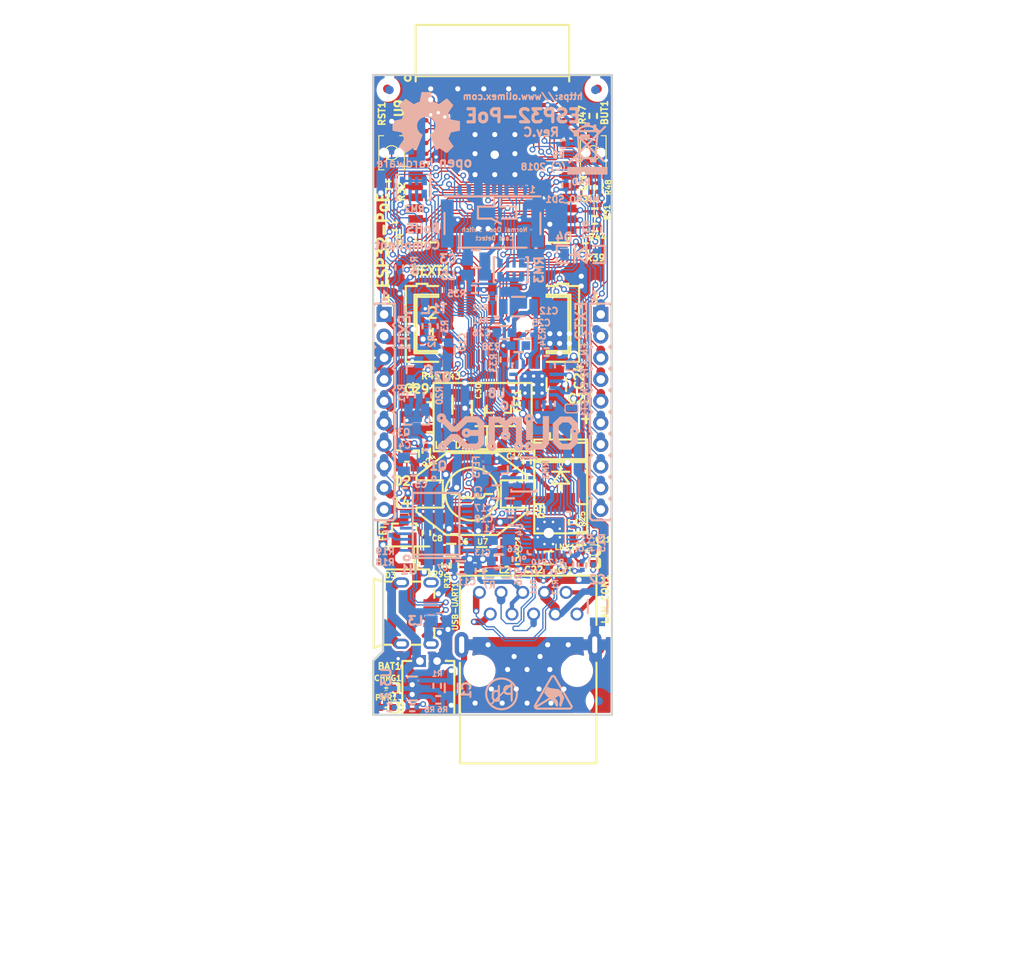
<source format=kicad_pcb>
(kicad_pcb (version 20221018) (generator pcbnew)
  (title_block (title "ESP-PoE") (date "2018-09-21") (rev "C") (company "OLIMEX Ltd.") (comment 1 "https://www.olimex.com"))
  (layers (0 "F.Cu" mixed) (31 "B.Cu" mixed) (34 "B.Paste" user) (35 "F.Paste" user) (36 "B.SilkS" user "B.Silkscreen") (37 "F.SilkS" user "F.Silkscreen") (38 "B.Mask" user) (39 "F.Mask" user) (44 "Edge.Cuts" user))
  (net 0 "")
  (net 1 "+5V")
  (net 2 "GND")
  (net 3 "Net-(BAT1-Pad1)")
  (net 4 "Net-(BUT1-Pad2)")
  (net 5 "/GPI34/BUT1")
  (net 6 "+3V3")
  (net 7 "Net-(C11-Pad1)")
  (net 8 "/GPIO3/U0RXD")
  (net 9 "/ESP_EN")
  (net 10 "/GPIO25/EMAC_RXD0(RMII)")
  (net 11 "/GPIO19/EMAC_TXD0(RMII)")
  (net 12 "/GPIO26/EMAC_RXD1(RMII)")
  (net 13 "/GPIO1/U0TXD")
  (net 14 "Net-(L2-Pad1)")
  (net 15 "Net-(Q2-Pad1)")
  (net 16 "Net-(R19-Pad1)")
  (net 17 "/GPIO22/EMAC_TXD1(RMII)")
  (net 18 "/GPIO21/EMAC_TX_EN(RMII)")
  (net 19 "Net-(MICRO_SD1-Pad5)")
  (net 20 "/GPI36/U1RXD")
  (net 21 "/GPIO23/MDC(RMII)")
  (net 22 "/GPIO27/EMAC_RX_CRS_DV")
  (net 23 "/GPIO4/U1TXD")
  (net 24 "/GPIO2/HS2_DATA0")
  (net 25 "/GPIO13/I2C-SDA")
  (net 26 "/GPIO14/HS2_CLK")
  (net 27 "/GPIO15/HS2_CMD")
  (net 28 "/GPIO16/I2C-SCL")
  (net 29 "/GPIO18/MDIO(RMII)")
  (net 30 "/+5V_USB")
  (net 31 "Net-(MICRO_SD1-Pad1)")
  (net 32 "Net-(MICRO_SD1-Pad2)")
  (net 33 "Net-(MICRO_SD1-Pad8)")
  (net 34 "Net-(U4-Pad4)")
  (net 35 "Net-(U4-Pad14)")
  (net 36 "Net-(U4-Pad18)")
  (net 37 "Net-(U4-Pad20)")
  (net 38 "Net-(U4-Pad26)")
  (net 39 "Net-(USB-UART1-Pad4)")
  (net 40 "Net-(MICRO_SD1-Pad7)")
  (net 41 "/D_Com")
  (net 42 "Earth")
  (net 43 "+5VP")
  (net 44 "Net-(C26-Pad1)")
  (net 45 "Net-(EN_CT1-Pad1)")
  (net 46 "Spare1")
  (net 47 "Spare2")
  (net 48 "Net-(EN_CT2-Pad1)")
  (net 49 "/GPIO33")
  (net 50 "/GPIO32")
  (net 51 "/GPI39")
  (net 52 "Net-(FID1-PadFid1)")
  (net 53 "Net-(FID2-PadFid1)")
  (net 54 "Net-(FID3-PadFid1)")
  (net 55 "Net-(LAN_CON1-Pad6)")
  (net 56 "Net-(LAN_CON1-Pad3)")
  (net 57 "Net-(LAN_CON1-Pad2)")
  (net 58 "Net-(LAN_CON1-Pad1)")
  (net 59 "Net-(MICRO_SD1-PadCD1)")
  (net 60 "Net-(C2-Pad2)")
  (net 61 "Net-(C4-Pad1)")
  (net 62 "Net-(C5-Pad1)")
  (net 63 "Net-(C21-Pad2)")
  (net 64 "Net-(C25-Pad1)")
  (net 65 "Net-(C29-Pad2)")
  (net 66 "Net-(D4-Pad1)")
  (net 67 "Net-(D5-Pad2)")
  (net 68 "Net-(Q2-Pad2)")
  (net 69 "Net-(Q3-Pad3)")
  (net 70 "Net-(Q3-Pad2)")
  (net 71 "Net-(Q3-Pad1)")
  (net 72 "Net-(R6-Pad1)")
  (net 73 "Net-(R18-Pad1)")
  (net 74 "Net-(R26-Pad1)")
  (net 75 "Net-(R29-Pad1)")
  (net 76 "Net-(R33-Pad2)")
  (net 77 "Net-(R34-Pad2)")
  (net 78 "Net-(R38-Pad1)")
  (net 79 "Net-(R41-Pad2)")
  (net 80 "Net-(U1-Pad17)")
  (net 81 "Net-(U1-Pad14)")
  (net 82 "Net-(U1-Pad13)")
  (net 83 "Net-(U1-Pad12)")
  (net 84 "Net-(U1-Pad11)")
  (net 85 "Net-(U1-Pad7)")
  (net 86 "Net-(U1-Pad6)")
  (net 87 "Net-(U8-Pad17)")
  (net 88 "Net-(U8-Pad16)")
  (net 89 "Net-(U8-Pad15)")
  (net 90 "Net-(U8-Pad5)")
  (net 91 "Net-(U8-Pad4)")
  (net 92 "Net-(U8-Pad2)")
  (net 93 "Net-(U9-Pad32)")
  (net 94 "Net-(C6-Pad1)")
  (net 95 "+3.3VLAN")
  (net 96 "Net-(C13-Pad1)")
  (net 97 "Net-(C17-Pad1)")
  (net 98 "/GPIO0")
  (net 99 "/GPIO5/SPI_CS")
  (net 100 "/GPI35")
  (net 101 "Net-(RM1-Pad3.2)")
  (net 102 "Net-(RM1-Pad2.2)")
  (net 103 "Net-(RM1-Pad4.2)")
  (net 104 "/GPIO17/EMAC_CLK_OUT_180")
  (net 105 "Net-(U9-Pad22)")
  (net 106 "Net-(U9-Pad21)")
  (net 107 "Net-(U9-Pad20)")
  (net 108 "Net-(U9-Pad19)")
  (net 109 "Net-(U9-Pad18)")
  (net 110 "Net-(U9-Pad17)")
  (net 111 "/GPIO12/PHY_PWR")
  (net 112 "Net-(FID4-PadFid1)")
  (net 113 "Net-(FID5-PadFid1)")
  (net 114 "Net-(FID6-PadFid1)")
  (net 115 "Net-(ACT1-Pad2)")
  (net 116 "Net-(ACT1-Pad1)")
  (net 117 "Net-(LNK1-Pad1)")
  (net 118 "Net-(LNK1-Pad2)")
  (net 119 "Net-(C3-Pad1)")
  (net 120 "Net-(RM1-Pad1.2)")
  (net 121 "Net-(CHRG1-Pad1)")
  (net 122 "Net-(PWR1-Pad1)")
  (net 123 "Net-(C10-Pad2)")
  (net 124 "Net-(R3-Pad2)")
  (net 125 "Net-(C12-Pad2)")
  (net 126 "Net-(L3-Pad1)")
  (net 127 "Net-(R8-Pad2)")
  (footprint "OLIMEX_Other-FP:Fiducial1x3" (layer "F.Cu") (at 114.554 168.529 -90)
    (fp_text reference "FID3" hide)
    (fp_text value "Fiducial" hide)
  )
  (footprint "OLIMEX_Connectors-FP:GBH-254-SMT-10" (layer "F.Cu") (at 104.14 124.333)
    (fp_text reference "UEXT1")
    (fp_text value "B-V-10-LF(GBH254SMT-10)")
  )
  (footprint "OLIMEX_RLC-FP:C_0402_5MIL_DWS" (layer "F.Cu") (at 96.393 148.844 90)
    (fp_text reference "C8")
    (fp_text value "100nF/16V/10%/X7R/C0402")
  )
  (footprint "OLIMEX_Diodes-FP:SOT23-3" (layer "F.Cu") (at 94.107 139.827 -90)
    (fp_text reference "D2")
    (fp_text value "BAT54C(SOT23-3)")
  )
  (footprint "OLIMEX_Diodes-FP:SMA-KA" (layer "F.Cu") (at 94.234 151.765 180)
    (fp_text reference "D3")
    (fp_text value "1N5822/SS34/SMA")
  )
  (footprint "OLIMEX_RLC-FP:C_1206_5MIL_DWS" (layer "F.Cu") (at 111.633 131.445 90)
    (fp_text reference "C24")
    (fp_text value "100nF/100V/20%/C1206")
  )
  (footprint "OLIMEX_RLC-FP:DBS135" (layer "F.Cu") (at 101.727 144.272 180)
    (fp_text reference "L4")
    (fp_text value "33uH/2.1A/DCR=0.1R/20%/DBS135(PD3316MT330)")
  )
  (footprint "OLIMEX_Diodes-FP:DO214AB(SMC)_1(K)-2(A)" (layer "F.Cu") (at 112.141 141.859 -90)
    (fp_text reference "D5")
    (fp_text value "SS510/100V/5A/0.85V/DO214AB(SMC)")
  )
  (footprint "OLIMEX_Connectors-FP:LIPO_BAT-CON2DW02R" (layer "F.Cu") (at 96.647 167.005)
    (fp_text reference "BAT1")
    (fp_text value "DW02R")
  )
  (footprint "OLIMEX_Transistors-FP:SOT23" (layer "F.Cu") (at 93.7895 148.37156 -90)
    (fp_text reference "FET2")
    (fp_text value "WPM2015-3/TR")
  )
  (footprint "OLIMEX_RLC-FP:R_0402_5MIL_DWS" (layer "F.Cu") (at 99.695 152.654 90)
    (fp_text reference "R30")
    (fp_text value "1.1k/1%/R0402")
  )
  (footprint "OLIMEX_RLC-FP:C_0603_5MIL_DWS" (layer "F.Cu") (at 110.744 151.765)
    (fp_text reference "C22")
    (fp_text value "22uF/6.3V/20%/X5R/C0603")
  )
  (footprint "OLIMEX_RLC-FP:R_0402_5MIL_DWS" (layer "F.Cu") (at 98.679 152.654 90)
    (fp_text reference "R29")
    (fp_text value "4.99k/1%/R0402")
  )
  (footprint "OLIMEX_RLC-FP:C_0603_5MIL_DWS" (layer "F.Cu") (at 99.314 150.876 180)
    (fp_text reference "C6")
    (fp_text value "22uF/6.3V/20%/X5R/C0603")
  )
  (footprint "OLIMEX_Regulators-FP:SOT-23-5" (layer "F.Cu") (at 102.87 151.892)
    (fp_text reference "U7")
    (fp_text value "SY8089AAAC(SOT23-5)")
  )
  (footprint "OLIMEX_Connectors-FP:RJP-003TC1(LPJ4112CNL)" (layer "F.Cu") (at 108.331 164.846)
    (fp_text reference "LAN_CON1")
    (fp_text value "RJP-003TC1(LPJ4112CNL)")
  )
  (footprint "OLIMEX_Connectors-FP:USB-MICRO_MISB-SWMM-5B_LF" (layer "F.Cu") (at 93.726 158.242 180)
    (fp_text reference "USB-UART1")
    (fp_text value "MISB-SWMM-5B-LF(USB_MICRO)")
  )
  (footprint "OLIMEX_LEDs-FP:LED_0603_KA" (layer "F.Cu") (at 115.189 152.4 180)
    (fp_text reference "ACT1")
    (fp_text value "LED/YELLOW/0603")
  )
  (footprint "OLIMEX_LEDs-FP:LED_0603_KA" (layer "F.Cu") (at 115.189 150.876 180)
    (fp_text reference "LNK1")
    (fp_text value "LED/GREEN/0603")
  )
  (footprint "OLIMEX_Cases-FP:ESP-WROOM-32_MODULE" (layer "F.Cu") (at 104.14 102.035)
    (fp_text reference "U9")
    (fp_text value "ESP-WROOM-32")
  )
  (footprint "OLIMEX_RLC-FP:CPOL-RM2.5mm_6.3x11mm_SMD" (layer "F.Cu") (at 112.141 135.382 180)
    (fp_text reference "C27")
    (fp_text value "15uF/100V/20%/RM2.5/6.3x11mm(Farnell:1281844)")
  )
  (footprint "OLIMEX_RLC-FP:R_1206_5MIL_DWS" (layer "F.Cu") (at 98.298 133.477 -90)
    (fp_text reference "R45")
    (fp_text value "220R/5%/0.25W/R1206")
  )
  (footprint "OLIMEX_RLC-FP:R_1206_5MIL_DWS" (layer "F.Cu") (at 100.584 134.112 -90)
    (fp_text reference "R43")
    (fp_text value "220R/5%/0.25W/R1206")
  )
  (footprint "OLIMEX_RLC-FP:C_0402_5MIL_DWS" (layer "F.Cu") (at 108.204 140.462 90)
    (fp_text reference "C14")
    (fp_text value "100nF/16V/10%/X7R/C0402")
  )
  (footprint "OLIMEX_RLC-FP:CPOL-RM3.5mm_8.0x11.5mm_SMD" (layer "F.Cu") (at 94.742 135.255 -90)
    (fp_text reference "C29")
    (fp_text value "680uF/10V/20%/105C/RM3.5/8x11.5mm")
  )
  (footprint "OLIMEX_RLC-FP:R_0402_5MIL_DWS" (layer "F.Cu") (at 113.538 147.574 90)
    (fp_text reference "R25")
    (fp_text value "10k/R0402")
  )
  (footprint "OLIMEX_RLC-FP:C_0603_5MIL_DWS" (layer "F.Cu") (at 114.554 149.479 180)
    (fp_text reference "C21")
    (fp_text value "NA(10uF/6.3V/20%/X5R/C0603)")
  )
  (footprint "OLIMEX_RLC-FP:R_0402_5MIL_DWS" (layer "F.Cu") (at 96.393 139.192 -90)
    (fp_text reference "R24")
    (fp_text value "220R/R0402")
  )
  (footprint "OLIMEX_Other-FP:Fiducial1x3" (layer "F.Cu") (at 116.459 96.774 -90)
    (fp_text reference "FID2" hide)
    (fp_text value "Fiducial" hide)
  )
  (footprint "OLIMEX_Other-FP:Fiducial1x3" (layer "F.Cu") (at 91.821 96.774 -90)
    (fp_text reference "FID1" hide)
    (fp_text value "Fiducial" hide)
  )
  (footprint "OLIMEX_RLC-FP:R_0402_5MIL_DWS" (layer "F.Cu") (at 116.586 108.331 90)
    (fp_text reference "R48")
    (fp_text value "10k/R0402")
  )
  (footprint "OLIMEX_Buttons-FP:IT1185AU2_V2" (layer "F.Cu") (at 92.321 104.267 90)
    (fp_text reference "RST1")
    (fp_text value "IT1185AU2")
  )
  (footprint "OLIMEX_RLC-FP:R_0402_5MIL_DWS" (layer "F.Cu") (at 115.951 99.949 90)
    (fp_text reference "R47")
    (fp_text value "220R/R0402")
  )
  (footprint "OLIMEX_RLC-FP:R_0402_5MIL_DWS" (layer "F.Cu") (at 115.697 108.331 -90)
    (fp_text reference "R49")
    (fp_text value "NA/R0402")
  )
  (footprint "OLIMEX_RLC-FP:R_0402_5MIL_DWS" (layer "F.Cu") (at 115.062 115.316 180)
    (fp_text reference "R39")
    (fp_text value "10k/R0402")
  )
  (footprint "OLIMEX_RLC-FP:R_0402_5MIL_DWS" (layer "F.Cu") (at 116.205 110.363 180)
    (fp_text reference "R36")
    (fp_text value "10k/R0402")
  )
  (footprint "OLIMEX_RLC-FP:R_0402_5MIL_DWS" (layer "F.Cu") (at 91.948 108.077)
    (fp_text reference "R32")
    (fp_text value "1k/R0402")
  )
  (footprint "OLIMEX_RLC-FP:R_0402_5MIL_DWS" (layer "F.Cu") (at 116.205 111.252 180)
    (fp_text reference "R31")
    (fp_text value "2.2k/R0402")
  )
  (footprint "OLIMEX_Buttons-FP:IT1185AU2_V2" (layer "F.Cu") (at 115.959 104.267 90)
    (fp_text reference "BUT1")
    (fp_text value "IT1185AU2")
  )
  (footprint "OLIMEX_RLC-FP:R_0402_5MIL_DWS" (layer "F.Cu") (at 116.205 113.03)
    (fp_text reference "R44")
    (fp_text value "NA/R0402")
  )
  (footprint "OLIMEX_RLC-FP:L_0805_5MIL_DWS" (layer "F.Cu") (at 99.06 137.16)
    (fp_text reference "L6")
    (fp_text value "FB0805/600R/2A")
  )
  (footprint "OLIMEX_RLC-FP:C_0603_5MIL_DWS" (layer "F.Cu") (at 102.489 134.62 -90)
    (fp_text reference "C30")
    (fp_text value "22uF/6.3V/20%/X5R/C0603")
  )
  (footprint "OLIMEX_Transistors-FP:SOT23" (layer "F.Cu") (at 104.902 134.112 90)
    (fp_text reference "FET1")
    (fp_text value "WPM2015-3/TR")
  )
  (footprint "OLIMEX_Diodes-FP:SMA-KA" (layer "F.Cu") (at 104.648 137.668)
    (fp_text reference "D1")
    (fp_text value "1N5822/SS34/SMA")
  )
  (footprint "OLIMEX_RLC-FP:CD32" (layer "F.Cu") (at 107.061 151.003)
    (fp_text reference "L2")
    (fp_text value "2.2uH/1.5A/DCR<0.1R/CD32")
  )
  (footprint "OLIMEX_RLC-FP:R_0402_5MIL_DWS" (layer "F.Cu") (at 92.71 112.903)
    (fp_text reference "R4")
    (fp_text value "47k/R0402")
  )
  (footprint "OLIMEX_LEDs-FP:LED_0603_KA" (layer "F.Cu") (at 91.694 167.005 180)
    (fp_text reference "CHRG1")
    (fp_text value "LED/YELLOW/0603")
  )
  (footprint "OLIMEX_LEDs-FP:LED_0603_KA" (layer "F.Cu") (at 91.694 169.291 180)
    (fp_text reference "PWR1")
    (fp_text value "LED/RED/0603")
  )
  (footprint "OLIMEX_RLC-FP:L_0805_5MIL_DWS" (layer "B.Cu") (at 102.235 118.618)
    (fp_text reference "L5")
    (fp_text value "FB0805/600R/2A")
  )
  (footprint "OLIMEX_Connectors-FP:HN1x10" (layer "B.Cu") (at 116.84 134.65 -90)
    (fp_text reference "EXT2")
    (fp_text value "NS(HN1x10)")
  )
  (footprint "OLIMEX_Transistors-FP:SOT23" (layer "B.Cu") (at 95.25 122.428 90)
    (fp_text reference "T1")
    (fp_text value "DTC114YKA(SOT-23)")
  )
  (footprint "OLIMEX_RLC-FP:R_0402_5MIL_DWS" (layer "B.Cu") (at 91.694 149.098 180)
    (fp_text reference "R18")
    (fp_text value "220R/R0402")
  )
  (footprint "OLIMEX_RLC-FP:R_0402_5MIL_DWS" (layer "B.Cu") (at 91.694 148.209 180)
    (fp_text reference "R19")
    (fp_text value "220R/R0402")
  )
  (footprint "OLIMEX_RLC-FP:R_0402_5MIL_DWS" (layer "B.Cu") (at 96.393 124.587 90)
    (fp_text reference "R2")
    (fp_text value "10k/R0402")
  )
  (footprint "OLIMEX_RLC-FP:R_0402_5MIL_DWS" (layer "B.Cu") (at 96.52 132.715 90)
    (fp_text reference "R20")
    (fp_text value "1k/R0402")
  )
  (footprint "OLIMEX_RLC-FP:R_0402_5MIL_DWS" (layer "B.Cu") (at 94.615 132.715 -90)
    (fp_text reference "R21")
    (fp_text value "1k/R0402")
  )
  (footprint "OLIMEX_Transistors-FP:SOT23" (layer "B.Cu") (at 95.504 129.921 -90)
    (fp_text reference "Q2")
    (fp_text value "BC817-40(SOT23)")
  )
  (footprint "OLIMEX_IC-FP:QFN32_EP(33)_5.00x5.00x0.90mm_Pitch_0.50mm" (layer "B.Cu") (at 110.744 148.844 90)
    (fp_text reference "U4")
    (fp_text value "LAN8710A-EZC(QFN32)")
  )
  (footprint "OLIMEX_Other-FP:Fiducial1x3" (layer "B.Cu") (at 116.586 168.529 -90)
    (fp_text reference "FID6" hide)
    (fp_text value "Fiducial" hide)
  )
  (footprint "OLIMEX_IC-FP:QFN-20_5x5mm(Si3402-B-GM)" (layer "B.Cu") (at 108.966 131.445)
    (fp_text reference "U8")
    (fp_text value "Si3402-B-GM(QFN-20_5x5mm)")
  )
  (footprint "OLIMEX_RLC-FP:C_0603_5MIL_DWS" (layer "B.Cu") (at 105.537 125.349)
    (fp_text reference "C26")
    (fp_text value "1nF/50V/10%/X7R/C0603")
  )
  (footprint "OLIMEX_RLC-FP:R_0402_5MIL_DWS" (layer "B.Cu") (at 110.49 127.635 180)
    (fp_text reference "R34")
    (fp_text value "NA(49.9R/1%/R0402)")
  )
  (footprint "OLIMEX_RLC-FP:R_0402_5MIL_DWS" (layer "B.Cu") (at 105.537 128.524 -90)
    (fp_text reference "R33")
    (fp_text value "47k/R0402")
  )
  (footprint "OLIMEX_RLC-FP:R_0402_5MIL_DWS" (layer "B.Cu") (at 104.14 121.285 90)
    (fp_text reference "R42")
    (fp_text value "3.01k/1%/R0402")
  )
  (footprint "OLIMEX_RLC-FP:R_0402_5MIL_DWS" (layer "B.Cu") (at 97.663 166.751 -90)
    (fp_text reference "R1")
    (fp_text value "10k/R0402")
  )
  (footprint "OLIMEX_RLC-FP:R_MATRIX_4" (layer "B.Cu") (at 107.823 141.986 90)
    (fp_text reference "RM1")
    (fp_text value "RA1206_(4X0603)_4B8_2.2k")
  )
  (footprint "OLIMEX_RLC-FP:R_0603_5MIL_DWS" (layer "B.Cu") (at 107.188 126.873 180)
    (fp_text reference "R38")
    (fp_text value "25.5k/1%/R0603")
  )
  (footprint "OLIMEX_LOGOs-FP:LOGO_ANTISTATIC_SMALL_4.5mmX2.8mm" (layer "B.Cu") (at 111.252 167.513 180)
    (fp_text reference "Sign_Antistatic")
    (fp_text value "Val**")
  )
  (footprint "OLIMEX_LOGOs-FP:LOGO_PBFREE" (layer "B.Cu") (at 105.41 167.386)
    (fp_text reference "Sign_PB-Free")
    (fp_text value "")
  )
  (footprint "OLIMEX_LOGOs-FP:LOGO_RECYCLEBIN_1" (layer "B.Cu") (at 117.602 106.807 180)
    (fp_text reference "Sign_RecycleBin" hide)
    (fp_text value "" hide)
  )
  (footprint "OLIMEX_LOGOs-FP:OLIMEX_LOGO_TB" (layer "B.Cu") (at 105.791 137.033 180)
    (fp_text reference "Logo_Olimex" hide)
    (fp_text value "" hide)
  )
  (footprint "OLIMEX_RLC-FP:R_0402_5MIL_DWS" (layer "B.Cu") (at 92.075 169.291 180)
    (fp_text reference "R5")
    (fp_text value "2.2k/R0402")
  )
  (footprint "OLIMEX_Diodes-FP:SOD-123_1C-2A_KA" (layer "B.Cu") (at 114.5 116.195)
    (fp_text reference "D4")
    (fp_text value "1N5819S4(SOD-123)")
  )
  (footprint "OLIMEX_RLC-FP:R_0402_5MIL_DWS" (layer "B.Cu") (at 116.459 113.284 -90)
    (fp_text reference "R37")
    (fp_text value "10k/R0402")
  )
  (footprint "OLIMEX_Connectors-FP:uSD(TFC-9P-1.xH(ATFFS150A01BR016))" (layer "B.Cu") (at 104.14 111.887)
    (fp_text reference "MICRO_SD1")
    (fp_text value "TFC-9P-1.7H(ATFFS150A01BR016)")
  )
  (footprint "OLIMEX_RLC-FP:R_0402_5MIL_DWS" (layer "B.Cu") (at 112.776 108.077 90)
    (fp_text reference "R40")
    (fp_text value "10R/R0402")
  )
  (footprint "OLIMEX_Other-FP:Fiducial1x3" (layer "B.Cu") (at 116.205 96.901 -90)
    (fp_text reference "FID5" hide)
    (fp_text value "Fiducial" hide)
  )
  (footprint "OLIMEX_Other-FP:Fiducial1x3" (layer "B.Cu") (at 92.075 96.901 -90)
    (fp_text reference "FID4" hide)
    (fp_text value "Fiducial" hide)
  )
  (footprint "OLIMEX_RLC-FP:R_MATRIX_4" (layer "B.Cu") (at 106.299 117.983)
    (fp_text reference "RM3")
    (fp_text value "RA1206_(4X0603)_4B8_2.2k")
  )
  (footprint "OLIMEX_RLC-FP:C_0805_5MIL_DWS" (layer "B.Cu") (at 102.235 116.713 180)
    (fp_text reference "C3")
    (fp_text value "47uF/6.3V/20%/X5R/C0805")
  )
  (footprint "OLIMEX_RLC-FP:R_0402_5MIL_DWS" (layer "B.Cu") (at 101.981 120.269)
    (fp_text reference "R35")
    (fp_text value "2.2k/R0402")
  )
  (footprint "OLIMEX_LOGOs-FP:LOGO_OPENHARDWARE_8x8" (layer "B.Cu") (at 96.393 101.219 180)
    (fp_text reference "Logo_OSHW" hide)
    (fp_text value "" hide)
  )
  (footprint "OLIMEX_RLC-FP:R_MATRIX_4" (layer "B.Cu") (at 94.869 108.331)
    (fp_text reference "RM2")
    (fp_text value "RA1206_(4X0603)_4B8_2.2k")
  )
  (footprint "OLIMEX_RLC-FP:R_0402_5MIL_DWS" (layer "B.Cu") (at 93.218 117.729 90)
    (fp_text reference "R46")
    (fp_text value "220R/R0402")
  )
  (footprint "OLIMEX_Connectors-FP:HN1x10" (layer "B.Cu") (at 91.44 134.65 -90)
    (fp_text reference "EXT1")
    (fp_text value "NS(HN1x10)")
  )
  (footprint "OLIMEX_RLC-FP:R_0402_5MIL_DWS" (layer "B.Cu") (at 97.282 124.587 -90)
    (fp_text reference "R3")
    (fp_text value "1k/R0402")
  )
  (footprint "OLIMEX_Transistors-FP:SOT23" (layer "B.Cu") (at 104.521 141.224 90)
    (fp_text reference "FET3")
    (fp_text value "WPM2015-3/TR")
  )
  (footprint "OLIMEX_Transistors-FP:SOT23" (layer "B.Cu") (at 95.25 135.509 90)
    (fp_text reference "Q3")
    (fp_text value "BC817-40(SOT23)")
  )
  (footprint "OLIMEX_RLC-FP:C_0402_5MIL_DWS" (layer "B.Cu") (at 93.853 143.129 180)
    (fp_text reference "C5")
    (fp_text value "27pF/50V/5%/C0G/C0402")
  )
  (footprint "OLIMEX_RLC-FP:C_0603_5MIL_DWS" (layer "B.Cu") (at 104.648 144.018)
    (fp_text reference "C9")
    (fp_text value "22uF/6.3V/20%/X5R/C0603")
  )
  (footprint "OLIMEX_RLC-FP:R_0402_5MIL_DWS" (layer "B.Cu") (at 115.951 152.019 90)
    (fp_text reference "R15")
    (fp_text value "2.2k/R0402")
  )
  (footprint "OLIMEX_RLC-FP:R_0402_5MIL_DWS" (layer "B.Cu") (at 114.681 152.654 90)
    (fp_text reference "R14")
    (fp_text value "2.2k/R0402")
  )
  (footprint "OLIMEX_RLC-FP:C_0402_5MIL_DWS" (layer "B.Cu") (at 113.157 152.654 90)
    (fp_text reference "C15")
    (fp_text value "100nF/16V/10%/X7R/C0402")
  )
  (footprint "OLIMEX_RLC-FP:C_1206_5MIL_DWS_ISO" (layer "B.Cu") (at 116.459 157.48 -90)
    (fp_text reference "C2")
    (fp_text value "1nF/2000V/10%/X7R/C1206")
  )
  (footprint "OLIMEX_RLC-FP:R_0402_5MIL_DWS" (layer "B.Cu") (at 112.014 153.416 90)
    (fp_text reference "R12")
    (fp_text value "49.9R/1%/R0402")
  )
  (footprint "OLIMEX_RLC-FP:R_0402_5MIL_DWS" (layer "B.Cu") (at 110.617 153.416 90)
    (fp_text reference "R13")
    (fp_text value "49.9R/1%/R0402")
  )
  (footprint "OLIMEX_RLC-FP:R_0402_5MIL_DWS" (layer "B.Cu") (at 109.728 153.416 90)
    (fp_text reference "R10")
    (fp_text value "49.9R/1%/R0402")
  )
  (footprint "OLIMEX_RLC-FP:R_0402_5MIL_DWS" (layer "B.Cu") (at 108.331 153.416 90)
    (fp_text reference "R11")
    (fp_text value "49.9R/1%/R0402")
  )
  (footprint "OLIMEX_RLC-FP:C_0402_5MIL_DWS" (layer "B.Cu") (at 105.029 150.876 180)
    (fp_text reference "C16")
    (fp_text value "100nF/16V/10%/X7R/C0402")
  )
  (footprint "OLIMEX_RLC-FP:R_0402_5MIL_DWS" (layer "B.Cu") (at 106.934 151.892 -90)
    (fp_text reference "R26")
    (fp_text value "12.1k/1%/R0402")
  )
  (footprint "OLIMEX_RLC-FP:C_0603_5MIL_DWS" (layer "B.Cu") (at 104.902 152.146 180)
    (fp_text reference "C13")
    (fp_text value "22uF/6.3V/20%/X5R/C0603")
  )
  (footprint "OLIMEX_RLC-FP:C_0402_5MIL_DWS" (layer "B.Cu") (at 102.616 153.289 90)
    (fp_text reference "C11")
    (fp_text value "100nF/16V/10%/X7R/C0402")
  )
  (footprint "OLIMEX_RLC-FP:C_0603_5MIL_DWS" (layer "B.Cu") (at 100.457 152.908)
    (fp_text reference "C7")
    (fp_text value "22uF/6.3V/20%/X5R/C0603")
  )
  (footprint "OLIMEX_RLC-FP:C_0402_5MIL_DWS" (layer "B.Cu") (at 106.299 147.447 180)
    (fp_text reference "C18")
    (fp_text value "100nF/16V/10%/X7R/C0402")
  )
  (footprint "OLIMEX_RLC-FP:C_0603_5MIL_DWS" (layer "B.Cu") (at 106.172 145.542 180)
    (fp_text reference "C17")
    (fp_text value "2.2uF/6.3V/10%/X5R/C0603")
  )
  (footprint "OLIMEX_RLC-FP:L_0805_5MIL_DWS" (layer "B.Cu") (at 105.029 149.606)
    (fp_text reference "L1")
    (fp_text value "FB0805/600R/2A")
  )
  (footprint "OLIMEX_IC-FP:SSOP-20W" (layer "B.Cu") (at 97.536 147.955 90)
    (fp_text reference "U1")
    (fp_text value "CH340T(SSOP20W)")
  )
  (footprint "OLIMEX_RLC-FP:C_0603_5MIL_DWS" (layer "B.Cu") (at 99.314 167.005 -90)
    (fp_text reference "C1")
    (fp_text value "22uF/6.3V/20%/X5R/C0603")
  )
  (footprint "OLIMEX_RLC-FP:0R_0603" (layer "B.Cu") (at 104.775 153.543 180)
    (fp_text reference "R7")
    (fp_text value "0R(board_mounted)")
  )
  (footprint "OLIMEX_RLC-FP:L_0805_5MIL_DWS" (layer "B.Cu") (at 97.9805 159.131)
    (fp_text reference "L3")
    (fp_text value "NA(FB0805/600R/2A)")
  )
  (footprint "OLIMEX_IC-FP:SOT-23-5" (layer "B.Cu") (at 94.742 167.0685 180)
    (fp_text reference "U3")
    (fp_text value "BL4054B-42TPRN(SOT23-5)")
  )
  (footprint "OLIMEX_RLC-FP:R_0402_5MIL_DWS" (layer "B.Cu") (at 97.79 168.402)
    (fp_text reference "R6")
    (fp_text value "2.2k/R0402")
  )
  (footprint "OLIMEX_RLC-FP:R_0402_5MIL_DWS" (layer "B.Cu") (at 112.395 103.251)
    (fp_text reference "R9")
    (fp_text value "100k/R0402")
  )
  (footprint "OLIMEX_Jumpers-FP:SJ_1_SMALLER_TIED" (layer "B.Cu") (at 113.411 134.239)
    (fp_text reference "EN_CT1")
    (fp_text value "Closed" hide)
  )
  (footprint "OLIMEX_RLC-FP:R_0402_5MIL_DWS" (layer "B.Cu") (at 94.742 169.291 180)
    (fp_text reference "R8")
    (fp_text value "2.2k/R0402")
  )
  (footprint "OLIMEX_RLC-FP:C_0402_5MIL_DWS" (layer "B.Cu") (at 96.266 138.684 180)
    (fp_text reference "C4")
    (fp_text value "27pF/50V/5%/C0G/C0402")
  )
  (footprint "OLIMEX_Crystal-FP:TSX-3.2x2.5mm_GND(3)" (layer "B.Cu") (at 94.869 140.843 180)
    (fp_text reference "Q1")
    (fp_text value "Q12MHz/20pF/10ppm/4P/3.2x2.5mm")
  )
  (footprint "OLIMEX_RLC-FP:R_0402_5MIL_DWS" (layer "B.Cu") (at 104.648 123.952 180)
    (fp_text reference "R41")
    (fp_text value "1k/1%/R0402")
  )
  (footprint "OLIMEX_RLC-FP:C_1206_5MIL_DWS_ISO" (layer "B.Cu") (at 107.188 122.301)
    (fp_text reference "C12")
    (fp_text value "2.2uF/100V/20%/X7R/C1206(AVX_12061C225KAT2A_Comet)")
  )
  (footprint "OLIMEX_RLC-FP:C_0603_5MIL_DWS" (layer "B.Cu") (at 98.9584 127.4064 90)
    (fp_text reference "C10")
    (fp_text value "22uF/6.3V/20%/X5R/C0603")
  )
  (footprint "OLIMEX_RLC-FP:C_0402_5MIL_DWS" (layer "B.Cu") (at 108.331 125.603)
    (fp_text reference "C25")
    (fp_text value "100nF/16V/10%/X7R/C0402")
  )
  (footprint "OLIMEX_Jumpers-FP:SJ_1_SMALLER_TIED" (layer "B.Cu") (at 113.411 129.286 180)
    (fp_text reference "EN_CT2")
    (fp_text value "Closed" hide)
  )
  (gr_line (start 118.15 170.15) (end 118.15 95.15) (stroke (width 0.254)) (layer "Edge.Cuts"))
  (gr_line (start 90.15 170.15) (end 118.15 170.15) (stroke (width 0.254)) (layer "Edge.Cuts"))
  (gr_line (start 90.15 152.654) (end 91.313 153.797) (stroke (width 0.254)) (layer "Edge.Cuts"))
  (gr_line (start 91.313 162.687) (end 90.15 163.83) (stroke (width 0.254)) (layer "Edge.Cuts"))
  (gr_line (start 91.313 153.797) (end 91.313 162.687) (stroke (width 0.254)) (layer "Edge.Cuts"))
  (gr_line (start 90.15 152.654) (end 90.15 95.15) (stroke (width 0.254)) (layer "Edge.Cuts"))
  (gr_line (start 90.15 95.15) (end 118.15 95.15) (stroke (width 0.254)) (layer "Edge.Cuts"))
  (gr_line (start 90.15 163.83) (end 90.15 170.15) (stroke (width 0.254)) (layer "Edge.Cuts"))
  (gr_text "Rev.C" (at 109.855 101.854) (layer "B.SilkS") (effects (font (size 1.016 1.016) (thickness 0.254)) (justify mirror)))
  (gr_text "1" (at 116.078 121.031) (layer "B.SilkS") (effects (font (size 1.016 1.016) (thickness 0.254)) (justify mirror)))
  (gr_text "https://www.olimex.com" (at 107.696 97.663) (layer "B.SilkS") (effects (font (size 0.762 0.762) (thickness 0.1905)) (justify mirror)))
  (gr_text "RoHS" (at 96.012 113.157) (layer "B.SilkS") (effects (font (size 1.016 1.016) (thickness 0.254)) (justify mirror)))
  (gr_text "ESP32-PoE" (at 107.696 99.949) (layer "B.SilkS") (effects (font (size 1.524 1.524) (thickness 0.381)) (justify mirror)))
  (gr_text "1" (at 108.839 108.585) (layer "B.SilkS") (effects (font (size 0.762 0.762) (thickness 0.1905)) (justify mirror)))
  (gr_text "(C) 2018" (at 110.109 105.918) (layer "B.SilkS") (effects (font (size 0.762 0.762) (thickness 0.1905)) (justify mirror)))
  (gr_text "Compliant" (at 94.1832 115.062) (layer "B.SilkS") (effects (font (size 1.016 1.016) (thickness 0.254)) (justify mirror)))
  (gr_text "1" (at 91.44 121.031) (layer "B.SilkS") (effects (font (size 1.016 1.016) (thickness 0.254)) (justify mirror)))
  (gr_text "ESP32-PoE" (at 91.313 114.554 90) (layer "F.SilkS") (effects (font (size 1.27 1.27) (thickness 0.3048))))
  (gr_text "1" (at 116.332 121.539) (layer "F.SilkS") (effects (font (size 1.016 1.016) (thickness 0.254))))
  (gr_text "1" (at 91.948 121.539) (layer "F.SilkS") (effects (font (size 1.016 1.016) (thickness 0.254))))
  (segment (start 92.83954 150.65946) (end 92.83954 149.479) (width 1.016) (layer "F.Cu") (net 1))
  (segment (start 94.8436 124.968) (end 93.188 124.968) (width 1.016) (layer "F.Cu") (net 1))
  (segment (start 93.188 124.968) (end 91.44 123.22) (width 1.016) (layer "F.Cu") (net 1))
  (segment (start 91.734 151.765) (end 92.83954 150.65946) (width 1.016) (layer "F.Cu") (net 1))
  (segment (start 102.362 137.668) (end 102.148 137.668) (width 1.016) (layer "F.Cu") (net 1))
  (segment (start 92.075 113.538) (end 92.075 113.03) (width 0.4064) (layer "F.Cu") (net 1))
  (segment (start 94.107 164.719) (end 94.107 163.83) (width 1.016) (layer "F.Cu") (net 1))
  (segment (start 96.139 153.416) (end 95.377 153.416) (width 1.016) (layer "F.Cu") (net 1))
  (segment (start 95.25 153.416) (end 95.25 155.067) (width 1.016) (layer "F.Cu") (net 1))
  (segment (start 94.869 152.908) (end 92.877 152.908) (width 1.016) (layer "F.Cu") (net 1))
  (segment (start 94.615 155.702) (end 94.615 160.782) (width 1.016) (layer "F.Cu") (net 1))
  (segment (start 99.314 164.973) (end 98.806 165.481) (width 1.016) (layer "F.Cu") (net 1))
  (segment (start 93.98 163.195) (end 94.107 163.195) (width 0.254) (layer "F.Cu") (net 1))
  (segment (start 95.123 161.29) (end 95.123 162.179) (width 1.016) (layer "F.Cu") (net 1))
  (segment (start 95.377 153.416) (end 94.869 152.908) (width 1.016) (layer "F.Cu") (net 1))
  (segment (start 94.107 163.83) (end 94.107 163.195) (width 1.016) (layer "F.Cu") (net 1))
  (segment (start 90.932 169.291) (end 90.932 167.005) (width 0.254) (layer "F.Cu") (net 1))
  (segment (start 100.076 138.557) (end 101.259 138.557) (width 1.016) (layer "F.Cu") (net 1))
  (segment (start 103.7082 133.24586) (end 103.7082 136.3218) (width 1.016) (layer "F.Cu") (net 1))
  (segment (start 98.933 139.7) (end 100.076 138.557) (width 1.016) (layer "F.Cu") (net 1))
  (segment (start 94.869 165.481) (end 94.107 164.719) (width 1.016) (layer "F.Cu") (net 1))
  (segment (start 95.123 162.179) (end 94.107 163.195) (width 0.762) (layer "F.Cu") (net 1))
  (segment (start 98.806 165.481) (end 94.869 165.481) (width 1.016) (layer "F.Cu") (net 1))
  (segment (start 90.932 167.005) (end 90.932 163.83) (width 0.254) (layer "F.Cu") (net 1))
  (segment (start 93.599 162.814) (end 93.98 163.195) (width 0.254) (layer "F.Cu") (net 1))
  (segment (start 92.877 152.908) (end 91.734 151.765) (width 1.016) (layer "F.Cu") (net 1))
  (segment (start 94.615 160.782) (end 95.123 161.29) (width 1.016) (layer "F.Cu") (net 1))
  (segment (start 103.9495 133.00456) (end 103.7082 133.24586) (width 1.016) (layer "F.Cu") (net 1))
  (segment (start 103.7082 136.3218) (end 102.362 137.668) (width 1.016) (layer "F.Cu") (net 1))
  (segment (start 95.25 155.067) (end 94.615 155.702) (width 1.016) (layer "F.Cu") (net 1))
  (segment (start 90.932 163.83) (end 91.948 162.814) (width 0.254) (layer "F.Cu") (net 1))
  (segment (start 91.948 162.814) (end 93.599 162.814) (width 0.254) (layer "F.Cu") (net 1))
  (segment (start 96.139 153.416) (end 95.25 153.416) (width 1.016) (layer "F.Cu") (net 1))
  (segment (start 101.259 138.557) (end 102.148 137.668) (width 1.016) (layer "F.Cu") (net 1))
  (segment (start 92.075 113.03) (end 92.202 112.903) (width 0.4064) (layer "F.Cu") (net 1))
  (via (at 92.075 113.538) (size 0.7) (drill 0.4) (layers "F.Cu" "B.Cu") (net 1))
  (via (at 94.8436 124.968) (size 0.9) (drill 0.6) (layers "F.Cu" "B.Cu") (net 1))
  (via (at 98.933 139.7) (size 0.9) (drill 0.6) (layers "F.Cu" "B.Cu") (net 1))
  (via (at 96.139 153.416) (size 0.9) (drill 0.6) (layers "F.Cu" "B.Cu") (net 1))
  (via (at 99.314 164.973) (size 0.9) (drill 0.6) (layers "F.Cu" "B.Cu") (net 1))
  (segment (start 96.647 152.908) (end 96.647 143.4592) (width 1.016) (layer "B.Cu") (net 1))
  (segment (start 94.8436 126.7206) (end 95.504 127.381) (width 1.016) (layer "B.Cu") (net 1))
  (segment (start 97.6376 137.033) (end 97.79 137.1854) (width 1.016) (layer "B.Cu") (net 1))
  (segment (start 97.5385 166.1185) (end 97.663 166.243) (width 0.508) (layer "B.Cu") (net 1))
  (segment (start 94.8436 124.968) (end 94.8436 126.7206) (width 1.016) (layer "B.Cu") (net 1))
  (segment (start 97.6376 128.8034) (end 97.6376 137.033) (width 1.016) (layer "B.Cu") (net 1))
  (segment (start 99.203 165.37) (end 99.314 165.481) (width 0.254) (layer "B.Cu") (net 1))
  (segment (start 91.059 121.92) (end 91.059 117.729) (width 0.1524) (layer "B.Cu") (net 1))
  (segment (start 98.298 140.589) (end 98.298 139.319) (width 1.016) (layer "B.Cu") (net 1))
  (segment (start 97.4852 141.4018) (end 98.298 140.589) (width 1.016) (layer "B.Cu") (net 1))
  (segment (start 96.647 143.4592) (end 97.4852 142.621) (width 1.016) (layer "B.Cu") (net 1))
  (segment (start 90.932 122.712) (end 90.932 122.047) (width 0.508) (layer "B.Cu") (net 1))
  (segment (start 98.552 139.319) (end 98.298 139.319) (width 0.762) (layer "B.Cu") (net 1))
  (segment (start 97.79 166.116) (end 97.663 166.243) (width 0.508) (layer "B.Cu") (net 1))
  (segment (start 95.504 127.381) (end 96.2152 127.381) (width 1.016) (layer "B.Cu") (net 1))
  (segment (start 91.059 117.729) (end 90.678 117.348) (width 0.1524) (layer "B.Cu") (net 1))
  (segment (start 96.139 153.416) (end 96.647 152.908) (width 1.016) (layer "B.Cu") (net 1))
  (segment (start 90.678 117.348) (end 90.678 114.935) (width 0.1524) (layer "B.Cu") (net 1))
  (segment (start 90.932 122.047) (end 91.059 121.92) (width 0.1524) (layer "B.Cu") (net 1))
  (segment (start 99.314 166.116) (end 97.79 166.116) (width 0.508) (layer "B.Cu") (net 1))
  (segment (start 99.314 164.973) (end 99.314 165.481) (width 1.016) (layer "B.Cu") (net 1))
  (segment (start 96.2152 127.381) (end 97.6376 128.8034) (width 1.016) (layer "B.Cu") (net 1))
  (segment (start 97.79 137.1854) (end 97.79 138.811) (width 1.016) (layer "B.Cu") (net 1))
  (segment (start 97.79 138.811) (end 98.298 139.319) (width 1.016) (layer "B.Cu") (net 1))
  (segment (start 97.4852 142.621) (end 97.4852 141.4018) (width 1.016) (layer "B.Cu") (net 1))
  (segment (start 90.678 114.935) (end 92.075 113.538) (width 0.1524) (layer "B.Cu") (net 1))
  (segment (start 99.314 165.481) (end 99.314 166.116) (width 1.016) (layer "B.Cu") (net 1))
  (segment (start 98.933 139.7) (end 98.552 139.319) (width 0.762) (layer "B.Cu") (net 1))
  (segment (start 91.44 123.22) (end 90.932 122.712) (width 0.508) (layer "B.Cu") (net 1))
  (segment (start 99.068 165.87) (end 99.314 166.116) (width 0.254) (layer "B.Cu") (net 1))
  (segment (start 96.042 166.1185) (end 97.5385 166.1185) (width 0.508) (layer "B.Cu") (net 1))
  (segment (start 113.03 151.511) (end 111.887 151.511) (width 0.254) (layer "F.Cu") (net 2))
  (segment (start 111.887 151.511) (end 111.633 151.765) (width 0.254) (layer "F.Cu") (net 2))
  (segment (start 101.219 152.146) (end 101.473 151.892) (width 0.4064) (layer "F.Cu") (net 2))
  (segment (start 92.232 127.508) (end 95.758 127.508) (width 1.016) (layer "F.Cu") (net 2))
  (segment (start 98.552 135.128) (end 98.298 134.874) (width 1.016) (layer "F.Cu") (net 2))
  (segment (start 96.393 147.066) (end 96.393 148.336) (width 0.508) (layer "F.Cu") (net 2))
  (segment (start 102.997 145.034) (end 102.997 143.51) (width 1.016) (layer "F.Cu") (net 2))
  (segment (start 102.997 143.51) (end 105.029 141.478) (width 1.016) (layer "F.Cu") (net 2))
  (segment (start 105.537 141.478) (end 106.934 140.081) (width 1.016) (layer "F.Cu") (net 2))
  (segment (start 96.2914 127.508) (end 97.409 126.3904) (width 1.016) (layer "F.Cu") (net 2))
  (segment (start 97.409 126.3904) (end 97.409 124.079) (width 1.016) (layer "F.Cu") (net 2))
  (segment (start 99.06 122.682) (end 97.409 124.333) (width 1.016) (layer "F.Cu") (net 2))
  (segment (start 97.409 124.079) (end 97.409 124.333) (width 1.016) (layer "F.Cu") (net 2))
  (segment (start 96.266 122.936) (end 96.266 122.555) (width 0.508) (layer "F.Cu") (net 2))
  (segment (start 107.061 139.954) (end 108.204 139.954) (width 0.254) (layer "F.Cu") (net 2))
  (segment (start 106.293 102.616) (end 108.077 102.616) (width 0.762) (layer "F.Cu") (net 2))
  (segment (start 104.411 104.498) (end 106.293 102.616) (width 0.762) (layer "F.Cu") (net 2))
  (segment (start 113.14 96.825) (end 113.089 96.774) (width 0.762) (layer "F.Cu") (net 2))
  (segment (start 113.089 96.774) (end 111.506 96.774) (width 0.762) (layer "F.Cu") (net 2))
  (segment (start 95.151 96.774) (end 96.901 96.774) (width 0.762) (layer "F.Cu") (net 2))
  (segment (start 95.14 96.785) (end 95.151 96.774) (width 0.762) (layer "F.Cu") (net 2))
  (segment (start 113.14 96.825) (end 113.716 96.825) (width 0.3048) (layer "F.Cu") (net 2))
  (segment (start 113.716 96.825) (end 115.824 98.933) (width 0.3048) (layer "F.Cu") (net 2))
  (segment (start 115.824 98.933) (end 115.824 99.314) (width 0.3048) (layer "F.Cu") (net 2))
  (segment (start 106.045 96.774) (end 108.966 96.774) (width 1.016) (layer "F.Cu") (net 2))
  (segment (start 100.076 96.774) (end 103.124 96.774) (width 1.016) (layer "F.Cu") (net 2))
  (segment (start 117.602 105.283) (end 117.602 107.823) (width 0.254) (layer "F.Cu") (net 2))
  (segment (start 117.475 105.156) (end 117.602 105.283) (width 0.254) (layer "F.Cu") (net 2))
  (segment (start 100.62 104.485) (end 100.33 104.775) (width 1.016) (layer "F.Cu") (net 2))
  (segment (start 100.33 104.775) (end 97.536 104.775) (width 1.016) (layer "F.Cu") (net 2))
  (segment (start 104.44 104.485) (end 100.62 104.485) (width 1.016) (layer "F.Cu") (net 2))
  (segment (start 115.824 99.314) (end 115.951 99.441) (width 0.3048) (layer "F.Cu") (net 2))
  (segment (start 98.44 114.785) (end 98.44 113.523) (width 1.016) (layer "F.Cu") (net 2))
  (segment (start 98.44 113.523) (end 98.806 113.157) (width 1.016) (layer "F.Cu") (net 2))
  (segment (start 99.822 119.507) (end 99.06 119.507) (width 0.762) (layer "F.Cu") (net 2))
  (segment (start 99.06 119.507) (end 99.06 121.208) (width 0.508) (layer "F.Cu") (net 2))
  (segment (start 98.806 169.545) (end 94.615 169.545) (width 0.254) (layer "F.Cu") (net 2))
  (segment (start 92.202 165.1) (end 91.694 165.608) (width 0.254) (layer "F.Cu") (net 2))
  (segment (start 91.694 165.608) (end 91.694 168.021) (width 0.254) (layer "F.Cu") (net 2))
  (segment (start 98.425 161.036) (end 98.425 163.07562) (width 0.508) (layer "F.Cu") (net 2))
  (segment (start 99.822 159.258) (end 99.822 155.194) (width 0.508) (layer "F.Cu") (net 2))
  (segment (start 97.409 119.507) (end 99.06 119.507) (width 1.016) (layer "F.Cu") (net 2))
  (segment (start 97.409 124.079) (end 96.266 122.936) (width 0.508) (layer "F.Cu") (net 2))
  (segment (start 102.489 113.157) (end 103.632 113.157) (width 1.016) (layer "F.Cu") (net 2))
  (segment (start 111.633 151.003) (end 111.633 151.765) (width 0.762) (layer "F.Cu") (net 2))
  (segment (start 93.091 118.999) (end 93.98 119.888) (width 1.016) (layer "F.Cu") (net 2))
  (segment (start 109.444 148.344) (end 108.674 147.574) (width 1.016) (layer "F.Cu") (net 2))
  (segment (start 99.822 119.507) (end 100.203 119.507) (width 0.508) (layer "F.Cu") (net 2))
  (segment (start 97.917 159.9205) (end 97.5385 159.542) (width 0.3048) (layer "F.Cu") (net 2))
  (segment (start 92.329 100.58401) (end 92.32899 100.584) (width 0.762) (layer "F.Cu") (net 2))
  (segment (start 99.695 152.146) (end 101.219 152.146) (width 0.4064) (layer "F.Cu") (net 2))
  (segment (start 94.996 134.747) (end 94.107 135.636) (width 0.508) (layer "F.Cu") (net 2))
  (segment (start 98.552 150.876) (end 99.695 152.019) (width 0.508) (layer "F.Cu") (net 2))
  (segment (start 100.203 119.507) (end 100.584 119.888) (width 0.508) (layer "F.Cu") (net 2))
  (segment (start 117.615401 105.015599) (end 117.615401 100.597401) (width 0.508) (layer "F.Cu") (net 2))
  (segment (start 95.885 167.132) (end 95.377 167.132) (width 0.762) (layer "F.Cu") (net 2))
  (segment (start 97.409 167.132) (end 95.885 167.132) (width 0.508) (layer "F.Cu") (net 2))
  (segment (start 99.949 134.874) (end 98.298 134.874) (width 1.016) (layer "F.Cu") (net 2))
  (segment (start 100.965 117.602) (end 100.965 118.364) (width 0.508) (layer "F.Cu") (net 2))
  (segment (start 111.633 151.765) (end 111.633 151.892) (width 0.254) (layer "F.Cu") (net 2))
  (segment (start 101.0412 135.0518) (end 100.584 135.509) (width 1.016) (layer "F.Cu") (net 2))
  (segment (start 103.632 113.157) (end 106.426 113.157) (width 1.016) (layer "F.Cu") (net 2))
  (segment (start 98.44 114.785) (end 98.44 114.92) (width 1.016) (layer "F.Cu") (net 2))
  (segment (start 97.917 160.528) (end 98.425 161.036) (width 0.508) (layer "F.Cu") (net 2))
  (segment (start 97.028 119.888) (end 97.409 119.507) (width 1.016) (layer "F.Cu") (net 2))
  (segment (start 115.443 149.479) (end 115.062 149.098) (width 0.4064) (layer "F.Cu") (net 2))
  (segment (start 100.203 116.967) (end 100.33 116.967) (width 0.508) (layer "F.Cu") (net 2))
  (segment (start 96.2914 128.5748) (end 94.996 129.8702) (width 1.016) (layer "F.Cu") (net 2))
  (segment (start 94.5278 96.785) (end 93.726 97.5868) (width 0.3048) (layer "F.Cu") (net 2))
  (segment (start 103.378 124.841) (end 104.775 124.841) (width 0.4064) (layer "F.Cu") (net 2))
  (segment (start 110.363 112.141) (end 110.871 112.649) (width 0.508) (layer "F.Cu") (net 2))
  (segment (start 90.678 105.41) (end 90.932 105.664) (width 0.254) (layer "F.Cu") (net 2))
  (segment (start 95.631 146.685) (end 96.012 147.066) (width 0.508) (layer "F.Cu") (net 2))
  (segment (start 111.633 151.892) (end 110.49 153.035) (width 0.762) (layer "F.Cu") (net 2))
  (segment (start 106.426 113.157) (end 106.934 112.649) (width 1.016) (layer "F.Cu") (net 2))
  (segment (start 103.251 148.59) (end 102.489 148.59) (width 1.016) (layer "F.Cu") (net 2))
  (segment (start 100.076 112.141) (end 100.076 113.157) (width 0.508) (layer "F.Cu") (net 2))
  (segment (start 99.695 152.019) (end 99.695 152.146) (width 0.508) (layer "F.Cu") (net 2))
  (segment (start 95.377 167.132) (end 94.742 167.767) (width 0.762) (layer "F.Cu") (net 2))
  (segment (start 100.076 112.141) (end 102.489 112.141) (width 0.508) (layer "F.Cu") (net 2))
  (segment (start 98.425 163.07562) (end 97.6503 163.85032) (width 0.508) (layer "F.Cu") (net 2))
  (segment (start 93.726 97.5868) (end 93.726 98.171) (width 0.3048) (layer "F.Cu") (net 2))
  (segment (start 95.758 127.508) (end 96.2914 127.508) (width 1.016) (layer "F.Cu") (net 2))
  (segment (start 111.252 114.046) (end 111.633 114.427) (width 0.254) (layer "F.Cu") (net 2))
  (segment (start 110.871 112.649) (end 111.252 113.03) (width 0.254) (layer "F.Cu") (net 2))
  (segment (start 96.012 147.066) (end 96.393 147.066) (width 0.508) (layer "F.Cu") (net 2))
  (segment (start 99.822 155.194) (end 101.473 153.543) (width 0.508) (layer "F.Cu") (net 2))
  (segment (start 97.1296 130.6068) (end 96.5454 131.191) (width 1.016) (layer "F.Cu") (net 2))
  (segment (start 100.584 135.509) (end 102.489 135.509) (width 1.016) (layer "F.Cu") (net 2))
  (segment (start 103.124 129.921) (end 103.124 125.095) (width 0.4064) (layer "F.Cu") (net 2))
  (segment (start 105.9 152.8) (end 105.2 153.5) (width 0.254) (layer "F.Cu") (net 2))
  (segment (start 117.475 105.156) (end 117.615401 105.015599) (width 0.508) (layer "F.Cu") (net 2))
  (segment (start 111.244 150.144) (end 111.633 150.533) (width 0.762) (layer "F.Cu") (net 2))
  (segment (start 100.33 135.763) (end 100.33 136.906) (width 1.016) (layer "F.Cu") (net 2))
  (segment (start 105.029 141.478) (end 105.537 141.478) (width 1.016) (layer "F.Cu") (net 2))
  (segment (start 100.9142 131.2672) (end 100.1522 131.2418) (width 1.016) (layer "F.Cu") (net 2))
  (segment (start 100.965 147.066) (end 96.393 147.066) (width 1.016) (layer "F.Cu") (net 2))
  (segment (start 103.124 125.095) (end 103.378 124.841) (width 0.4064) (layer "F.Cu") (net 2))
  (segment (start 103.632 112.520604) (end 103.632 112.141) (width 0.508) (layer "F.Cu") (net 2))
  (segment (start 93.091 117.5512) (end 93.091 118.999) (width 1.016) (layer "F.Cu") (net 2))
  (segment (start 91.44 128.3) (end 92.232 127.508) (width 1.016) (layer "F.Cu") (net 2))
  (segment (start 93.8022 116.84) (end 93.091 117.5512) (width 1.016) (layer "F.Cu") (net 2))
  (segment (start 93.218 163.703) (end 93.091 163.576) (width 0.254) (layer "F.Cu") (net 2))
  (segment (start 98.806 113.157) (end 100.076 113.157) (width 1.016) (layer "F.Cu") (net 2))
  (segment (start 107.442 153.035) (end 107.207 152.8) (width 0.254) (layer "F.Cu") (net 2))
  (segment (start 99.5172 130.6068) (end 97.1296 130.6068) (width 1.016) (layer "F.Cu") (net 2))
  (segment (start 98.425 150.876) (end 98.552 150.876) (width 0.508) (layer "F.Cu") (net 2))
  (segment (start 100.1522 131.2418) (end 99.5172 130.6068) (width 1.016) (layer "F.Cu") (net 2))
  (segment (start 97.5385 159.542) (end 96.626 159.542) (width 0.3048) (layer "F.Cu") (net 2))
  (segment (start 100.9142 134.2136) (end 101.0412 135.0518) (width 1.016) (layer "F.Cu") (net 2))
  (segment (start 100.33 136.906) (end 100.076 137.16) (width 1.016) (layer "F.Cu") (net 2))
  (segment (start 111.633 150.533) (end 111.633 151.003) (width 0.762) (layer "F.Cu") (net 2))
  (segment (start 115.062 149.098) (end 115.062 148.209) (width 0.4064) (layer "F.Cu") (net 2))
  (segment (start 95.504 131.191) (end 94.996 130.683) (width 1.016) (layer "F.Cu") (net 2))
  (segment (start 111.252 113.03) (end 111.252 114.046) (width 0.254) (layer "F.Cu") (net 2))
  (segment (start 115.062 148.209) (end 114.554 147.701) (width 0.4064) (layer "F.Cu") (net 2))
  (segment (start 106.934 140.081) (end 107.061 139.954) (width 0.254) (layer "F.Cu") (net 2))
  (segment (start 93.218 165.1) (end 93.218 163.703) (width 0.254) (layer "F.Cu") (net 2))
  (segment (start 98.171 134.747) (end 94.996 134.747) (width 0.508) (layer "F.Cu") (net 2))
  (segment (start 97.917 160.528) (end 97.917 159.9205) (width 0.3048) (layer "F.Cu") (net 2))
  (segment (start 102.489 113.157) (end 102.489 112.141) (width 0.508) (layer "F.Cu") (net 2))
  (segment (start 90.678 103.533) (end 90.678 105.41) (width 0.254) (layer "F.Cu") (net 2))
  (segment (start 96.2914 127.508) (end 96.2914 128.5748) (width 1.016) (layer "F.Cu") (net 2))
  (segment (start 103.632 113.157) (end 103.632 112.520604) (width 0.508) (layer "F.Cu") (net 2))
  (segment (start 100.076 113.157) (end 102.489 113.157) (width 1.016) (layer "F.Cu") (net 2))
  (segment (start 100.9142 131.2672) (end 101.7778 131.2672) (width 0.4064) (layer "F.Cu") (net 2))
  (segment (start 96.5454 131.191) (end 95.504 131.191) (width 1.016) (layer "F.Cu") (net 2))
  (segment (start 105.157 153.543) (end 105.2 153.5) (width 0.508) (layer "F.Cu") (net 2))
  (segment (start 101.7778 131.2672) (end 103.124 129.921) (width 0.4064) (layer "F.Cu") (net 2))
  (segment (start 115.443 149.479) (end 115.443 149.4536) (width 0.4064) (layer "F.Cu") (net 2))
  (segment (start 95.14 96.785) (end 94.5278 96.785) (width 0.3048) (layer "F.Cu") (net 2))
  (segment (start 102.489 112.141) (end 103.632 112.141) (width 0.508) (layer "F.Cu") (net 2))
  (segment (start 107.207 152.8) (end 105.9 152.8) (width 0.254) (layer "F.Cu") (net 2))
  (segment (start 117.615401 100.597401) (end 116.459 99.441) (width 0.508) (layer "F.Cu") (net 2))
  (segment (start 110.49 153.035) (end 107.442 153.035) (width 0.254) (layer "F.Cu") (net 2))
  (segment (start 100.584 135.509) (end 99.949 134.874) (width 1.016) (layer "F.Cu") (net 2))
  (segment (start 115.443 149.4536) (end 116.078 148.8186) (width 0.4064) (layer "F.Cu") (net 2))
  (segment (start 100.33 116.967) (end 100.965 117.602) (width 0.508) (layer "F.Cu") (net 2))
  (segment (start 96.52 116.84) (end 93.8022 116.84) (width 1.016) (layer "F.Cu") (net 2))
  (segment (start 98.298 134.874) (end 98.171 134.747) (width 0.508) (layer "F.Cu") (net 2))
  (segment (start 104.267 147.574) (end 103.251 148.59) (width 1.016) (layer "F.Cu") (net 2))
  (segment (start 101.473 153.543) (end 105.157 153.543) (width 0.508) (layer "F.Cu") (net 2))
  (segment (start 94.996 129.8702) (end 94.996 130.683) (width 1.016) (layer "F.Cu") (net 2))
  (segment (start 104.17 151.892) (end 102.997 151.892) (width 0.508) (layer "F.Cu") (net 2))
  (segment (start 100.965 118.364) (end 99.822 119.507) (width 0.508) (layer "F.Cu") (net 2))
  (segment (start 102.489 148.59) (end 100.965 147.066) (width 1.016) (layer "F.Cu") (net 2))
  (segment (start 93.218 165.1) (end 92.202 165.1) (width 0.254) (layer "F.Cu") (net 2))
  (segment (start 92.321 101.89) (end 90.678 103.533) (width 0.254) (layer "F.Cu") (net 2))
  (segment (start 103.632 112.141) (end 107.315 112.141) (width 0.508) (layer "F.Cu") (net 2))
  (segment (start 108.674 147.574) (end 105.029 147.574) (width 1.016) (layer "F.Cu") (net 2))
  (segment (start 92.329 101.854) (end 92.329 100.58401) (width 0.762) (layer "F.Cu") (net 2))
  (segment (start 116.459 99.441) (end 116.078 99.441) (width 0.508) (layer "F.Cu") (net 2))
  (segment (start 99.314 169.037) (end 97.409 167.132) (width 0.508) (layer "F.Cu") (net 2))
  (segment (start 100.584 135.509) (end 100.33 135.763) (width 1.016) (layer "F.Cu") (net 2))
  (segment (start 94.742 166.624) (end 93.218 165.1) (width 0.254) (layer "F.Cu") (net 2))
  (segment (start 107.315 112.141) (end 110.363 112.141) (width 0.508) (layer "F.Cu") (net 2))
  (segment (start 106.934 112.649) (end 110.871 112.649) (width 1.016) (layer "F.Cu") (net 2))
  (segment (start 100.965 147.066) (end 102.997 145.034) (width 1.016) (layer "F.Cu") (net 2))
  (segment (start 99.06 119.507) (end 99.06 121.208) (width 1.016) (layer "F.Cu") (net 2))
  (segment (start 98.933 160.147) (end 99.822 159.258) (width 0.508) (layer "F.Cu") (net 2))
  (segment (start 99.314 169.037) (end 98.806 169.545) (width 0.254) (layer "F.Cu") (net 2))
  (segment (start 93.98 119.888) (end 97.028 119.888) (width 1.016) (layer "F.Cu") (net 2))
  (segment (start 105.029 147.574) (end 104.267 147.574) (width 1.016) (layer "F.Cu") (net 2))
  (segment (start 98.44 114.92) (end 96.52 116.84) (width 1.016) (layer "F.Cu") (net 2))
  (via (at 100.076 112.141) (size 0.7) (drill 0.4) (layers "F.Cu" "B.Cu") (net 2))
  (via (at 107.315 112.141) (size 0.7) (drill 0.4) (layers "F.Cu" "B.Cu") (net 2))
  (via (at 111.506 96.774) (size 0.9) (drill 0.6) (layers "F.Cu" "B.Cu") (net 2))
  (via (at 96.901 96.774) (size 0.9) (drill 0.6) (layers "F.Cu" "B.Cu") (net 2))
  (via (at 108.966 96.774) (size 0.9) (drill 0.6) (layers "F.Cu" "B.Cu") (net 2))
  (via (at 106.045 96.774) (size 0.9) (drill 0.6) (layers "F.Cu" "B.Cu") (net 2))
  (via (at 103.124 96.774) (size 0.9) (drill 0.6) (layers "F.Cu" "B.Cu") (net 2))
  (via (at 100.076 96.774) (size 0.9) (drill 0.6) (layers "F.Cu" "B.Cu") (net 2))
  (via (at 97.536 104.775) (size 0.7) (drill 0.4) (layers "F.Cu" "B.Cu") (net 2))
  (via (at 117.475 105.156) (size 0.7) (drill 0.4) (layers "F.Cu" "B.Cu") (net 2))
  (via (at 110.871 112.649) (size 0.9) (drill 0.6) (layers "F.Cu" "B.Cu") (net 2))
  (via (at 102.489 113.157) (size 0.9) (drill 0.6) (layers "F.Cu" "B.Cu") (net 2))
  (via (at 100.203 116.967) (size 0.7) (drill 0.4) (layers "F.Cu" "B.Cu") (net 2))
  (via (at 94.234 144.145) (size 0.7) (drill 0.4) (layers "F.Cu" "B.Cu") (net 2))
  (via (at 106.934 140.081) (size 0.7) (drill 0.4) (layers "F.Cu" "B.Cu") (net 2))
  (via (at 100.9142 134.2136) (size 0.9) (drill 0.6) (layers "F.Cu" "B.Cu") (net 2))
  (via (at 102.997 151.892) (size 0.9) (drill 0.6) (layers "F.Cu" "B.Cu") (net 2))
  (via (at 103.632 113.157) (size 0.9) (drill 0.6) (layers "F.Cu" "B.Cu") (net 2))
  (via (at 94.742 167.767) (size 0.9) (drill 0.6) (layers "F.Cu" "B.Cu") (net 2))
  (via (at 94.107 135.636) (size 0.7) (drill 0.4) (layers "F.Cu" "B.Cu") (net 2))
  (via (at 93.091 163.576) (size 0.7) (drill 0.4) (layers "F.Cu" "B.Cu") (net 2))
  (via (at 96.266 122.555) (size 0.7) (drill 0.4) (layers "F.Cu" "B.Cu") (net 2))
  (via (at 102.489 148.59) (size 0.9) (drill 0.6) (layers "F.Cu" "B.Cu") (net 2))
  (via (at 100.9142 131.2672) (size 0.9) (drill 0.6) (layers "F.Cu" "B.Cu") (net 2))
  (via (at 94.742 166.624) (size 0.9) (drill 0.6) (layers "F.Cu" "B.Cu") (net 2))
  (via (at 98.933 160.147) (size 0.9) (drill 0.6) (layers "F.Cu" "B.Cu") (net 2))
  (via (at 99.314 169.037) (size 0.9) (drill 0.6) (layers "F.Cu" "B.Cu") (net 2))
  (via (at 116.078 148.8186) (size 0.7) (drill 0.4) (layers "F.Cu" "B.Cu") (net 2))
  (via (at 101.473 151.892) (size 0.9) (drill 0.6) (layers "F.Cu" "B.Cu") (net 2))
  (via (at 105.029 147.574) (size 0.9) (drill 0.6) (layers "F.Cu" "B.Cu") (net 2))
  (via (at 95.631 146.685) (size 0.7) (drill 0.4) (layers "F.Cu" "B.Cu") (net 2))
  (via (at 107.442 153.035) (size 0.7) (drill 0.4) (layers "F.Cu" "B.Cu") (net 2))
  (via (at 113.03 151.511) (size 0.7) (drill 0.4) (layers "F.Cu" "B.Cu") (net 2))
  (via (at 100.584 119.888) (size 0.7) (drill 0.4) (layers "F.Cu" "B.Cu") (net 2))
  (via (at 92.32899 100.584) (size 0.9) (drill 0.6) (layers "F.Cu" "B.Cu") (net 2))
  (via (at 97.917 160.528) (size 0.9) (drill 0.6) (layers "F.Cu" "B.Cu") (net 2))
  (segment (start 102.489 150.88) (end 102.485 150.876) (width 0.254) (layer "B.Cu") (net 2))
  (segment (start 102.485 150.876) (end 102.108 150.876) (width 0.254) (layer "B.Cu") (net 2))
  (segment (start 102.108 150.876) (end 102.489 150.876) (width 0.254) (layer "B.Cu") (net 2))
  (segment (start 102.489 150.876) (end 102.489 151.384) (width 1.016) (layer "B.Cu") (net 2))
  (segment (start 106.934 152.527) (end 107.442 153.035) (width 0.4064) (layer "B.Cu") (net 2))
  (segment (start 113.157 151.638) (end 113.157 152.146) (width 0.4064) (layer "B.Cu") (net 2))
  (segment (start 105.918 146.177) (end 105.918 147.32) (width 0.254) (layer "B.Cu") (net 2))
  (segment (start 105.918 147.32) (end 105.791 147.447) (width 0.254) (layer "B.Cu") (net 2))
  (segment (start 113.194 151.347) (end 113.03 151.511) (width 0.254) (layer "B.Cu") (net 2))
  (segment (start 105.156 147.447) (end 105.791 147.447) (width 0.4064) (layer "B.Cu") (net 2))
  (segment (start 105.283 144.272) (end 105.537 144.018) (width 0.508) (layer "B.Cu") (net 2))
  (segment (start 106.934 140.589) (end 106.934 140.081) (width 0.508) (layer "B.Cu") (net 2))
  (segment (start 109.44 112.387) (end 109.44 114.787) (width 0.1524) (layer "B.Cu") (net 2))
  (segment (start 98.84 112.387) (end 98.84 114.787) (width 0.1524) (layer "B.Cu") (net 2))
  (segment (start 100.076 112.141) (end 99.594 112.141) (width 0.508) (layer "B.Cu") (net 2))
  (segment (start 99.594 112.141) (end 98.84 112.895) (width 0.508) (layer "B.Cu") (net 2))
  (segment (start 107.315 112.141) (end 108.686 112.141) (width 0.508) (layer "B.Cu") (net 2))
  (segment (start 108.686 112.141) (end 109.44 112.895) (width 0.508) (layer "B.Cu") (net 2))
  (segment (start 109.44 112.387) (end 109.44 113.123) (width 1.016) (layer "B.Cu") (net 2))
  (segment (start 111.506 96.774) (end 108.966 96.774) (width 0.762) (layer "B.Cu") (net 2))
  (segment (start 107.696 96.774) (end 106.7732 97.6968) (width 0.762) (layer "B.Cu") (net 2))
  (segment (start 106.7732 97.6968) (end 106.7732 102.1358) (width 0.762) (layer "B.Cu") (net 2))
  (segment (start 102.0996 102.1358) (end 102.0996 97.2736) (width 0.762) (layer "B.Cu") (net 2))
  (segment (start 102.0996 97.2736) (end 101.6 96.774) (width 0.762) (layer "B.Cu") (net 2))
  (segment (start 108.966 96.774) (end 107.696 96.774) (width 0.762) (layer "B.Cu") (net 2))
  (segment (start 103.124 96.774) (end 106.045 96.774) (width 1.016) (layer "B.Cu") (net 2))
  (segment (start 100.076 96.774) (end 101.6 96.774) (width 0.762) (layer "B.Cu") (net 2))
  (segment (start 96.901 96.774) (end 100.076 96.774) (width 0.762) (layer "B.Cu") (net 2))
  (segment (start 97.536 104.775) (end 97.536 103.886) (width 0.4064) (layer "B.Cu") (net 2))
  (segment (start 117.475 105.156) (end 117.475 106.426) (width 0.4064) (layer "B.Cu") (net 2))
  (segment (start 110.871 112.649) (end 110.871 109.347) (width 1.016) (layer "B.Cu") (net 2))
  (segment (start 110.871 109.347) (end 108.3588 106.8348) (width 1.016) (layer "B.Cu") (net 2))
  (segment (start 108.3588 106.8348) (end 106.7732 106.8348) (width 1.016) (layer "B.Cu") (net 2))
  (segment (start 102.49 108.587) (end 102.49 107.2252) (width 1.016) (layer "B.Cu") (net 2))
  (segment (start 102.49 107.2252) (end 102.0996 106.8348) (width 1.016) (layer "B.Cu") (net 2))
  (segment (start 102.489 113.157) (end 102.489 108.588) (width 1.016) (layer "B.Cu") (net 2))
  (segment (start 102.489 108.588) (end 102.49 108.587) (width 1.016) (layer "B.Cu") (net 2))
  (segment (start 109.702 112.649) (end 110.871 112.649) (width 1.016) (layer "B.Cu") (net 2))
  (segment (start 101.219 116.713) (end 100.965 116.967) (width 0.508) (layer "B.Cu") (net 2))
  (segment (start 113.919 151.511) (end 113.03 151.511) (width 0.508) (layer "B.Cu") (net 2))
  (segment (start 93.345 143.129) (end 93.345 142.067) (width 0.3048) (layer "B.Cu") (net 2))
  (segment (start 94.742 165.735) (end 94.742 166.624) (width 0.762) (layer "B.Cu") (net 2))
  (segment (start 101.0412 135.338243) (end 101.0412 137.2362) (width 1.016) (layer "B.Cu") (net 2))
  (segment (start 98.9965 159.131) (end 98.806 159.131) (width 0.254) (layer "B.Cu") (net 2))
  (segment (start 97.663 157.988) (end 94.615 157.988) (width 0.254) (layer "B.Cu") (net 2))
  (segment (start 106.934 152.4) (end 107.315 152.019) (width 0.254) (layer "B.Cu") (net 2))
  (segment (start 96.266 122.555) (end 96.774 122.555) (width 0.254) (layer "B.Cu") (net 2))
  (segment (start 104.521 150.876) (end 104.394 150.876) (width 0.508) (layer "B.Cu") (net 2))
  (segment (start 95.504 138.938) (end 95.758 138.684) (width 0.254) (layer "B.Cu") (net 2))
  (segment (start 94.2975 167.0685) (end 94.742 166.624) (width 0.508) (layer "B.Cu") (net 2))
  (segment (start 98.298 168.402) (end 98.298 167.894) (width 0.508) (layer "B.Cu") (net 2))
  (segment (start 99.06 167.64) (end 99.314 167.894) (width 0.508) (layer "B.Cu") (net 2))
  (segment (start 101.346 152.019) (end 101.473 151.892) (width 0.762) (layer "B.Cu") (net 2))
  (segment (start 97.6503 164.6047) (end 97.028 165.227) (width 0.762) (layer "B.Cu") (net 2))
  (segment (start 106.7732 102.1358) (end 112.4228 102.1358) (width 0.254) (layer "B.Cu") (net 2))
  (segment (start 102.362 138.557) (end 102.362 141.097) (width 1.016) (layer "B.Cu") (net 2))
  (segment (start 112.494 151.356) (end 112.649 151.511) (width 0.254) (layer "B.Cu") (net 2))
  (segment (start 105.283 145.542) (end 105.283 144.272) (width 0.508) (layer "B.Cu") (net 2))
  (segment (start 95.758 146.558) (end 95.758 143.002) (width 0.254) (layer "B.Cu") (net 2))
  (segment (start 107.061 143.256) (end 107.061 142.367) (width 0.254) (layer "B.Cu") (net 2))
  (segment (start 97.028 165.227) (end 95.25 165.227) (width 0.762) (layer "B.Cu") (net 2))
  (segment (start 101.1555 150.88) (end 102.489 150.88) (width 0.3048) (layer "B.Cu") (net 2))
  (segment (start 99.695 163.957) (end 100.33 164.592) (width 0.508) (layer "B.Cu") (net 2))
  (segment (start 98.933 159.1945) (end 98.933 160.147) (width 0.762) (layer "B.Cu") (net 2))
  (segment (start 95.758 143.002) (end 96.139 142.621) (width 0.254) (layer "B.Cu") (net 2))
  (segment (start 92.778989 100.134001) (end 92.32899 100.584) (width 1.016) (layer "B.Cu") (net 2))
  (segment (start 91.567 167.767) (end 91.567 169.291) (width 0.4064) (layer "B.Cu") (net 2))
  (segment (start 112.8014 105.537) (end 114.163892 106.899492) (width 0.254) (layer "B.Cu") (net 2))
  (segment (start 112.494 151.294) (end 112.494 151.356) (width 0.254) (layer "B.Cu") (net 2))
  (segment (start 105.283 145.542) (end 105.918 146.177) (width 0.254) (layer "B.Cu") (net 2))
  (segment (start 114.554 150.876) (end 113.919 151.511) (width 0.508) (layer "B.Cu") (net 2))
  (segment (start 96.139 122.428) (end 96.266 122.555) (width 0.508) (layer "B.Cu") (net 2))
  (segment (start 105.537 143.256) (end 107.061 143.256) (width 0.4064) (layer "B.Cu") (net 2))
  (segment (start 114.163892 107.102692) (end 114.6048 107.5436) (width 0.254) (layer "B.Cu") (net 2))
  (segment (start 100.965 116.967) (end 100.203 116.967) (width 0.508) (layer "B.Cu") (net 2))
  (segment (start 96.13899 96.774) (end 92.778989 100.134001) (width 1.016) (layer "B.Cu") (net 2))
  (segment (start 102.997 151.892) (end 103.759 151.892) (width 0.508) (layer "B.Cu") (net 2))
  (segment (start 106.934 152.4) (end 106.934 152.527) (width 0.4064) (layer "B.Cu") (net 2))
  (segment (start 98.425 161.036) (end 98.425 163.07562) (width 0.508) (layer "B.Cu") (net 2))
  (segment (start 100.33 167.132) (end 99.568 167.894) (width 0.508) (layer "B.Cu") (net 2))
  (segment (start 96.774 122.555) (end 98.425 124.206) (width 0.254) (layer "B.Cu") (net 2))
  (segment (start 115.951 150.876) (end 115.951 148.9456) (width 0.4064) (layer "B.Cu") (net 2))
  (segment (start 117.602 106.553) (end 117.602 110.236) (width 0.254) (layer "B.Cu") (net 2))
  (segment (start 96.139 121.38406) (end 96.139 122.428) (width 0.508) (layer "B.Cu") (net 2))
  (segment (start 93.345 143.129) (end 93.345 143.256) (width 0.3048) (layer "B.Cu") (net 2))
  (segment (start 102.2858 120.9548) (end 102.108 120.777) (width 0.1524) (layer "B.Cu") (net 2))
  (segment (start 101.346 152.908) (end 101.346 152.019) (width 0.762) (layer "B.Cu") (net 2))
  (segment (start 97.917 160.528) (end 98.298 160.147) (width 1.016) (layer "B.Cu") (net 2))
  (segment (start 97.6503 163.85032) (end 97.6503 164.6047) (width 0.762) (layer "B.Cu") (net 2))
  (segment (start 109.44 112.387) (end 109.702 112.649) (width 1.016) (layer "B.Cu") (net 2))
  (segment (start 101.092 120.777) (end 100.584 120.269) (width 0.1524) (layer "B.Cu") (net 2))
  (segment (start 107.9392 105.537) (end 112.8014 105.537) (width 0.254) (layer "B.Cu") (net 2))
  (segment (start 115.951 150.876) (end 114.554 150.876) (width 0.254) (layer "B.Cu") (net 2))
  (segment (start 98.298 160.147) (end 98.933 160.147) (width 1.016) (layer "B.Cu") (net 2))
  (segment (start 102.108 120.777) (end 101.092 120.777) (width 0.1524) (layer "B.Cu") (net 2))
  (segment (start 97.663 167.259) (end 95.377 167.259) (width 0.508) (layer "B.Cu") (net 2))
  (segment (start 101.346 153.924) (end 101.346 152.908) (width 1.016) (layer "B.Cu") (net 2))
  (segment (start 99.822 158.369) (end 99.822 155.448) (width 1.016) (layer "B.Cu") (net 2))
  (segment (start 114.163892 106.899492) (end 114.163892 107.102692) (width 0.254) (layer "B.Cu") (net 2))
  (segment (start 94.742 165.735) (end 95.25 165.227) (width 0.762) (layer "B.Cu") (net 2))
  (segment (start 103.759 151.892) (end 104.013 152.146) (width 0.508) (layer "B.Cu") (net 2))
  (segment (start 93.345 142.067) (end 93.769 141.643) (width 0.3048) (layer "B.Cu") (net 2))
  (segment (start 104.013 151.257) (end 104.013 152.146) (width 0.508) (layer "B.Cu") (net 2))
  (segment (start 99.314 167.894) (end 99.314 169.037) (width 0.508) (layer "B.Cu") (net 2))
  (segment (start 100.9142 134.2136) (end 100.9142 135.211243) (width 1.016) (layer "B.Cu") (net 2))
  (segment (start 107.315 152.019) (end 107.95 152.019) (width 0.254) (layer "B.Cu") (net 2))
  (segment (start 93.1672 138.938) (end 95.504 138.938) (width 0.254) (layer "B.Cu") (net 2))
  (segment (start 94.107 135.636) (end 94.107 137.16) (width 0.3048) (layer "B.Cu") (net 2))
  (segment (start 98.425 163.07562) (end 97.6503 163.85032) (width 0.508) (layer "B.Cu") (net 2))
  (segment (start 93.442 167.0685) (end 92.2655 167.0685) (width 0.508) (layer "B.Cu") (net 2))
  (segment (start 92.71 139.3952) (end 93.1672 138.938) (width 0.254) (layer "B.Cu") (net 2))
  (segment (start 101.0412 137.2362) (end 102.362 138.557) (width 1.016) (layer "B.Cu") (net 2))
  (segment (start 103.9622 120.9548) (end 102.2858 120.9548) (width 0.1524) (layer "B.Cu") (net 2))
  (segment (start 94.234 135.509) (end 95.123 135.509) (width 0.254) (layer "B.Cu") (net 2))
  (segment (start 94.107 137.16) (end 94.5642 137.6172) (width 0.3048) (layer "B.Cu") (net 2))
  (segment (start 101.473 151.892) (end 102.997 151.892) (width 0.762) (layer "B.Cu") (net 2))
  (segment (start 98.425 124.206) (end 98.425 125.603) (width 0.254) (layer "B.Cu") (net 2))
  (segment (start 102.489 148.59) (end 102.489 150.876) (width 1.016) (layer "B.Cu") (net 2))
  (segment (start 104.394 150.876) (end 104.013 151.257) (width 0.508) (layer "B.Cu") (net 2))
  (segment (start 100.33 164.592) (end 100.33 167.132) (width 0.508) (layer "B.Cu") (net 2))
  (segment (start 95.4532 137.6172) (end 95.758 137.922) (width 0.3048) (layer "B.Cu") (net 2))
  (segment (start 113.03 151.511) (end 113.157 151.638) (width 0.4064) (layer "B.Cu") (net 2))
  (segment (start 98.298 167.894) (end 99.314 167.894) (width 0.508) (layer "B.Cu") (net 2))
  (segment (start 94.615 157.988) (end 94.107 157.48) (width 0.254) (layer "B.Cu") (net 2))
  (segment (start 97.6503 163.85032) (end 97.75698 163.957) (width 0.508) (layer "B.Cu") (net 2))
  (segment (start 102.489 143.129) (end 102.489 148.59) (width 1.016) (layer "B.Cu") (net 2))
  (segment (start 98.298 167.894) (end 97.663 167.259) (width 0.508) (layer "B.Cu") (net 2))
  (segment (start 102.616 152.781) (end 102.616 152.273) (width 0.508) (layer "B.Cu") (net 2))
  (segment (start 112.903 103.251) (end 112.903 102.616) (width 0.254) (layer "B.Cu") (net 2))
  (segment (start 95.969 140.043) (end 96.096 139.916) (width 0.254) (layer "B.Cu") (net 2))
  (segment (start 95.25 135.382) (end 95.25 133.604) (width 0.254) (layer "B.Cu") (net 2))
  (segment (start 112.649 151.511) (end 113.03 151.511) (width 0.254) (layer "B.Cu") (net 2))
  (segment (start 92.2655 167.0685) (end 91.567 167.767) (width 0.4064) (layer "B.Cu") (net 2))
  (segment (start 96.096 139.022) (end 95.885 138.811) (width 0.3048) (layer "B.Cu") (net 2))
  (segment (start 96.096 139.916) (end 96.096 139.022) (width 0.254) (layer "B.Cu") (net 2))
  (segment (start 93.442 167.0685) (end 94.2975 167.0685) (width 0.508) (layer "B.Cu") (net 2))
  (segment (start 106.7732 104.371) (end 107.9392 105.537) (width 0.254) (layer "B.Cu") (net 2))
  (segment (start 97.6503 163.85032) (end 97.64268 163.85032) (width 0.508) (layer "B.Cu") (net 2))
  (segment (start 99.822 155.448) (end 101.346 153.924) (width 1.016) (layer "B.Cu") (net 2))
  (segment (start 113.194 150.594) (end 113.194 151.347) (width 0.254) (layer "B.Cu") (net 2))
  (segment (start 93.769 141.643) (end 93.51 141.643) (width 0.254) (layer "B.Cu") (net 2))
  (segment (start 115.951 148.9456) (end 116.078 148.8186) (width 0.4064) (layer "B.Cu") (net 2))
  (segment (start 96.901 96.774) (end 96.13899 96.774) (width 1.016) (layer "B.Cu") (net 2))
  (segment (start 98.9965 159.131) (end 99.06 159.131) (width 1.016) (layer "B.Cu") (net 2))
  (segment (start 102.743 141.478) (end 102.743 142.875) (width 1.016) (layer "B.Cu") (net 2))
  (segment (start 112.4228 102.1358) (end 112.903 102.616) (width 0.254) (layer "B.Cu") (net 2))
  (segment (start 92.71 140.843) (end 92.71 139.3952) (width 0.254) (layer "B.Cu") (net 2))
  (segment (start 93.345 143.256) (end 94.234 144.145) (width 0.3048) (layer "B.Cu") (net 2))
  (segment (start 102.489 151.384) (end 102.997 151.892) (width 1.016) (layer "B.Cu") (net 2))
  (segment (start 95.758 137.922) (end 95.758 138.684) (width 0.3048) (layer "B.Cu") (net 2))
  (segment (start 97.75698 163.957) (end 99.695 163.957) (width 0.508) (layer "B.Cu") (net 2))
  (segment (start 95.25 133.604) (end 95.504 133.35) (width 0.254) (layer "B.Cu") (net 2))
  (segment (start 98.9965 159.131) (end 98.933 159.1945) (width 0.762) (layer "B.Cu") (net 2))
  (segment (start 104.14 120.777) (end 103.9622 120.9548) (width 0.1524) (layer "B.Cu") (net 2))
  (segment (start 105.537 144.018) (end 105.537 143.256) (width 0.4064) (layer "B.Cu") (net 2))
  (segment (start 102.616 152.273) (end 102.997 151.892) (width 0.508) (layer "B.Cu") (net 2))
  (segment (start 96.2025 121.32056) (end 96.139 121.38406) (width 0.508) (layer "B.Cu") (net 2))
  (segment (start 107.061 140.716) (end 106.934 140.589) (width 0.508) (layer "B.Cu") (net 2))
  (segment (start 95.885 138.811) (end 95.758 138.684) (width 0.3048) (layer "B.Cu") (net 2))
  (segment (start 100.584 120.269) (end 100.584 119.888) (width 0.1524) (layer "B.Cu") (net 2))
  (segment (start 93.51 141.643) (end 92.71 140.843) (width 0.254) (layer "B.Cu") (net 2))
  (segment (start 98.806 159.131) (end 97.663 157.988) (width 0.254) (layer "B.Cu") (net 2))
  (segment (start 102.743 142.875) (end 102.489 143.129) (width 1.016) (layer "B.Cu") (net 2))
  (segment (start 95.631 146.685) (end 95.758 146.558) (width 0.254) (layer "B.Cu") (net 2))
  (segment (start 117.475 106.426) (end 117.602 106.553) (width 0.254) (layer "B.Cu") (net 2))
  (segment (start 99.06 159.131) (end 99.822 158.369) (width 1.016) (layer "B.Cu") (net 2))
  (segment (start 115.951 151.511) (end 115.951 150.876) (width 0.4064) (layer "B.Cu") (net 2))
  (segment (start 94.107 135.636) (end 94.234 135.509) (width 0.254) (layer "B.Cu") (net 2))
  (segment (start 95.377 167.259) (end 94.742 166.624) (width 0.508) (layer "B.Cu") (net 2))
  (segment (start 95.631 146.685) (end 95.276 146.33) (width 0.3048) (layer "B.Cu") (net 2))
  (segment (start 95.276 146.33) (end 93.9165 146.33) (width 0.3048) (layer "B.Cu") (net 2))
  (segment (start 100.9142 135.211243) (end 101.0412 135.338243) (width 1.016) (layer "B.Cu") (net 2))
  (segment (start 100.9142 134.2136) (end 100.9142 131.2672) (width 1.016) (layer "B.Cu") (net 2))
  (segment (start 102.362 141.097) (end 102.743 141.478) (width 1.016) (layer "B.Cu") (net 2))
  (segment (start 94.5642 137.6172) (end 95.4532 137.6172) (width 0.3048) (layer "B.Cu") (net 2))
  (segment (start 99.568 167.894) (end 99.314 167.894) (width 0.508) (layer "B.Cu") (net 2))
  (segment (start 105.029 147.574) (end 105.156 147.447) (width 0.4064) (layer "B.Cu") (net 2))
  (segment (start 95.123 135.509) (end 95.25 135.382) (width 0.254) (layer "B.Cu") (net 2))
  (segment (start 97.917 160.528) (end 98.425 161.036) (width 0.508) (layer "B.Cu") (net 2))
  (segment (start 93.78696 147.2692) (end 93.48216 147.574) (width 1.016) (layer "F.Cu") (net 3))
  (segment (start 91.313 148.59) (end 91.313 150.241) (width 1.016) (layer "F.Cu") (net 3))
  (segment (start 92.329 147.574) (end 91.313 148.59) (width 1.016) (layer "F.Cu") (net 3))
  (segment (start 93.48216 147.574) (end 92.329 147.574) (width 1.016) (layer "F.Cu") (net 3))
  (via (at 91.313 150.241) (size 0.9) (drill 0.6) (layers "F.Cu" "B.Cu") (net 3))
  (segment (start 92.329 155.702) (end 92.0242 155.3972) (width 0.762) (layer "B.Cu") (net 3))
  (segment (start 92.0242 155.3972) (end 92.0242 153.9748) (width 0.762) (layer "B.Cu") (net 3))
  (segment (start 92.0242 153.9748) (end 92.202 153.797) (width 0.762) (layer "B.Cu") (net 3))
  (segment (start 92.202 153.797) (end 92.202 152.908) (width 1.016) (layer "B.Cu") (net 3))
  (segment (start 91.313 152.019) (end 92.202 152.908) (width 1.016) (layer "B.Cu") (net 3))
  (segment (start 91.313 150.241) (end 91.313 152.019) (width 1.016) (layer "B.Cu") (net 3))
  (segment (start 93.442 165.892) (end 93.442 165.384) (width 1.016) (layer "B.Cu") (net 3))
  (segment (start 93.442 165.384) (end 94.97314 163.85286) (width 1.016) (layer "B.Cu") (net 3))
  (segment (start 95.25 163.46424) (end 95.63862 163.85286) (width 1.016) (layer "B.Cu") (net 3))
  (segment (start 92.329 155.702) (end 92.329 158.496) (width 1.016) (layer "B.Cu") (net 3))
  (segment (start 92.329 158.496) (end 95.25 161.417) (width 1.016) (layer "B.Cu") (net 3))
  (segment (start 93.442 166.1185) (end 93.442 165.892) (width 0.4064) (layer "B.Cu") (net 3))
  (segment (start 95.25 161.417) (end 95.25 163.46424) (width 1.016) (layer "B.Cu") (net 3))
  (segment (start 94.97314 163.85286) (end 95.63862 163.85286) (width 1.016) (layer "B.Cu") (net 3))
  (segment (start 95.63862 163.85286) (end 95.63862 163.94938) (width 1.016) (layer "B.Cu") (net 3))
  (segment (start 116.459 101.89) (end 115.951 101.382) (width 0.508) (layer "F.Cu") (net 4))
  (segment (start 115.951 101.382) (end 115.951 100.457) (width 0.508) (layer "F.Cu") (net 4))
  (segment (start 109.601 101.6) (end 108.7882 100.7872) (width 0.1524) (layer "F.Cu") (net 5))
  (segment (start 109.601 103.759) (end 109.601 101.6) (width 0.1524) (layer "F.Cu") (net 5))
  (segment (start 109.855 104.013) (end 109.601 103.759) (width 0.1524) (layer "F.Cu") (net 5))
  (segment (start 108.7882 100.7872) (end 100.3808 100.7872) (width 0.1524) (layer "F.Cu") (net 5))
  (segment (start 100.3808 100.7872) (end 99.314 101.854) (width 0.1524) (layer "F.Cu") (net 5))
  (segment (start 109.855 104.14) (end 109.855 104.013) (width 0.1524) (layer "F.Cu") (net 5))
  (segment (start 99.314 101.854) (end 97.663 101.854) (width 0.1524) (layer "F.Cu") (net 5))
  (segment (start 97.663 101.854) (end 96.393 103.124) (width 0.1524) (layer "F.Cu") (net 5))
  (segment (start 95.151 103.124) (end 96.393 103.124) (width 0.508) (layer "F.Cu") (net 5))
  (segment (start 95.14 103.135) (end 95.151 103.124) (width 0.508) (layer "F.Cu") (net 5))
  (segment (start 116.84 130.84) (end 116.84 129.921) (width 1.016) (layer "F.Cu") (net 5))
  (segment (start 115.697 126.746) (end 115.316 126.365) (width 0.1524) (layer "F.Cu") (net 5))
  (segment (start 115.936294 106.694706) (end 115.951 106.68) (width 0.508) (layer "F.Cu") (net 5))
  (segment (start 115.316 121.92) (end 116.332 120.904) (width 0.1524) (layer "F.Cu") (net 5))
  (segment (start 117.602 119.253) (end 117.602 108.814) (width 0.1524) (layer "F.Cu") (net 5))
  (segment (start 116.611 107.823) (end 116.586 107.823) (width 0.1524) (layer "F.Cu") (net 5))
  (segment (start 116.84 129.921) (end 115.697 128.778) (width 0.1524) (layer "F.Cu") (net 5))
  (segment (start 115.697 107.823) (end 116.586 107.823) (width 0.3048) (layer "F.Cu") (net 5))
  (segment (start 115.697 128.778) (end 115.697 126.746) (width 0.1524) (layer "F.Cu") (net 5))
  (segment (start 115.697 106.807) (end 115.824 106.68) (width 0.508) (layer "F.Cu") (net 5))
  (segment (start 115.824 106.68) (end 115.951 106.68) (width 0.508) (layer "F.Cu") (net 5))
  (segment (start 116.332 120.523) (end 117.602 119.253) (width 0.1524) (layer "F.Cu") (net 5))
  (segment (start 115.697 107.823) (end 115.697 107.065) (width 0.254) (layer "F.Cu") (net 5))
  (segment (start 117.602 108.814) (end 116.611 107.823) (width 0.1524) (layer "F.Cu") (net 5))
  (segment (start 114.793294 106.694706) (end 115.936294 106.694706) (width 0.508) (layer "F.Cu") (net 5))
  (segment (start 116.332 120.904) (end 116.332 120.523) (width 0.1524) (layer "F.Cu") (net 5))
  (segment (start 115.951 106.68) (end 116.586 107.315) (width 0.254) (layer "F.Cu") (net 5))
  (segment (start 115.697 107.065) (end 115.697 106.807) (width 0.508) (layer "F.Cu") (net 5))
  (segment (start 116.586 107.315) (end 116.586 107.696) (width 0.254) (layer "F.Cu") (net 5))
  (segment (start 115.316 126.365) (end 115.316 121.92) (width 0.1524) (layer "F.Cu") (net 5))
  (via (at 109.855 104.14) (size 0.7) (drill 0.4) (layers "F.Cu" "B.Cu") (net 5))
  (via (at 114.793294 106.694706) (size 0.7) (drill 0.4) (layers "F.Cu" "B.Cu") (net 5))
  (segment (start 114.443295 106.344707) (end 114.793294 106.694706) (width 0.1524) (layer "B.Cu") (net 5))
  (segment (start 109.855 104.14) (end 110.617 104.902) (width 0.1524) (layer "B.Cu") (net 5))
  (segment (start 110.617 104.902) (end 113.000588 104.902) (width 0.1524) (layer "B.Cu") (net 5))
  (segment (start 113.000588 104.902) (end 114.443295 106.344707) (width 0.1524) (layer "B.Cu") (net 5))
  (segment (start 109.023 151.765) (end 109.855 151.765) (width 1.016) (layer "F.Cu") (net 6))
  (segment (start 96.52 149.352) (end 97.282 148.59) (width 0.4064) (layer "F.Cu") (net 6))
  (segment (start 104.648 139.7) (end 104.648 140.462) (width 0.762) (layer "F.Cu") (net 6))
  (segment (start 116.586 108.839) (end 116.967 109.22) (width 0.254) (layer "F.Cu") (net 6))
  (segment (start 116.967 109.22) (end 116.967 109.601) (width 0.254) (layer "F.Cu") (net 6))
  (segment (start 116.713 111.252) (end 116.713 112.014) (width 0.254) (layer "F.Cu") (net 6))
  (segment (start 116.713 112.014) (end 116.586 112.141) (width 0.254) (layer "F.Cu") (net 6))
  (segment (start 116.713 110.363) (end 116.713 111.252) (width 0.254) (layer "F.Cu") (net 6))
  (segment (start 116.967 109.601) (end 116.967 110.109) (width 0.254) (layer "F.Cu") (net 6))
  (segment (start 116.967 110.109) (end 116.713 110.363) (width 0.254) (layer "F.Cu") (net 6))
  (segment (start 116.713 112.268) (end 116.713 113.03) (width 0.254) (layer "F.Cu") (net 6))
  (segment (start 116.586 112.141) (end 116.713 112.268) (width 0.254) (layer "F.Cu") (net 6))
  (segment (start 99.441 153.797) (end 98.171 153.797) (width 0.1524) (layer "F.Cu") (net 6))
  (segment (start 115.443 114.3508) (end 115.7478 114.046) (width 0.254) (layer "F.Cu") (net 6))
  (segment (start 95.885 126.238) (end 96.012 126.111) (width 1.016) (layer "F.Cu") (net 6))
  (segment (start 103.759 149.86) (end 101.854 149.86) (width 1.016) (layer "F.Cu") (net 6))
  (segment (start 98.1194 127.458) (end 99.06 127.458) (width 1.016) (layer "F.Cu") (net 6))
  (segment (start 94.996 148.209) (end 95.25 148.209) (width 0.4064) (layer "F.Cu") (net 6))
  (segment (start 97.536 98.679) (end 96.901 98.044) (width 0.508) (layer "F.Cu") (net 6))
  (segment (start 108.261 149.79) (end 107.2896 148.8186) (width 1.016) (layer "F.Cu") (net 6))
  (segment (start 115.7478 114.046) (end 116.205 114.046) (width 0.254) (layer "F.Cu") (net 6))
  (segment (start 98.171 153.797) (end 98.044 153.67) (width 0.1524) (layer "F.Cu") (net 6))
  (segment (start 93.726 123.698) (end 95.504 123.698) (width 1.016) (layer "F.Cu") (net 6))
  (segment (start 96.139 149.352) (end 96.393 149.352) (width 0.4064) (layer "F.Cu") (net 6))
  (segment (start 91.059 119.888) (end 91.821 120.65) (width 1.016) (layer "F.Cu") (net 6))
  (segment (start 108.261 151.003) (end 108.261 151.2508) (width 0.1524) (layer "F.Cu") (net 6))
  (segment (start 103.378 141.097) (end 104.013 140.462) (width 1.016) (layer "F.Cu") (net 6))
  (segment (start 98.679 152.146) (end 98.298 152.527) (width 0.254) (layer "F.Cu") (net 6))
  (segment (start 104.8004 148.8186) (end 103.759 149.86) (width 1.016) (layer "F.Cu") (net 6))
  (segment (start 91.821 120.65) (end 92.583 120.65) (width 1.016) (layer "F.Cu") (net 6))
  (segment (start 99.949 142.0622) (end 100.9142 141.097) (width 1.016) (layer "F.Cu") (net 6))
  (segment (start 98.044 153.67) (end 98.044 152.781) (width 0.1524) (layer "F.Cu") (net 6))
  (segment (start 99.695 118.364) (end 100.076 117.983) (width 0.508) (layer "F.Cu") (net 6))
  (segment (start 95.123 118.364) (end 99.695 118.364) (width 0.508) (layer "F.Cu") (net 6))
  (segment (start 104.013 140.462) (end 104.013 140.335) (width 0.762) (layer "F.Cu") (net 6))
  (segment (start 94.615 118.872) (end 95.123 118.364) (width 0.508) (layer "F.Cu") (net 6))
  (segment (start 97.282 148.59) (end 98.806 148.59) (width 0.508) (layer "F.Cu") (net 6))
  (segment (start 96.139 125.984) (end 96.012 126.111) (width 1.016) (layer "F.Cu") (net 6))
  (segment (start 91.059 108.458) (end 91.44 108.077) (width 0.4064) (layer "F.Cu") (net 6))
  (segment (start 115.57 115.443) (end 115.443 115.316) (width 0.254) (layer "F.Cu") (net 6))
  (segment (start 96.139 124.333) (end 96.139 125.984) (width 1.016) (layer "F.Cu") (net 6))
  (segment (start 95.631 148.59) (end 95.631 148.844) (width 0.4064) (layer "F.Cu") (net 6))
  (segment (start 115.443 115.316) (end 115.443 114.3508) (width 0.254) (layer "F.Cu") (net 6))
  (segment (start 91.44 125.76) (end 91.918 126.238) (width 1.016) (layer "F.Cu") (net 6))
  (segment (start 94.488 118.872) (end 94.615 118.872) (width 0.508) (layer "F.Cu") (net 6))
  (segment (start 116.713 113.538) (end 116.713 113.03) (width 0.254) (layer "F.Cu") (net 6))
  (segment (start 98.806 148.59) (end 99.06 148.336) (width 0.508) (layer "F.Cu") (net 6))
  (segment (start 104.013 140.335) (end 104.648 139.7) (width 0.762) (layer "F.Cu") (net 6))
  (segment (start 91.918 126.238) (end 95.885 126.238) (width 1.016) (layer "F.Cu") (net 6))
  (segment (start 95.14 98.055) (end 96.89 98.055) (width 1.016) (layer "F.Cu") (net 6))
  (segment (start 92.583 120.65) (end 93.218 121.285) (width 1.016) (layer "F.Cu") (net 6))
  (segment (start 100.33 148.336) (end 99.06 148.336) (width 1.016) (layer "F.Cu") (net 6))
  (segment (start 98.044 127.5334) (end 98.1194 127.458) (width 1.016) (layer "F.Cu") (net 6))
  (segment (start 95.25 148.209) (end 95.631 148.59) (width 0.4064) (layer "F.Cu") (net 6))
  (segment (start 96.89 98.055) (end 96.901 98.044) (width 1.016) (layer "F.Cu") (net 6))
  (segment (start 91.059 108.966) (end 91.059 108.458) (width 0.4064) (layer "F.Cu") (net 6))
  (segment (start 93.218 120.8024) (end 93.2434 120.777) (width 0.762) (layer "F.Cu") (net 6))
  (segment (start 116.205 114.046) (end 116.713 113.538) (width 0.254) (layer "F.Cu") (net 6))
  (segment (start 99.949 143.51) (end 99.949 142.0622) (width 1.016) (layer "F.Cu") (net 6))
  (segment (start 91.059 108.966) (end 91.059 119.888) (width 1.016) (layer "F.Cu") (net 6))
  (segment (start 93.218 123.19) (end 93.726 123.698) (width 1.016) (layer "F.Cu") (net 6))
  (segment (start 104.013 140.462) (end 104.648 140.462) (width 0.762) (layer "F.Cu") (net 6))
  (segment (start 93.218 121.285) (end 93.218 123.19) (width 1.016) (layer "F.Cu") (net 6))
  (segment (start 108.261 151.003) (end 108.261 149.79) (width 1.016) (layer "F.Cu") (net 6))
  (segment (start 110.617 98.679) (end 97.536 98.679) (width 0.508) (layer "F.Cu") (net 6))
  (segment (start 95.504 123.698) (end 96.139 124.333) (width 1.016) (layer "F.Cu") (net 6))
  (segment (start 108.261 151.003) (end 109.023 151.765) (width 1.016) (layer "F.Cu") (net 6))
  (segment (start 95.151 98.044) (end 95.14 98.055) (width 0.508) (layer "F.Cu") (net 6))
  (segment (start 93.218 121.285) (end 93.218 120.8024) (width 0.762) (layer "F.Cu") (net 6))
  (segment (start 107.2896 148.8186) (end 104.8004 148.8186) (width 1.016) (layer "F.Cu") (net 6))
  (segment (start 99.695 154.051) (end 99.441 153.797) (width 0.1524) (layer "F.Cu") (net 6))
  (segment (start 95.631 148.844) (end 96.139 149.352) (width 0.4064) (layer "F.Cu") (net 6))
  (segment (start 100.9142 141.097) (end 103.378 141.097) (width 1.016) (layer "F.Cu") (net 6))
  (segment (start 101.854 149.86) (end 100.33 148.336) (width 1.016) (layer "F.Cu") (net 6))
  (segment (start 98.298 152.527) (end 98.044 152.781) (width 0.1524) (layer "F.Cu") (net 6))
  (segment (start 96.393 149.352) (end 96.52 149.352) (width 0.4064) (layer "F.Cu") (net 6))
  (via (at 110.617 98.679) (size 0.7) (drill 0.4) (layers "F.Cu" "B.Cu") (net 6))
  (via (at 96.901 98.044) (size 0.9) (drill 0.6) (layers "F.Cu" "B.Cu") (net 6))
  (via (at 116.967 109.601) (size 0.7) (drill 0.4) (layers "F.Cu" "B.Cu") (net 6))
  (via (at 116.586 112.141) (size 0.7) (drill 0.4) (layers "F.Cu" "B.Cu") (net 6))
  (via (at 91.059 108.966) (size 0.9) (drill 0.6) (layers "F.Cu" "B.Cu") (net 6))
  (via (at 93.2434 120.777) (size 0.7) (drill 0.4) (layers "F.Cu" "B.Cu") (net 6))
  (via (at 94.996 148.209) (size 0.7) (drill 0.4) (layers "F.Cu" "B.Cu") (net 6))
  (via (at 100.076 117.983) (size 0.8) (drill 0.5) (layers "F.Cu" "B.Cu") (net 6))
  (via (at 104.648 139.7) (size 0.7) (drill 0.4) (layers "F.Cu" "B.Cu") (net 6))
  (via (at 99.695 154.051) (size 0.7) (drill 0.4) (layers "F.Cu" "B.Cu") (net 6))
  (via (at 99.06 148.336) (size 0.9) (drill 0.6) (layers "F.Cu" "B.Cu") (net 6))
  (via (at 98.044 127.5334) (size 0.9) (drill 0.6) (layers "F.Cu" "B.Cu") (net 6))
  (via (at 99.949 143.51) (size 0.9) (drill 0.6) (layers "F.Cu" "B.Cu") (net 6))
  (via (at 94.488 118.872) (size 0.7) (drill 0.4) (layers "F.Cu" "B.Cu") (net 6))
  (via (at 96.012 126.111) (size 0.9) (drill 0.6) (layers "F.Cu" "B.Cu") (net 6))
  (via (at 104.648 140.462) (size 0.7) (drill 0.4) (layers "F.Cu" "B.Cu") (net 6))
  (segment (start 104.648 140.462) (end 104.648 139.827) (width 0.508) (layer "B.Cu") (net 6))
  (segment (start 105.12806 140.462) (end 104.648 140.462) (width 0.508) (layer "B.Cu") (net 6))
  (segment (start 105.05694 139.7) (end 104.648 139.7) (width 0.508) (layer "B.Cu") (net 6))
  (segment (start 116.459 112.776) (end 116.459 112.268) (width 0.508) (layer "B.Cu") (net 6))
  (segment (start 116.459 112.268) (end 116.586 112.141) (width 0.508) (layer "B.Cu") (net 6))
  (segment (start 96.393 125.73) (end 96.393 125.095) (width 0.4064) (layer "B.Cu") (net 6))
  (segment (start 98.9584 136.6012) (end 98.806 136.4488) (width 1.016) (layer "B.Cu") (net 6))
  (segment (start 116.713 106.172) (end 116.713 109.347) (width 0.4064) (layer "B.Cu") (net 6))
  (segment (start 99.06 148.336) (end 98.933 148.463) (width 0.508) (layer "B.Cu") (net 6))
  (segment (start 105.029 119.126) (end 105.918 119.126) (width 0.508) (layer "B.Cu") (net 6))
  (segment (start 100.076 117.983) (end 100.711 118.618) (width 0.508) (layer "B.Cu") (net 6))
  (segment (start 94.925 148.28) (end 94.996 148.209) (width 0.3048) (layer "B.Cu") (net 6))
  (segment (start 99.568 152.908) (end 99.949 152.527) (width 0.508) (layer "B.Cu") (net 6))
  (segment (start 98.933 152.273) (end 99.568 152.908) (width 0.508) (layer "B.Cu") (net 6))
  (segment (start 98.933 148.463) (end 98.933 152.273) (width 0.508) (layer "B.Cu") (net 6))
  (segment (start 100.076 140.589) (end 100.076 139.2682) (width 1.016) (layer "B.Cu") (net 6))
  (segment (start 104.521 119.634) (end 101.473 119.634) (width 0.3048) (layer "B.Cu") (net 6))
  (segment (start 91.059 108.966) (end 91.059 106.553) (width 1.016) (layer "B.Cu") (net 6))
  (segment (start 106.68 119.126) (end 106.68 118.745) (width 0.254) (layer "B.Cu") (net 6))
  (segment (start 105.029 118.745) (end 105.029 119.126) (width 0.508) (layer "B.Cu") (net 6))
  (segment (start 107.569 119.126) (end 106.68 119.126) (width 0.508) (layer "B.Cu") (net 6))
  (segment (start 95.758 104.902) (end 95.758 99.187) (width 1.016) (layer "B.Cu") (net 6))
  (segment (start 98.9584 128.2954) (end 98.781981 128.2954) (width 1.016) (layer "B.Cu") (net 6))
  (segment (start 99.06 144.399) (end 99.06 148.336) (width 1.016) (layer "B.Cu") (net 6))
  (segment (start 98.044 127.5334) (end 98.01998 127.5334) (width 0.762) (layer "B.Cu") (net 6))
  (segment (start 105.918 118.745) (end 105.918 119.126) (width 0.254) (layer "B.Cu") (net 6))
  (segment (start 105.4735 140.11656) (end 105.12806 140.462) (width 0.508) (layer "B.Cu") (net 6))
  (segment (start 110.617 98.679) (end 111.379 98.679) (width 0.4064) (layer "B.Cu") (net 6))
  (segment (start 101.1555 150.23) (end 100.214 150.23) (width 0.3048) (layer "B.Cu") (net 6))
  (segment (start 91.059 106.553) (end 92.329 105.283) (width 1.016) (layer "B.Cu") (net 6))
  (segment (start 94.488 118.872) (end 93.345 120.015) (width 0.508) (layer "B.Cu") (net 6))
  (segment (start 98.9584 138.1506) (end 98.9584 136.6012) (width 1.016) (layer "B.Cu") (net 6))
  (segment (start 105.918 119.126) (end 106.68 119.126) (width 0.508) (layer "B.Cu") (net 6))
  (segment (start 101.473 118.872) (end 101.473 119.634) (width 0.508) (layer "B.Cu") (net 6))
  (segment (start 111.379 98.679) (end 115.951 103.251) (width 0.4064) (layer "B.Cu") (net 6))
  (segment (start 115.951 105.41) (end 116.713 106.172) (width 0.4064) (layer "B.Cu") (net 6))
  (segment (start 105.4735 140.11656) (end 105.05694 139.7) (width 0.508) (layer "B.Cu") (net 6))
  (segment (start 96.59758 126.111) (end 96.012 126.111) (width 1.016) (layer "B.Cu") (net 6))
  (segment (start 100.214 150.23) (end 99.949 150.495) (width 0.3048) (layer "B.Cu") (net 6))
  (segment (start 95.377 105.283) (end 95.758 104.902) (width 1.016) (layer "B.Cu") (net 6))
  (segment (start 98.806 128.4478) (end 98.9584 128.2954) (width 1.016) (layer "B.Cu") (net 6))
  (segment (start 93.345 120.015) (end 93.345 120.6754) (width 0.508) (layer "B.Cu") (net 6))
  (segment (start 99.949 140.716) (end 100.076 140.589) (width 1.016) (layer "B.Cu") (net 6))
  (segment (start 93.345 120.6754) (end 93.2434 120.777) (width 0.508) (layer "B.Cu") (net 6))
  (segment (start 107.569 118.745) (end 107.569 119.126) (width 0.508) (layer "B.Cu") (net 6))
  (segment (start 98.806 136.4488) (end 98.806 128.4478) (width 1.016) (layer "B.Cu") (net 6))
  (segment (start 98.01998 127.5334) (end 96.59758 126.111) (width 1.016) (layer "B.Cu") (net 6))
  (segment (start 101.473 119.634) (end 101.473 120.269) (width 0.508) (layer "B.Cu") (net 6))
  (segment (start 92.329 105.283) (end 95.377 105.283) (width 1.016) (layer "B.Cu") (net 6))
  (segment (start 93.9165 148.28) (end 94.925 148.28) (width 0.3048) (layer "B.Cu") (net 6))
  (segment (start 99.695 153.035) (end 99.695 154.051) (width 0.508) (layer "B.Cu") (net 6))
  (segment (start 99.949 143.51) (end 99.949 140.716) (width 1.016) (layer "B.Cu") (net 6))
  (segment (start 105.029 119.126) (end 104.521 119.634) (width 0.3048) (layer "B.Cu") (net 6))
  (segment (start 98.781981 128.2954) (end 98.044 127.557419) (width 1.016) (layer "B.Cu") (net 6))
  (segment (start 96.012 126.111) (end 96.393 125.73) (width 0.4064) (layer "B.Cu") (net 6))
  (segment (start 99.949 152.527) (end 99.949 150.495) (width 0.508) (layer "B.Cu") (net 6))
  (segment (start 95.758 99.187) (end 96.901 98.044) (width 1.016) (layer "B.Cu") (net 6))
  (segment (start 100.076 139.2682) (end 98.9584 138.1506) (width 1.016) (layer "B.Cu") (net 6))
  (segment (start 115.951 103.251) (end 115.951 105.41) (width 0.4064) (layer "B.Cu") (net 6))
  (segment (start 98.044 127.557419) (end 98.044 127.5334) (width 0.762) (layer "B.Cu") (net 6))
  (segment (start 101.219 118.618) (end 101.473 118.872) (width 0.508) (layer "B.Cu") (net 6))
  (segment (start 99.568 152.908) (end 99.695 153.035) (width 0.762) (layer "B.Cu") (net 6))
  (segment (start 99.949 143.51) (end 99.06 144.399) (width 1.016) (layer "B.Cu") (net 6))
  (segment (start 116.713 109.347) (end 116.967 109.601) (width 0.4064) (layer "B.Cu") (net 6))
  (segment (start 100.711 118.618) (end 101.219 118.618) (width 0.508) (layer "B.Cu") (net 6))
  (segment (start 102.87 153.543) (end 102.616 153.797) (width 0.508) (layer "B.Cu") (net 7))
  (segment (start 103.886 153.543) (end 102.87 153.543) (width 0.508) (layer "B.Cu") (net 7))
  (segment (start 102.616 153.797) (end 102.616 154.305) (width 0.508) (layer "B.Cu") (net 7))
  (segment (start 106.426 158.346) (end 106.426 157.076) (width 0.508) (layer "B.Cu") (net 7))
  (segment (start 106.449 154.559) (end 107.696 155.806) (width 0.508) (layer "B.Cu") (net 7))
  (segment (start 102.616 154.305) (end 102.87 154.559) (width 0.508) (layer "B.Cu") (net 7))
  (segment (start 106.426 157.076) (end 107.696 155.806) (width 0.508) (layer "B.Cu") (net 7))
  (segment (start 102.87 154.559) (end 106.449 154.559) (width 0.508) (layer "B.Cu") (net 7))
  (segment (start 107.696 155.806) (end 107.696 155.702) (width 0.508) (layer "B.Cu") (net 7))
  (segment (start 113.064 101.981) (end 112.014 101.981) (width 0.508) (layer "F.Cu") (net 8))
  (segment (start 113.14 101.905) (end 113.064 101.981) (width 0.508) (layer "F.Cu") (net 8))
  (segment (start 108.2294 104.7496) (end 111.1504 104.7496) (width 0.1524) (layer "F.Cu") (net 8))
  (segment (start 107.670688 107.721312) (end 107.823 107.569) (width 0.1524) (layer "F.Cu") (net 8))
  (segment (start 98.044 106.426) (end 99.187 106.426) (width 0.1524) (layer "F.Cu") (net 8))
  (segment (start 111.379 102.616) (end 112.014 101.981) (width 0.1524) (layer "F.Cu") (net 8))
  (segment (start 111.1504 104.7496) (end 111.379 104.521) (width 0.1524) (layer "F.Cu") (net 8))
  (segment (start 100.482312 107.721312) (end 107.670688 107.721312) (width 0.1524) (layer "F.Cu") (net 8))
  (segment (start 111.379 104.521) (end 111.379 102.616) (width 0.1524) (layer "F.Cu") (net 8))
  (segment (start 107.823 105.156) (end 108.2294 104.7496) (width 0.1524) (layer "F.Cu") (net 8))
  (segment (start 99.187 106.426) (end 100.482312 107.721312) (width 0.1524) (layer "F.Cu") (net 8))
  (segment (start 97.536 106.934) (end 98.044 106.426) (width 0.1524) (layer "F.Cu") (net 8))
  (segment (start 107.823 107.569) (end 107.823 105.156) (width 0.1524) (layer "F.Cu") (net 8))
  (via (at 97.536 106.934) (size 0.7) (drill 0.4) (layers "F.Cu" "B.Cu") (net 8))
  (segment (start 91.44 141.859) (end 92.583 143.002) (width 0.1524) (layer "B.Cu") (net 8))
  (segment (start 93.4974 129.6924) (end 93.4974 131.953) (width 0.1524) (layer "B.Cu") (net 8))
  (segment (start 97.536 106.934) (end 97.409 106.807) (width 0.1524) (layer "B.Cu") (net 8))
  (segment (start 92.583 138.938) (end 91.44 140.081) (width 0.1524) (layer "B.Cu") (net 8))
  (segment (start 91.186 149.098) (end 90.805 149.098) (width 0.3048) (layer "B.Cu") (net 8))
  (segment (start 93.345 116.332) (end 93.8022 116.332) (width 0.1524) (layer "B.Cu") (net 8))
  (segment (start 90.678 148.971) (end 90.678 147.574) (width 0.1524) (layer "B.Cu") (net 8))
  (segment (start 92.075 147.32) (end 92.583 146.812) (width 0.1524) (layer "B.Cu") (net 8))
  (segment (start 92.964 134.493) (end 92.964 136.525) (width 0.1524) (layer "B.Cu") (net 8))
  (segment (start 92.583 136.906) (end 92.583 138.938) (width 0.1524) (layer "B.Cu") (net 8))
  (segment (start 93.8022 122.8598) (end 93.8022 129.3876) (width 0.1524) (layer "B.Cu") (net 8))
  (segment (start 92.202 109.982) (end 92.202 111.76) (width 0.1524) (layer "B.Cu") (net 8))
  (segment (start 93.1926 132.2578) (end 93.1926 134.2644) (width 0.1524) (layer "B.Cu") (net 8))
  (segment (start 90.805 149.098) (end 90.678 148.971) (width 0.1524) (layer "B.Cu") (net 8))
  (segment (start 90.932 147.32) (end 92.075 147.32) (width 0.1524) (layer "B.Cu") (net 8))
  (segment (start 95.0722 122.1232) (end 94.919802 122.275598) (width 0.1524) (layer "B.Cu") (net 8))
  (segment (start 92.964 136.525) (end 92.583 136.906) (width 0.1524) (layer "B.Cu") (net 8))
  (segment (start 92.202 111.76) (end 93.472 113.03) (width 0.1524) (layer "B.Cu") (net 8))
  (segment (start 90.678 147.574) (end 90.932 147.32) (width 0.1524) (layer "B.Cu") (net 8))
  (segment (start 93.091 116.078) (end 93.345 116.332) (width 0.1524) (layer "B.Cu") (net 8))
  (segment (start 91.44 141) (end 91.44 141.732) (width 1.016) (layer "B.Cu") (net 8))
  (segment (start 97.409 106.807) (end 92.964 106.807) (width 0.1524) (layer "B.Cu") (net 8))
  (segment (start 95.504 118.0338) (end 95.504 119.8372) (width 0.1524) (layer "B.Cu") (net 8))
  (segment (start 94.919802 122.275598) (end 94.386402 122.275598) (width 0.1524) (layer "B.Cu") (net 8))
  (segment (start 93.091 115.443) (end 93.091 116.078) (width 0.1524) (layer "B.Cu") (net 8))
  (segment (start 92.583 109.601) (end 92.202 109.982) (width 0.1524) (layer "B.Cu") (net 8))
  (segment (start 93.4974 131.953) (end 93.1926 132.2578) (width 0.1524) (layer "B.Cu") (net 8))
  (segment (start 93.1926 134.2644) (end 92.964 134.493) (width 0.1524) (layer "B.Cu") (net 8))
  (segment (start 93.8022 116.332) (end 95.504 118.0338) (width 0.1524) (layer "B.Cu") (net 8))
  (segment (start 91.44 140.081) (end 91.44 141) (width 1.016) (layer "B.Cu") (net 8))
  (segment (start 94.386402 122.275598) (end 93.8022 122.8598) (width 0.1524) (layer "B.Cu") (net 8))
  (segment (start 92.583 107.188) (end 92.583 109.601) (width 0.1524) (layer "B.Cu") (net 8))
  (segment (start 92.964 106.807) (end 92.583 107.188) (width 0.1524) (layer "B.Cu") (net 8))
  (segment (start 92.583 146.812) (end 92.583 143.002) (width 0.1524) (layer "B.Cu") (net 8))
  (segment (start 95.504 119.8372) (end 95.0722 120.269) (width 0.1524) (layer "B.Cu") (net 8))
  (segment (start 93.8022 129.3876) (end 93.4974 129.6924) (width 0.1524) (layer "B.Cu") (net 8))
  (segment (start 93.472 113.03) (end 93.472 115.062) (width 0.1524) (layer "B.Cu") (net 8))
  (segment (start 93.472 115.062) (end 93.091 115.443) (width 0.1524) (layer "B.Cu") (net 8))
  (segment (start 95.0722 120.269) (end 95.0722 122.1232) (width 0.1524) (layer "B.Cu") (net 8))
  (segment (start 95.14 99.325) (end 95.024 99.441) (width 0.4064) (layer "F.Cu") (net 9))
  (segment (start 95.024 99.441) (end 94.107 99.441) (width 0.4064) (layer "F.Cu") (net 9))
  (segment (start 92.71 113.919) (end 92.71 111.887) (width 0.1524) (layer "F.Cu") (net 9))
  (segment (start 92.456 108.204) (end 92.456 108.077) (width 0.254) (layer "F.Cu") (net 9))
  (segment (start 91.821 110.998) (end 91.821 108.839) (width 0.1524) (layer "F.Cu") (net 9))
  (segment (start 92.075 114.554) (end 92.71 113.919) (width 0.1524) (layer "F.Cu") (net 9))
  (segment (start 94.742 128.651) (end 93.345 128.651) (width 0.508) (layer "F.Cu") (net 9))
  (segment (start 94.107 99.441) (end 93.472 100.076) (width 0.1524) (layer "F.Cu") (net 9))
  (segment (start 92.456 107.279) (end 92.456 108.077) (width 0.4064) (layer "F.Cu") (net 9))
  (segment (start 93.345 128.651) (end 92.075 129.921) (width 0.508) (layer "F.Cu") (net 9))
  (segment (start 92.321 106.644) (end 92.321 105.545) (width 1.016) (layer "F.Cu") (net 9))
  (segment (start 92.321 103.894) (end 92.321 105.545) (width 0.1524) (layer "F.Cu") (net 9))
  (segment (start 93.472 102.743) (end 92.321 103.894) (width 0.1524) (layer "F.Cu") (net 9))
  (segment (start 92.71 111.887) (end 91.821 110.998) (width 0.1524) (layer "F.Cu") (net 9))
  (segment (start 91.44 130.556) (end 91.44 130.81) (width 1.016) (layer "F.Cu") (net 9))
  (segment (start 92.075 129.921) (end 91.44 130.556) (width 1.016) (layer "F.Cu") (net 9))
  (segment (start 93.472 100.076) (end 93.472 102.743) (width 0.1524) (layer "F.Cu") (net 9))
  (segment (start 92.202 108.458) (end 92.456 108.204) (width 0.254) (layer "F.Cu") (net 9))
  (segment (start 91.821 108.839) (end 92.202 108.458) (width 0.1524) (layer "F.Cu") (net 9))
  (via (at 94.742 128.651) (size 0.7) (drill 0.4) (layers "F.Cu" "B.Cu") (net 9))
  (via (at 92.075 114.554) (size 0.7) (drill 0.4) (layers "F.Cu" "B.Cu") (net 9))
  (segment (start 91.059 117.221) (end 91.44 117.602) (width 0.1524) (layer "B.Cu") (net 9))
  (segment (start 92.075 114.554) (end 91.059 115.57) (width 0.1524) (layer "B.Cu") (net 9))
  (segment (start 91.44 121.1072) (end 92.583 122.2502) (width 0.1524) (layer "B.Cu") (net 9))
  (segment (start 91.44 129.921) (end 91.44 130.84) (width 1.016) (layer "B.Cu") (net 9))
  (segment (start 91.059 115.57) (end 91.059 117.221) (width 0.1524) (layer "B.Cu") (net 9))
  (segment (start 95.3389 128.651) (end 94.742 128.651) (width 0.762) (layer "B.Cu") (net 9))
  (segment (start 92.583 128.778) (end 91.44 129.921) (width 0.1524) (layer "B.Cu") (net 9))
  (segment (start 92.583 122.2502) (end 92.583 128.778) (width 0.1524) (layer "B.Cu") (net 9))
  (segment (start 95.50654 128.81864) (end 95.3389 128.651) (width 0.762) (layer "B.Cu") (net 9))
  (segment (start 91.44 117.602) (end 91.44 121.1072) (width 0.1524) (layer "B.Cu") (net 9))
  (segment (start 92.583 109.728) (end 94.096 108.215) (width 0.1524) (layer "F.Cu") (net 10))
  (segment (start 92.583 110.744) (end 92.583 109.728) (width 0.1524) (layer "F.Cu") (net 10))
  (segment (start 93.091 111.252) (end 92.583 110.744) (width 0.1524) (layer "F.Cu") (net 10))
  (segment (start 94.096 108.215) (end 95.14 108.215) (width 0.508) (layer "F.Cu") (net 10))
  (segment (start 93.599 111.252) (end 93.091 111.252) (width 0.1524) (layer "F.Cu") (net 10))
  (via (at 93.599 111.252) (size 0.7) (drill 0.4) (layers "F.Cu" "B.Cu") (net 10))
  (segment (start 94.488 109.093) (end 94.488 110.363) (width 0.254) (layer "B.Cu") (net 10))
  (segment (start 94.488 110.363) (end 93.599 111.252) (width 0.254) (layer "B.Cu") (net 10))
  (segment (start 109.994 145.276) (end 110.363 144.907) (width 0.1524) (layer "B.Cu") (net 10))
  (segment (start 98.1202 121.3612) (end 98.1202 119.9642) (width 0.1524) (layer "B.Cu") (net 10))
  (segment (start 110.363 144.907) (end 110.363 140.462) (width 0.1524) (layer "B.Cu") (net 10))
  (segment (start 102.9716 130.3782) (end 102.616 130.0226) (width 0.1524) (layer "B.Cu") (net 10))
  (segment (start 93.726 111.379) (end 93.599 111.252) (width 0.1524) (layer "B.Cu") (net 10))
  (segment (start 101.6508 126.8222) (end 101.6508 123.6726) (width 0.1524) (layer "B.Cu") (net 10))
  (segment (start 95.885 116.1034) (end 95.885 112.268) (width 0.1524) (layer "B.Cu") (net 10))
  (segment (start 102.9716 134.0358) (end 102.9716 130.3782) (width 0.1524) (layer "B.Cu") (net 10))
  (segment (start 102.2858 127.4572) (end 101.6508 126.8222) (width 0.1524) (layer "B.Cu") (net 10))
  (segment (start 100.9904 123.0122) (end 99.7712 123.0122) (width 0.1524) (layer "B.Cu") (net 10))
  (segment (start 104.521 135.9662) (end 104.521 135.5852) (width 0.1524) (layer "B.Cu") (net 10))
  (segment (start 108.2548 139.7) (end 104.521 135.9662) (width 0.1524) (layer "B.Cu") (net 10))
  (segment (start 104.521 135.5852) (end 102.9716 134.0358) (width 0.1524) (layer "B.Cu") (net 10))
  (segment (start 102.2858 128.8288) (end 102.2858 127.4572) (width 0.1524) (layer "B.Cu") (net 10))
  (segment (start 109.601 139.7) (end 108.2548 139.7) (width 0.1524) (layer "B.Cu") (net 10))
  (segment (start 97.3328 119.1768) (end 97.3328 117.5512) (width 0.1524) (layer "B.Cu") (net 10))
  (segment (start 109.994 146.394) (end 109.994 145.85481) (width 0.254) (layer "B.Cu") (net 10))
  (segment (start 101.6508 123.6726) (end 100.9904 123.0122) (width 0.1524) (layer "B.Cu") (net 10))
  (segment (start 102.616 130.0226) (end 102.616 129.159) (width 0.1524) (layer "B.Cu") (net 10))
  (segment (start 97.3328 117.5512) (end 95.885 116.1034) (width 0.1524) (layer "B.Cu") (net 10))
  (segment (start 98.1202 119.9642) (end 97.3328 119.1768) (width 0.1524) (layer "B.Cu") (net 10))
  (segment (start 102.616 129.159) (end 102.2858 128.8288) (width 0.1524) (layer "B.Cu") (net 10))
  (segment (start 99.7712 123.0122) (end 98.1202 121.3612) (width 0.1524) (layer "B.Cu") (net 10))
  (segment (start 110.363 140.462) (end 109.601 139.7) (width 0.1524) (layer "B.Cu") (net 10))
  (segment (start 95.885 112.268) (end 94.996 111.379) (width 0.1524) (layer "B.Cu") (net 10))
  (segment (start 109.994 145.85481) (end 109.994 145.276) (width 0.1524) (layer "B.Cu") (net 10))
  (segment (start 94.996 111.379) (end 93.726 111.379) (width 0.1524) (layer "B.Cu") (net 10))
  (segment (start 112.962 105.537) (end 112.014 105.537) (width 0.508) (layer "F.Cu") (net 11))
  (segment (start 113.14 105.715) (end 112.962 105.537) (width 0.508) (layer "F.Cu") (net 11))
  (segment (start 108.712 106.172) (end 108.585 106.299) (width 0.1524) (layer "F.Cu") (net 11))
  (segment (start 111.887 105.41) (end 108.712 105.41) (width 0.1524) (layer "F.Cu") (net 11))
  (segment (start 110.109 106.045) (end 109.982 106.172) (width 0.1524) (layer "F.Cu") (net 11))
  (segment (start 99.440934 108.330934) (end 99.06 107.95) (width 0.1524) (layer "F.Cu") (net 11))
  (segment (start 108.585 105.664) (end 108.712 105.791) (width 0.1524) (layer "F.Cu") (net 11))
  (segment (start 108.585 106.299) (end 108.585 108.204) (width 0.1524) (layer "F.Cu") (net 11))
  (segment (start 112.014 105.537) (end 111.887 105.41) (width 0.1524) (layer "F.Cu") (net 11))
  (segment (start 108.585 108.204) (end 108.458066 108.330934) (width 0.1524) (layer "F.Cu") (net 11))
  (segment (start 109.982 106.172) (end 108.712 106.172) (width 0.1524) (layer "F.Cu") (net 11))
  (segment (start 108.712 105.791) (end 109.982 105.791) (width 0.1524) (layer "F.Cu") (net 11))
  (segment (start 109.982 105.791) (end 110.109 105.918) (width 0.1524) (layer "F.Cu") (net 11))
  (segment (start 108.712 105.41) (end 108.585 105.537) (width 0.1524) (layer "F.Cu") (net 11))
  (segment (start 108.458066 108.330934) (end 99.440934 108.330934) (width 0.1524) (layer "F.Cu") (net 11))
  (segment (start 110.109 105.918) (end 110.109 106.045) (width 0.1524) (layer "F.Cu") (net 11))
  (segment (start 108.585 105.537) (end 108.585 105.664) (width 0.1524) (layer "F.Cu") (net 11))
  (via (at 99.06 107.95) (size 0.7) (drill 0.4) (layers "F.Cu" "B.Cu") (net 11))
  (segment (start 113.665 142.8496) (end 111.887 141.0716) (width 0.1524) (layer "B.Cu") (net 11))
  (segment (start 111.887 141.0716) (end 111.887 139.446) (width 0.1524) (layer "B.Cu") (net 11))
  (segment (start 104.14 128.143) (end 103.8098 127.8128) (width 0.1524) (layer "B.Cu") (net 11))
  (segment (start 104.4956 133.3246) (end 104.4956 129.7432) (width 0.1524) (layer "B.Cu") (net 11))
  (segment (start 106.426 135.7122) (end 106.426 135.255) (width 0.1524) (layer "B.Cu") (net 11))
  (segment (start 111.887 139.446) (end 110.3122 137.8712) (width 0.1524) (layer "B.Cu") (net 11))
  (segment (start 115.1382 148.1074) (end 114.2238 147.193) (width 0.1524) (layer "B.Cu") (net 11))
  (segment (start 98.425 109.22) (end 98.298 109.093) (width 0.1524) (layer "B.Cu") (net 11))
  (segment (start 99.6442 118.9482) (end 98.933 118.237) (width 0.1524) (layer "B.Cu") (net 11))
  (segment (start 103.1748 126.1872) (end 103.1748 122.9106) (width 0.1524) (layer "B.Cu") (net 11))
  (segment (start 99.187 116.586) (end 99.949 115.824) (width 0.1524) (layer "B.Cu") (net 11))
  (segment (start 110.3122 137.8712) (end 108.585 137.8712) (width 0.1524) (layer "B.Cu") (net 11))
  (segment (start 98.933 118.237) (end 98.933 117.221) (width 0.1524) (layer "B.Cu") (net 11))
  (segment (start 100.838 111.76) (end 99.949 110.871) (width 0.1524) (layer "B.Cu") (net 11))
  (segment (start 113.653 149.594) (end 113.665 149.606) (width 0.1524) (layer "B.Cu") (net 11))
  (segment (start 108.585 137.8712) (end 106.426 135.7122) (width 0.1524) (layer "B.Cu") (net 11))
  (segment (start 98.933 108.585) (end 99.06 108.458) (width 0.1524) (layer "B.Cu") (net 11))
  (segment (start 104.4956 129.7432) (end 104.14 129.3876) (width 0.1524) (layer "B.Cu") (net 11))
  (segment (start 99.187 116.967) (end 99.187 116.586) (width 0.1524) (layer "B.Cu") (net 11))
  (segment (start 100.838 112.395) (end 100.838 111.76) (width 0.1524) (layer "B.Cu") (net 11))
  (segment (start 99.06 108.458) (end 99.06 107.95) (width 0.1524) (layer "B.Cu") (net 11))
  (segment (start 100.7872 121.4882) (end 99.6442 120.3452) (width 0.1524) (layer "B.Cu") (net 11))
  (segment (start 103.8098 127.8128) (end 103.8098 126.8222) (width 0.1524) (layer "B.Cu") (net 11))
  (segment (start 98.298 109.093) (end 98.298 108.712) (width 0.1524) (layer "B.Cu") (net 11))
  (segment (start 101.7524 121.4882) (end 100.7872 121.4882) (width 0.1524) (layer "B.Cu") (net 11))
  (segment (start 114.2238 145.8468) (end 113.665 145.288) (width 0.1524) (layer "B.Cu") (net 11))
  (segment (start 99.6442 120.3452) (end 99.6442 118.9482) (width 0.1524) (layer "B.Cu") (net 11))
  (segment (start 104.14 129.3876) (end 104.14 128.143) (width 0.1524) (layer "B.Cu") (net 11))
  (segment (start 98.425 108.585) (end 98.933 108.585) (width 0.1524) (layer "B.Cu") (net 11))
  (segment (start 114.427 149.606) (end 115.1382 148.8948) (width 0.1524) (layer "B.Cu") (net 11))
  (segment (start 99.949 115.824) (end 99.949 113.284) (width 0.1524) (layer "B.Cu") (net 11))
  (segment (start 99.949 113.284) (end 100.838 112.395) (width 0.1524) (layer "B.Cu") (net 11))
  (segment (start 99.4156 109.22) (end 98.425 109.22) (width 0.1524) (layer "B.Cu") (net 11))
  (segment (start 99.949 110.871) (end 99.949 109.7534) (width 0.1524) (layer "B.Cu") (net 11))
  (segment (start 99.949 109.7534) (end 99.4156 109.22) (width 0.1524) (layer "B.Cu") (net 11))
  (segment (start 98.933 117.221) (end 99.187 116.967) (width 0.1524) (layer "B.Cu") (net 11))
  (segment (start 103.1748 122.9106) (end 101.7524 121.4882) (width 0.1524) (layer "B.Cu") (net 11))
  (segment (start 98.298 108.712) (end 98.425 108.585) (width 0.1524) (layer "B.Cu") (net 11))
  (segment (start 115.1382 148.8948) (end 115.1382 148.1074) (width 0.1524) (layer "B.Cu") (net 11))
  (segment (start 113.665 149.606) (end 114.427 149.606) (width 0.1524) (layer "B.Cu") (net 11))
  (segment (start 113.653 149.594) (end 113.194 149.594) (width 0.254) (layer "B.Cu") (net 11))
  (segment (start 106.426 135.255) (end 104.4956 133.3246) (width 0.1524) (layer "B.Cu") (net 11))
  (segment (start 103.8098 126.8222) (end 103.1748 126.1872) (width 0.1524) (layer "B.Cu") (net 11))
  (segment (start 114.2238 147.193) (end 114.2238 145.8468) (width 0.1524) (layer "B.Cu") (net 11))
  (segment (start 113.665 145.288) (end 113.665 142.8496) (width 0.1524) (layer "B.Cu") (net 11))
  (segment (start 94.107 109.474) (end 93.345 110.236) (width 0.1524) (layer "F.Cu") (net 12))
  (segment (start 93.345 110.236) (end 93.345 110.363) (width 0.1524) (layer "F.Cu") (net 12))
  (segment (start 95.129 109.474) (end 94.107 109.474) (width 0.508) (layer "F.Cu") (net 12))
  (segment (start 95.14 109.485) (end 95.129 109.474) (width 0.508) (layer "F.Cu") (net 12))
  (via (at 93.345 110.363) (size 0.7) (drill 0.4) (layers "F.Cu" "B.Cu") (net 12))
  (segment (start 93.599 109.093) (end 93.599 110.109) (width 0.254) (layer "B.Cu") (net 12))
  (segment (start 93.599 110.109) (end 93.345 110.363) (width 0.254) (layer "B.Cu") (net 12))
  (segment (start 110.0582 140.6652) (end 109.474 140.081) (width 0.1524) (layer "B.Cu") (net 12))
  (segment (start 92.964 110.744) (end 93.345 110.363) (width 0.1524) (layer "B.Cu") (net 12))
  (segment (start 95.25 112.649) (end 94.488 112.649) (width 0.1524) (layer "B.Cu") (net 12))
  (segment (start 109.474 140.081) (end 108.204 140.081) (width 0.1524) (layer "B.Cu") (net 12))
  (segment (start 94.361 112.522) (end 94.361 112.014) (width 0.1524) (layer "B.Cu") (net 12))
  (segment (start 101.346 126.9492) (end 101.346 123.825) (width 0.1524) (layer "B.Cu") (net 12))
  (segment (start 104.14 135.6614) (end 102.6668 134.1882) (width 0.1524) (layer "B.Cu") (net 12))
  (segment (start 94.488 113.157) (end 95.25 113.157) (width 0.1524) (layer "B.Cu") (net 12))
  (segment (start 104.14 136.017) (end 104.14 135.6614) (width 0.1524) (layer "B.Cu") (net 12))
  (segment (start 99.568 123.317) (end 97.8154 121.5644) (width 0.1524) (layer "B.Cu") (net 12))
  (segment (start 95.377 113.03) (end 95.377 112.776) (width 0.1524) (layer "B.Cu") (net 12))
  (segment (start 102.6668 130.5052) (end 102.3112 130.1496) (width 0.1524) (layer "B.Cu") (net 12))
  (segment (start 108.204 140.081) (end 104.14 136.017) (width 0.1524) (layer "B.Cu") (net 12))
  (segment (start 95.25 113.665) (end 94.488 113.665) (width 0.1524) (layer "B.Cu") (net 12))
  (segment (start 109.494 145.689) (end 109.494 145.268) (width 0.1524) (layer "B.Cu") (net 12))
  (segment (start 94.488 112.649) (end 94.361 112.522) (width 0.1524) (layer "B.Cu") (net 12))
  (segment (start 109.494 145.268) (end 110.0582 144.7038) (width 0.1524) (layer "B.Cu") (net 12))
  (segment (start 101.981 127.5842) (end 101.346 126.9492) (width 0.1524) (layer "B.Cu") (net 12))
  (segment (start 100.838 123.317) (end 99.568 123.317) (width 0.1524) (layer "B.Cu") (net 12))
  (segment (start 101.981 129.032) (end 101.981 127.5842) (width 0.1524) (layer "B.Cu") (net 12))
  (segment (start 94.361 113.538) (end 94.361 113.284) (width 0.1524) (layer "B.Cu") (net 12))
  (segment (start 102.6668 134.1882) (end 102.6668 130.5052) (width 0.1524) (layer "B.Cu") (net 12))
  (segment (start 102.3112 130.1496) (end 102.3112 129.3622) (width 0.1524) (layer "B.Cu") (net 12))
  (segment (start 97.028 119.3546) (end 97.028 117.6782) (width 0.1524) (layer "B.Cu") (net 12))
  (segment (start 94.361 112.014) (end 94.234 111.887) (width 0.1524) (layer "B.Cu") (net 12))
  (segment (start 97.8154 120.142) (end 97.028 119.3546) (width 0.1524) (layer "B.Cu") (net 12))
  (segment (start 109.494 146.394) (end 109.494 145.689) (width 0.254) (layer "B.Cu") (net 12))
  (segment (start 95.377 112.776) (end 95.25 112.649) (width 0.1524) (layer "B.Cu") (net 12))
  (segment (start 95.377 116.0272) (end 95.377 113.792) (width 0.1524) (layer "B.Cu") (net 12))
  (segment (start 95.377 113.792) (end 95.25 113.665) (width 0.1524) (layer "B.Cu") (net 12))
  (segment (start 97.8154 121.5644) (end 97.8154 120.142) (width 0.1524) (layer "B.Cu") (net 12))
  (segment (start 94.234 111.887) (end 93.345 111.887) (width 0.1524) (layer "B.Cu") (net 12))
  (segment (start 97.028 117.6782) (end 95.377 116.0272) (width 0.1524) (layer "B.Cu") (net 12))
  (segment (start 110.0582 144.7038) (end 110.0582 140.6652) (width 0.1524) (layer "B.Cu") (net 12))
  (segment (start 92.964 111.506) (end 92.964 110.744) (width 0.1524) (layer "B.Cu") (net 12))
  (segment (start 102.3112 129.3622) (end 101.981 129.032) (width 0.1524) (layer "B.Cu") (net 12))
  (segment (start 94.361 113.284) (end 94.488 113.157) (width 0.1524) (layer "B.Cu") (net 12))
  (segment (start 95.25 113.157) (end 95.377 113.03) (width 0.1524) (layer "B.Cu") (net 12))
  (segment (start 94.488 113.665) (end 94.361 113.538) (width 0.1524) (layer "B.Cu") (net 12))
  (segment (start 101.346 123.825) (end 100.838 123.317) (width 0.1524) (layer "B.Cu") (net 12))
  (segment (start 93.345 111.887) (end 92.964 111.506) (width 0.1524) (layer "B.Cu") (net 12))
  (segment (start 98.933 100.711) (end 99.7712 99.8728) (width 0.1524) (layer "F.Cu") (net 13))
  (segment (start 97.536 100.711) (end 98.933 100.711) (width 0.1524) (layer "F.Cu") (net 13))
  (segment (start 96.901 100.076) (end 97.536 100.711) (width 0.1524) (layer "F.Cu") (net 13))
  (segment (start 96.901 99.822) (end 96.901 100.076) (width 0.1524) (layer "F.Cu") (net 13))
  (segment (start 99.7712 99.8728) (end 111.3028 99.8728) (width 0.1524) (layer "F.Cu") (net 13))
  (segment (start 111.3028 99.8728) (end 112.014 100.584) (width 0.1524) (layer "F.Cu") (net 13))
  (segment (start 113.089 100.584) (end 112.014 100.584) (width 0.508) (layer "F.Cu") (net 13))
  (segment (start 113.14 100.635) (end 113.089 100.584) (width 0.508) (layer "F.Cu") (net 13))
  (segment (start 92.583 139.319) (end 93.2434 139.9794) (width 0.1524) (layer "F.Cu") (net 13))
  (segment (start 92.202 136.682) (end 92.202 136.779) (width 0.1524) (layer "F.Cu") (net 13))
  (segment (start 92.202 136.682) (end 91.44 135.92) (width 1.016) (layer "F.Cu") (net 13))
  (segment (start 93.218 142.494) (end 93.218 144.145) (width 0.1524) (layer "F.Cu") (net 13))
  (segment (start 92.583 137.16) (end 92.583 139.319) (width 0.1524) (layer "F.Cu") (net 13))
  (segment (start 92.202 136.779) (end 92.583 137.16) (width 0.1524) (layer "F.Cu") (net 13))
  (segment (start 93.2434 139.9794) (end 93.8784 139.9794) (width 0.1524) (layer "F.Cu") (net 13))
  (segment (start 94.107 141.605) (end 93.218 142.494) (width 0.1524) (layer "F.Cu") (net 13))
  (segment (start 93.8784 139.9794) (end 94.107 140.208) (width 0.1524) (layer "F.Cu") (net 13))
  (segment (start 94.107 140.208) (end 94.107 141.605) (width 0.1524) (layer "F.Cu") (net 13))
  (via (at 96.901 99.822) (size 0.7) (drill 0.4) (layers "F.Cu" "B.Cu") (net 13))
  (via (at 93.218 144.145) (size 0.7) (drill 0.4) (layers "F.Cu" "B.Cu") (net 13))
  (segment (start 91.44 109.728) (end 91.821 109.347) (width 0.1524) (layer "B.Cu") (net 13))
  (segment (start 91.44 115.824) (end 92.075 115.189) (width 0.1524) (layer "B.Cu") (net 13))
  (segment (start 92.583 131.8768) (end 92.8878 131.572) (width 0.1524) (layer "B.Cu") (net 13))
  (segment (start 92.329 115.189) (end 92.71 114.808) (width 0.1524) (layer "B.Cu") (net 13))
  (segment (start 91.4654 147.6756) (end 91.186 147.955) (width 0.1524) (layer "B.Cu") (net 13))
  (segment (start 91.821 109.347) (end 91.821 106.934) (width 0.1524) (layer "B.Cu") (net 13))
  (segment (start 92.075 115.189) (end 92.329 115.189) (width 0.1524) (layer "B.Cu") (net 13))
  (segment (start 92.71 114.808) (end 92.71 113.284) (width 0.1524) (layer "B.Cu") (net 13))
  (segment (start 96.52 106.045) (end 96.901 105.664) (width 0.1524) (layer "B.Cu") (net 13))
  (segment (start 92.2274 121.031) (end 92.2274 119.6086) (width 0.1524) (layer "B.Cu") (net 13))
  (segment (start 96.901 105.664) (end 96.901 99.822) (width 0.1524) (layer "B.Cu") (net 13))
  (segment (start 91.821 106.934) (end 92.71 106.045) (width 0.1524) (layer "B.Cu") (net 13))
  (segment (start 92.2274 119.6086) (end 92.71 119.126) (width 0.1524) (layer "B.Cu") (net 13))
  (segment (start 92.71 106.045) (end 96.52 106.045) (width 0.1524) (layer "B.Cu") (net 13))
  (segment (start 92.964 147.066) (end 92.3544 147.6756) (width 0.1524) (layer "B.Cu") (net 13))
  (segment (start 92.8878 131.572) (end 92.8878 129.3876) (width 0.1524) (layer "B.Cu") (net 13))
  (segment (start 91.186 147.955) (end 91.186 148.209) (width 0.4064) (layer "B.Cu") (net 13))
  (segment (start 91.44 135.001) (end 91.44 135.92) (width 1.016) (layer "B.Cu") (net 13))
  (segment (start 91.44 116.713) (end 91.44 115.824) (width 0.1524) (layer "B.Cu") (net 13))
  (segment (start 92.8878 129.3876) (end 93.1926 129.0828) (width 0.1524) (layer "B.Cu") (net 13))
  (segment (start 92.583 133.858) (end 92.583 131.8768) (width 0.1524) (layer "B.Cu") (net 13))
  (segment (start 93.1926 121.9962) (end 92.2274 121.031) (width 0.1524) (layer "B.Cu") (net 13))
  (segment (start 92.964 144.399) (end 92.964 147.066) (width 0.1524) (layer "B.Cu") (net 13))
  (segment (start 92.71 117.983) (end 91.44 116.713) (width 0.1524) (layer "B.Cu") (net 13))
  (segment (start 92.71 119.126) (end 92.71 117.983) (width 0.1524) (layer "B.Cu") (net 13))
  (segment (start 92.71 113.284) (end 91.44 112.014) (width 0.1524) (layer "B.Cu") (net 13))
  (segment (start 93.218 144.145) (end 92.964 144.399) (width 0.1524) (layer "B.Cu") (net 13))
  (segment (start 91.44 112.014) (end 91.44 109.728) (width 0.1524) (layer "B.Cu") (net 13))
  (segment (start 91.44 135.001) (end 92.583 133.858) (width 0.1524) (layer "B.Cu") (net 13))
  (segment (start 93.1926 129.0828) (end 93.1926 121.9962) (width 0.1524) (layer "B.Cu") (net 13))
  (segment (start 92.3544 147.6756) (end 91.4654 147.6756) (width 0.1524) (layer "B.Cu") (net 13))
  (segment (start 105.41 151.003) (end 105.861 151.003) (width 0.508) (layer "F.Cu") (net 14))
  (segment (start 105.349 150.942) (end 105.41 151.003) (width 0.508) (layer "F.Cu") (net 14))
  (segment (start 104.17 150.942) (end 105.349 150.942) (width 0.508) (layer "F.Cu") (net 14))
  (segment (start 96.52 131.09448) (end 96.52 132.207) (width 0.4064) (layer "B.Cu") (net 15))
  (segment (start 96.45396 131.02844) (end 96.52 131.09448) (width 0.4064) (layer "B.Cu") (net 15))
  (segment (start 93.9165 148.93) (end 93.05 148.93) (width 0.254) (layer "B.Cu") (net 16))
  (segment (start 92.329 148.209) (end 92.202 148.209) (width 0.254) (layer "B.Cu") (net 16))
  (segment (start 93.05 148.93) (end 92.329 148.209) (width 0.254) (layer "B.Cu") (net 16))
  (segment (start 98.552 100.076) (end 99.06 99.568) (width 0.1524) (layer "F.Cu") (net 17))
  (segment (start 99.06 99.568) (end 111.76 99.568) (width 0.1524) (layer "F.Cu") (net 17))
  (segment (start 111.76 99.568) (end 112.014 99.314) (width 0.1524) (layer "F.Cu") (net 17))
  (segment (start 113.089 99.314) (end 112.014 99.314) (width 0.508) (layer "F.Cu") (net 17))
  (segment (start 113.14 99.365) (end 113.089 99.314) (width 0.508) (layer "F.Cu") (net 17))
  (via (at 98.552 100.076) (size 0.7) (drill 0.4) (layers "F.Cu" "B.Cu") (net 17))
  (segment (start 100.9904 121.1834) (end 99.949 120.142) (width 0.1524) (layer "B.Cu") (net 17))
  (segment (start 108.712 137.5664) (end 106.807 135.6614) (width 0.1524) (layer "B.Cu") (net 17))
  (segment (start 112.1918 140.9446) (end 112.1918 139.2428) (width 0.1524) (layer "B.Cu") (net 17))
  (segment (start 114.046 142.7988) (end 112.1918 140.9446) (width 0.1524) (layer "B.Cu") (net 17))
  (segment (start 99.695 109.0676) (end 99.695 107.061) (width 0.1524) (layer "B.Cu") (net 17))
  (segment (start 114.427 150.114) (end 115.4938 149.0472) (width 0.1524) (layer "B.Cu") (net 17))
  (segment (start 100.33 109.7026) (end 99.695 109.0676) (width 0.1524) (layer "B.Cu") (net 17))
  (segment (start 101.219 112.522) (end 101.219 111.506) (width 0.1524) (layer "B.Cu") (net 17))
  (segment (start 104.4448 129.2606) (end 104.4448 127.9398) (width 0.1524) (layer "B.Cu") (net 17))
  (segment (start 100.33 110.617) (end 100.33 109.7026) (width 0.1524) (layer "B.Cu") (net 17))
  (segment (start 99.314 117.348) (end 99.568 117.094) (width 0.1524) (layer "B.Cu") (net 17))
  (segment (start 104.1146 127.6096) (end 104.1146 126.6952) (width 0.1524) (layer "B.Cu") (net 17))
  (segment (start 114.5286 145.6436) (end 114.046 145.161) (width 0.1524) (layer "B.Cu") (net 17))
  (segment (start 113.645 150.094) (end 113.665 150.114) (width 0.1524) (layer "B.Cu") (net 17))
  (segment (start 106.807 135.6614) (end 106.807 135.128) (width 0.1524) (layer "B.Cu") (net 17))
  (segment (start 114.046 145.161) (end 114.046 142.7988) (width 0.1524) (layer "B.Cu") (net 17))
  (segment (start 98.552 105.918) (end 98.552 100.076) (width 0.1524) (layer "B.Cu") (net 17))
  (segment (start 103.4796 122.7582) (end 101.9048 121.1834) (width 0.1524) (layer "B.Cu") (net 17))
  (segment (start 113.665 150.114) (end 114.427 150.114) (width 0.1524) (layer "B.Cu") (net 17))
  (segment (start 100.33 113.411) (end 101.219 112.522) (width 0.1524) (layer "B.Cu") (net 17))
  (segment (start 99.314 118.1354) (end 99.314 117.348) (width 0.1524) (layer "B.Cu") (net 17))
  (segment (start 101.219 111.506) (end 100.33 110.617) (width 0.1524) (layer "B.Cu") (net 17))
  (segment (start 106.807 135.128) (end 104.8004 133.1214) (width 0.1524) (layer "B.Cu") (net 17))
  (segment (start 104.1146 126.6952) (end 103.4796 126.0602) (width 0.1524) (layer "B.Cu") (net 17))
  (segment (start 104.4448 127.9398) (end 104.1146 127.6096) (width 0.1524) (layer "B.Cu") (net 17))
  (segment (start 101.9048 121.1834) (end 100.9904 121.1834) (width 0.1524) (layer "B.Cu") (net 17))
  (segment (start 113.645 150.094) (end 113.194 150.094) (width 0.254) (layer "B.Cu") (net 17))
  (segment (start 99.949 118.7704) (end 99.314 118.1354) (width 0.1524) (layer "B.Cu") (net 17))
  (segment (start 99.949 120.142) (end 99.949 118.7704) (width 0.1524) (layer "B.Cu") (net 17))
  (segment (start 99.568 117.094) (end 99.568 116.713) (width 0.1524) (layer "B.Cu") (net 17))
  (segment (start 114.5286 147.066) (end 114.5286 145.6436) (width 0.1524) (layer "B.Cu") (net 17))
  (segment (start 100.33 115.951) (end 100.33 113.411) (width 0.1524) (layer "B.Cu") (net 17))
  (segment (start 99.568 116.713) (end 100.33 115.951) (width 0.1524) (layer "B.Cu") (net 17))
  (segment (start 103.4796 126.0602) (end 103.4796 122.7582) (width 0.1524) (layer "B.Cu") (net 17))
  (segment (start 112.1918 139.2428) (end 110.5154 137.5664) (width 0.1524) (layer "B.Cu") (net 17))
  (segment (start 115.4938 149.0472) (end 115.4938 148.0312) (width 0.1524) (layer "B.Cu") (net 17))
  (segment (start 104.8004 133.1214) (end 104.8004 129.6162) (width 0.1524) (layer "B.Cu") (net 17))
  (segment (start 115.4938 148.0312) (end 114.5286 147.066) (width 0.1524) (layer "B.Cu") (net 17))
  (segment (start 104.8004 129.6162) (end 104.4448 129.2606) (width 0.1524) (layer "B.Cu") (net 17))
  (segment (start 99.695 107.061) (end 98.552 105.918) (width 0.1524) (layer "B.Cu") (net 17))
  (segment (start 110.5154 137.5664) (end 108.712 137.5664) (width 0.1524) (layer "B.Cu") (net 17))
  (segment (start 113.064 103.251) (end 112.014 103.251) (width 0.508) (layer "F.Cu") (net 18))
  (segment (start 113.14 103.175) (end 113.064 103.251) (width 0.508) (layer "F.Cu") (net 18))
  (segment (start 111.76 103.505) (end 111.76 104.902) (width 0.1524) (layer "F.Cu") (net 18))
  (segment (start 111.76 104.902) (end 111.5822 105.0798) (width 0.1524) (layer "F.Cu") (net 18))
  (segment (start 108.4072 105.0798) (end 108.204 105.283) (width 0.1524) (layer "F.Cu") (net 18))
  (segment (start 99.300974 107.061) (end 98.806 107.061) (width 0.1524) (layer "F.Cu") (net 18))
  (segment (start 111.5822 105.0798) (end 108.4072 105.0798) (width 0.1524) (layer "F.Cu") (net 18))
  (segment (start 107.873877 108.026123) (end 100.266097 108.026123) (width 0.1524) (layer "F.Cu") (net 18))
  (segment (start 108.204 107.696) (end 107.873877 108.026123) (width 0.1524) (layer "F.Cu") (net 18))
  (segment (start 112.014 103.251) (end 111.76 103.505) (width 0.1524) (layer "F.Cu") (net 18))
  (segment (start 108.204 105.283) (end 108.204 107.696) (width 0.1524) (layer "F.Cu") (net 18))
  (segment (start 100.266097 108.026123) (end 99.300974 107.061) (width 0.1524) (layer "F.Cu") (net 18))
  (via (at 98.806 107.061) (size 0.7) (drill 0.4) (layers "F.Cu" "B.Cu") (net 18))
  (segment (start 104.1908 133.4516) (end 104.1908 129.8702) (width 0.1524) (layer "B.Cu") (net 18))
  (segment (start 97.282 109.22) (end 97.155 109.093) (width 0.1524) (layer "B.Cu") (net 18))
  (segment (start 97.282 108.839) (end 97.663 108.839) (width 0.1524) (layer "B.Cu") (net 18))
  (segment (start 113.661 149.094) (end 113.665 149.098) (width 0.1524) (layer "B.Cu") (net 18))
  (segment (start 98.679 116.459) (end 98.044 116.459) (width 0.1524) (layer "B.Cu") (net 18))
  (segment (start 106.045 135.763) (end 106.045 135.3058) (width 0.1524) (layer "B.Cu") (net 18))
  (segment (start 99.3394 120.5484) (end 99.3394 119.1514) (width 0.1524) (layer "B.Cu") (net 18))
  (segment (start 99.314 115.824) (end 99.187 115.697) (width 0.1524) (layer "B.Cu") (net 18))
  (segment (start 99.314 115.951) (end 99.314 115.824) (width 0.1524) (layer "B.Cu") (net 18))
  (segment (start 98.552 118.364) (end 98.552 117.094) (width 0.1524) (layer "B.Cu") (net 18))
  (segment (start 111.5822 139.6492) (end 110.109 138.176) (width 0.1524) (layer "B.Cu") (net 18))
  (segment (start 103.8352 129.5146) (end 103.8352 128.3462) (width 0.1524) (layer "B.Cu") (net 18))
  (segment (start 97.663 109.22) (end 97.282 109.22) (width 0.1524) (layer "B.Cu") (net 18))
  (segment (start 97.79 109.347) (end 97.663 109.22) (width 0.1524) (layer "B.Cu") (net 18))
  (segment (start 108.458 138.176) (end 106.045 135.763) (width 0.1524) (layer "B.Cu") (net 18))
  (segment (start 113.661 149.094) (end 113.194 149.094) (width 0.254) (layer "B.Cu") (net 18))
  (segment (start 97.155 108.966) (end 97.282 108.839) (width 0.1524) (layer "B.Cu") (net 18))
  (segment (start 98.806 116.84) (end 98.806 116.586) (width 0.1524) (layer "B.Cu") (net 18))
  (segment (start 104.1908 129.8702) (end 103.8352 129.5146) (width 0.1524) (layer "B.Cu") (net 18))
  (segment (start 97.155 109.093) (end 97.155 108.966) (width 0.1524) (layer "B.Cu") (net 18))
  (segment (start 97.282 108.077) (end 98.171 108.077) (width 0.1524) (layer "B.Cu") (net 18))
  (segment (start 114.7826 148.1836) (end 113.919 147.32) (width 0.1524) (layer "B.Cu") (net 18))
  (segment (start 102.87 123.063) (end 101.6 121.793) (width 0.1524) (layer "B.Cu") (net 18))
  (segment (start 98.298 107.95) (end 98.298 107.696) (width 0.1524) (layer "B.Cu") (net 18))
  (segment (start 97.663 108.839) (end 97.79 108.712) (width 0.1524) (layer "B.Cu") (net 18))
  (segment (start 100.584 121.793) (end 99.3394 120.5484) (width 0.1524) (layer "B.Cu") (net 18))
  (segment (start 97.917 116.205) (end 98.044 116.078) (width 0.1524) (layer "B.Cu") (net 18))
  (segment (start 98.171 108.077) (end 98.298 107.95) (width 0.1524) (layer "B.Cu") (net 18))
  (segment (start 99.3394 119.1514) (end 98.552 118.364) (width 0.1524) (layer "B.Cu") (net 18))
  (segment (start 97.282 108.458) (end 97.155 108.331) (width 0.1524) (layer "B.Cu") (net 18))
  (segment (start 97.663 108.458) (end 97.282 108.458) (width 0.1524) (layer "B.Cu") (net 18))
  (segment (start 113.919 147.32) (end 113.919 146.05) (width 0.1524) (layer "B.Cu") (net 18))
  (segment (start 103.8352 128.3462) (end 103.505 128.016) (width 0.1524) (layer "B.Cu") (net 18))
  (segment (start 110.109 138.176) (end 108.458 138.176) (width 0.1524) (layer "B.Cu") (net 18))
  (segment (start 97.79 115.57) (end 97.79 109.347) (width 0.1524) (layer "B.Cu") (net 18))
  (segment (start 113.665 149.098) (end 114.427 149.098) (width 0.1524) (layer "B.Cu") (net 18))
  (segment (start 97.917 116.332) (end 97.917 116.205) (width 0.1524) (layer "B.Cu") (net 18))
  (segment (start 98.552 117.094) (end 98.806 116.84) (width 0.1524) (layer "B.Cu") (net 18))
  (segment (start 97.79 108.585) (end 97.663 108.458) (width 0.1524) (layer "B.Cu") (net 18))
  (segment (start 111.5822 141.1986) (end 111.5822 139.6492) (width 0.1524) (layer "B.Cu") (net 18))
  (segment (start 103.505 128.016) (end 103.505 126.9492) (width 0.1524) (layer "B.Cu") (net 18))
  (segment (start 101.6 121.793) (end 100.584 121.793) (width 0.1524) (layer "B.Cu") (net 18))
  (segment (start 97.917 115.697) (end 97.79 115.57) (width 0.1524) (layer "B.Cu") (net 18))
  (segment (start 114.7826 148.7424) (end 114.7826 148.1836) (width 0.1524) (layer "B.Cu") (net 18))
  (segment (start 98.298 107.696) (end 98.806 107.188) (width 0.1524) (layer "B.Cu") (net 18))
  (segment (start 106.045 135.3058) (end 104.1908 133.4516) (width 0.1524) (layer "B.Cu") (net 18))
  (segment (start 99.187 116.078) (end 99.314 115.951) (width 0.1524) (layer "B.Cu") (net 18))
  (segment (start 113.284 145.415) (end 113.284 142.9004) (width 0.1524) (layer "B.Cu") (net 18))
  (segment (start 103.505 126.9492) (end 102.87 126.3142) (width 0.1524) (layer "B.Cu") (net 18))
  (segment (start 113.284 142.9004) (end 111.5822 141.1986) (width 0.1524) (layer "B.Cu") (net 18))
  (segment (start 97.79 108.712) (end 97.79 108.585) (width 0.1524) (layer "B.Cu") (net 18))
  (segment (start 97.155 108.331) (end 97.155 108.204) (width 0.1524) (layer "B.Cu") (net 18))
  (segment (start 98.806 107.188) (end 98.806 107.061) (width 0.1524) (layer "B.Cu") (net 18))
  (segment (start 98.044 116.459) (end 97.917 116.332) (width 0.1524) (layer "B.Cu") (net 18))
  (segment (start 114.427 149.098) (end 114.7826 148.7424) (width 0.1524) (layer "B.Cu") (net 18))
  (segment (start 98.806 116.586) (end 98.679 116.459) (width 0.1524) (layer "B.Cu") (net 18))
  (segment (start 97.155 108.204) (end 97.282 108.077) (width 0.1524) (layer "B.Cu") (net 18))
  (segment (start 99.187 115.697) (end 97.917 115.697) (width 0.1524) (layer "B.Cu") (net 18))
  (segment (start 102.87 126.3142) (end 102.87 123.063) (width 0.1524) (layer "B.Cu") (net 18))
  (segment (start 113.919 146.05) (end 113.284 145.415) (width 0.1524) (layer "B.Cu") (net 18))
  (segment (start 98.044 116.078) (end 99.187 116.078) (width 0.1524) (layer "B.Cu") (net 18))
  (segment (start 103.632 109.855) (end 104.126974 109.855) (width 0.1524) (layer "F.Cu") (net 19))
  (segment (start 104.126974 109.855) (end 104.431796 109.550178) (width 0.1524) (layer "F.Cu") (net 19))
  (segment (start 111.633 107.696) (end 109.778822 109.550178) (width 0.1524) (layer "F.Cu") (net 19))
  (segment (start 104.431796 109.550178) (end 109.778822 109.550178) (width 0.1524) (layer "F.Cu") (net 19))
  (via (at 103.632 109.855) (size 0.7) (drill 0.4) (layers "F.Cu" "B.Cu") (net 19))
  (via (at 111.633 107.696) (size 0.7) (drill 0.4) (layers "F.Cu" "B.Cu") (net 19))
  (segment (start 112.776 107.569) (end 112.649 107.696) (width 0.3048) (layer "B.Cu") (net 19))
  (segment (start 112.649 107.696) (end 111.633 107.696) (width 0.3048) (layer "B.Cu") (net 19))
  (segment (start 103.632 109.855) (end 103.59 109.813) (width 0.4064) (layer "B.Cu") (net 19))
  (segment (start 103.59 109.813) (end 103.59 108.587) (width 0.4064) (layer "B.Cu") (net 19))
  (segment (start 95.278 100.457) (end 96.393 100.457) (width 0.508) (layer "F.Cu") (net 20))
  (segment (start 95.14 100.595) (end 95.278 100.457) (width 0.508) (layer "F.Cu") (net 20))
  (segment (start 99.06 101.092) (end 99.9744 100.1776) (width 0.1524) (layer "F.Cu") (net 20))
  (segment (start 97.028 101.092) (end 99.06 101.092) (width 0.1524) (layer "F.Cu") (net 20))
  (segment (start 110.871 104.013) (end 110.744 104.14) (width 0.1524) (layer "F.Cu") (net 20))
  (segment (start 99.9744 100.1776) (end 109.1946 100.1776) (width 0.1524) (layer "F.Cu") (net 20))
  (segment (start 96.393 100.457) (end 97.028 101.092) (width 0.1524) (layer "F.Cu") (net 20))
  (segment (start 109.1946 100.1776) (end 110.871 101.854) (width 0.1524) (layer "F.Cu") (net 20))
  (segment (start 110.871 101.854) (end 110.871 104.013) (width 0.1524) (layer "F.Cu") (net 20))
  (via (at 110.744 104.14) (size 0.7) (drill 0.4) (layers "F.Cu" "B.Cu") (net 20))
  (segment (start 116.332 116.263) (end 116.332 117.221) (width 0.508) (layer "B.Cu") (net 20))
  (segment (start 116.4 116.195) (end 116.332 116.263) (width 0.508) (layer "B.Cu") (net 20))
  (segment (start 116.459 113.792) (end 116.078 113.411) (width 0.254) (layer "B.Cu") (net 20))
  (segment (start 116.713 114.046) (end 116.459 113.792) (width 0.254) (layer "B.Cu") (net 20))
  (segment (start 116.84 114.173) (end 116.713 114.046) (width 0.1524) (layer "B.Cu") (net 20))
  (segment (start 116.84 115.189) (end 116.84 114.173) (width 0.1524) (layer "B.Cu") (net 20))
  (segment (start 116.713 115.316) (end 116.84 115.189) (width 0.1524) (layer "B.Cu") (net 20))
  (segment (start 116.713 115.882) (end 116.713 115.316) (width 0.4064) (layer "B.Cu") (net 20))
  (segment (start 116.4 116.195) (end 116.713 115.882) (width 0.4064) (layer "B.Cu") (net 20))
  (segment (start 115.951 113.284) (end 116.078 113.411) (width 0.1524) (layer "B.Cu") (net 20))
  (segment (start 113.437868 104.521) (end 115.443 106.526132) (width 0.1524) (layer "B.Cu") (net 20))
  (segment (start 115.443 109.7788) (end 115.951 110.2868) (width 0.1524) (layer "B.Cu") (net 20))
  (segment (start 116.332 117.221) (end 116.84 117.729) (width 0.1524) (layer "B.Cu") (net 20))
  (segment (start 115.697055 124.333055) (end 116.332 124.968) (width 0.1524) (layer "B.Cu") (net 20))
  (segment (start 111.125 104.521) (end 113.437868 104.521) (width 0.1524) (layer "B.Cu") (net 20))
  (segment (start 115.443 106.526132) (end 115.443 109.7788) (width 0.1524) (layer "B.Cu") (net 20))
  (segment (start 116.84 117.729) (end 116.84 120.015) (width 0.1524) (layer "B.Cu") (net 20))
  (segment (start 115.951 110.2868) (end 115.951 113.284) (width 0.1524) (layer "B.Cu") (net 20))
  (segment (start 116.84 125.76) (end 116.84 125.476) (width 1.016) (layer "B.Cu") (net 20))
  (segment (start 110.744 104.14) (end 111.125 104.521) (width 0.1524) (layer "B.Cu") (net 20))
  (segment (start 116.84 125.476) (end 116.332 124.968) (width 1.016) (layer "B.Cu") (net 20))
  (segment (start 115.697055 121.157945) (end 115.697055 124.333055) (width 0.1524) (layer "B.Cu") (net 20))
  (segment (start 116.84 120.015) (end 115.697055 121.157945) (width 0.1524) (layer "B.Cu") (net 20))
  (segment (start 98.0948 99.2632) (end 110.9218 99.2632) (width 0.1524) (layer "F.Cu") (net 21))
  (segment (start 97.79 99.568) (end 98.0948 99.2632) (width 0.1524) (layer "F.Cu") (net 21))
  (segment (start 110.9218 99.2632) (end 112.014 98.171) (width 0.1524) (layer "F.Cu") (net 21))
  (segment (start 113.064 98.171) (end 112.014 98.171) (width 0.508) (layer "F.Cu") (net 21))
  (segment (start 113.14 98.095) (end 113.064 98.171) (width 0.508) (layer "F.Cu") (net 21))
  (via (at 97.79 99.568) (size 0.7) (drill 0.4) (layers "F.Cu" "B.Cu") (net 21))
  (segment (start 111.2774 141.3256) (end 111.2774 139.8524) (width 0.1524) (layer "B.Cu") (net 21))
  (segment (start 98.2472 117.1702) (end 97.409 116.332) (width 0.1524) (layer "B.Cu") (net 21))
  (segment (start 105.664 135.382) (end 103.886 133.604) (width 0.1524) (layer "B.Cu") (net 21))
  (segment (start 109.982 138.557) (end 108.4072 138.557) (width 0.1524) (layer "B.Cu") (net 21))
  (segment (start 113.538 146.939) (end 113.538 146.177) (width 0.1524) (layer "B.Cu") (net 21))
  (segment (start 97.028 107.696) (end 97.79 107.696) (width 0.1524) (layer "B.Cu") (net 21))
  (segment (start 112.903 145.542) (end 112.903 142.9512) (width 0.1524) (layer "B.Cu") (net 21))
  (segment (start 105.664 135.8138) (end 105.664 135.382) (width 0.1524) (layer "B.Cu") (net 21))
  (segment (start 97.79 100.203) (end 97.79 99.568) (width 0.1524) (layer "B.Cu") (net 21))
  (segment (start 98.171 100.584) (end 97.79 100.203) (width 0.1524) (layer "B.Cu") (net 21))
  (segment (start 99.0346 120.7516) (end 99.0346 119.3546) (width 0.1524) (layer "B.Cu") (net 21))
  (segment (start 103.5304 128.5494) (end 103.2002 128.2192) (width 0.1524) (layer "B.Cu") (net 21))
  (segment (start 101.4476 122.0978) (end 100.3808 122.0978) (width 0.1524) (layer "B.Cu") (net 21))
  (segment (start 103.5304 129.6416) (end 103.5304 128.5494) (width 0.1524) (layer "B.Cu") (net 21))
  (segment (start 102.5652 126.4412) (end 102.5652 123.2154) (width 0.1524) (layer "B.Cu") (net 21))
  (segment (start 103.886 129.9972) (end 103.5304 129.6416) (width 0.1524) (layer "B.Cu") (net 21))
  (segment (start 112.903 142.9512) (end 111.2774 141.3256) (width 0.1524) (layer "B.Cu") (net 21))
  (segment (start 102.5652 123.2154) (end 101.4476 122.0978) (width 0.1524) (layer "B.Cu") (net 21))
  (segment (start 97.409 109.982) (end 96.774 109.347) (width 0.1524) (layer "B.Cu") (net 21))
  (segment (start 100.3808 122.0978) (end 99.0346 120.7516) (width 0.1524) (layer "B.Cu") (net 21))
  (segment (start 97.79 107.696) (end 98.171 107.315) (width 0.1524) (layer "B.Cu") (net 21))
  (segment (start 96.774 107.95) (end 97.028 107.696) (width 0.1524) (layer "B.Cu") (net 21))
  (segment (start 103.2002 127.0762) (end 102.5652 126.4412) (width 0.1524) (layer "B.Cu") (net 21))
  (segment (start 97.409 116.332) (end 97.409 109.982) (width 0.1524) (layer "B.Cu") (net 21))
  (segment (start 103.886 133.604) (end 103.886 129.9972) (width 0.1524) (layer "B.Cu") (net 21))
  (segment (start 113.538 146.177) (end 112.903 145.542) (width 0.1524) (layer "B.Cu") (net 21))
  (segment (start 99.0346 119.3546) (end 98.2472 118.5672) (width 0.1524) (layer "B.Cu") (net 21))
  (segment (start 98.171 107.315) (end 98.171 100.584) (width 0.1524) (layer "B.Cu") (net 21))
  (segment (start 113.538 146.939) (end 113.383 147.094) (width 0.254) (layer "B.Cu") (net 21))
  (segment (start 103.2002 128.2192) (end 103.2002 127.0762) (width 0.1524) (layer "B.Cu") (net 21))
  (segment (start 108.4072 138.557) (end 105.664 135.8138) (width 0.1524) (layer "B.Cu") (net 21))
  (segment (start 96.774 109.347) (end 96.774 107.95) (width 0.1524) (layer "B.Cu") (net 21))
  (segment (start 113.383 147.094) (end 113.194 147.094) (width 0.254) (layer "B.Cu") (net 21))
  (segment (start 111.2774 139.8524) (end 109.982 138.557) (width 0.1524) (layer "B.Cu") (net 21))
  (segment (start 98.2472 118.5672) (end 98.2472 117.1702) (width 0.1524) (layer "B.Cu") (net 21))
  (segment (start 95.256 110.871) (end 96.266 110.871) (width 0.508) (layer "F.Cu") (net 22))
  (segment (start 96.266 110.871) (end 96.393 110.998) (width 0.508) (layer "F.Cu") (net 22))
  (segment (start 95.14 110.755) (end 95.256 110.871) (width 0.508) (layer "F.Cu") (net 22))
  (via (at 96.393 110.998) (size 0.7) (drill 0.4) (layers "F.Cu" "B.Cu") (net 22))
  (segment (start 95.25 109.093) (end 95.25 109.855) (width 0.254) (layer "B.Cu") (net 22))
  (segment (start 95.25 109.855) (end 96.393 110.998) (width 0.254) (layer "B.Cu") (net 22))
  (segment (start 110.6678 141.5796) (end 110.6678 140.2588) (width 0.1524) (layer "B.Cu") (net 22))
  (segment (start 104.902 135.509) (end 103.2764 133.8834) (width 0.1524) (layer "B.Cu") (net 22))
  (segment (start 112.141 143.0528) (end 110.6678 141.5796) (width 0.1524) (layer "B.Cu") (net 22))
  (segment (start 98.425 119.761) (end 97.6376 118.9736) (width 0.1524) (layer "B.Cu") (net 22))
  (segment (start 101.1428 122.7074) (end 99.9744 122.7074) (width 0.1524) (layer "B.Cu") (net 22))
  (segment (start 99.9744 122.7074) (end 98.425 121.158) (width 0.1524) (layer "B.Cu") (net 22))
  (segment (start 108.3056 139.319) (end 104.902 135.9154) (width 0.1524) (layer "B.Cu") (net 22))
  (segment (start 110.6678 140.2588) (end 109.728 139.319) (width 0.1524) (layer "B.Cu") (net 22))
  (segment (start 111.994 145.816) (end 111.994 146.394) (width 0.254) (layer "B.Cu") (net 22))
  (segment (start 101.9556 126.6952) (end 101.9556 123.5202) (width 0.1524) (layer "B.Cu") (net 22))
  (segment (start 103.2764 130.2512) (end 102.9208 129.8956) (width 0.1524) (layer "B.Cu") (net 22))
  (segment (start 102.5906 127.3302) (end 101.9556 126.6952) (width 0.1524) (layer "B.Cu") (net 22))
  (segment (start 102.9208 129.8956) (end 102.9208 128.9558) (width 0.1524) (layer "B.Cu") (net 22))
  (segment (start 101.9556 123.5202) (end 101.1428 122.7074) (width 0.1524) (layer "B.Cu") (net 22))
  (segment (start 97.6376 118.9736) (end 97.6376 117.4242) (width 0.1524) (layer "B.Cu") (net 22))
  (segment (start 96.393 116.1796) (end 96.393 110.998) (width 0.1524) (layer "B.Cu") (net 22))
  (segment (start 102.5906 128.6256) (end 102.5906 127.3302) (width 0.1524) (layer "B.Cu") (net 22))
  (segment (start 103.2764 133.8834) (end 103.2764 130.2512) (width 0.1524) (layer "B.Cu") (net 22))
  (segment (start 102.9208 128.9558) (end 102.5906 128.6256) (width 0.1524) (layer "B.Cu") (net 22))
  (segment (start 104.902 135.9154) (end 104.902 135.509) (width 0.1524) (layer "B.Cu") (net 22))
  (segment (start 111.994 145.816) (end 112.141 145.669) (width 0.1524) (layer "B.Cu") (net 22))
  (segment (start 97.6376 117.4242) (end 96.393 116.1796) (width 0.1524) (layer "B.Cu") (net 22))
  (segment (start 112.141 145.669) (end 112.141 143.0528) (width 0.1524) (layer "B.Cu") (net 22))
  (segment (start 98.425 121.158) (end 98.425 119.761) (width 0.1524) (layer "B.Cu") (net 22))
  (segment (start 109.728 139.319) (end 108.3056 139.319) (width 0.1524) (layer "B.Cu") (net 22))
  (segment (start 113.14 112.065) (end 113.216 112.141) (width 0.508) (layer "F.Cu") (net 23))
  (segment (start 113.216 112.141) (end 114.427 112.141) (width 0.508) (layer "F.Cu") (net 23))
  (segment (start 105.41 123.444) (end 105.41 118.618) (width 0.1524) (layer "F.Cu") (net 23))
  (segment (start 101.6 127.458) (end 101.6 125.095) (width 0.762) (layer "F.Cu") (net 23))
  (segment (start 111.9632 117.3988) (end 113.157 116.205) (width 0.1524) (layer "F.Cu") (net 23))
  (segment (start 101.473 144.907) (end 101.854 144.526) (width 0.1524) (layer "F.Cu") (net 23))
  (segment (start 101.473 143.637) (end 100.965 143.637) (width 0.1524) (layer "F.Cu") (net 23))
  (segment (start 100.711 142.748) (end 101.346 142.113) (width 0.1524) (layer "F.Cu") (net 23))
  (segment (start 101.6 124.968) (end 102.6668 123.9012) (width 0.1524) (layer "F.Cu") (net 23))
  (segment (start 99.03919 144.907) (end 101.473 144.907) (width 0.1524) (layer "F.Cu") (net 23))
  (segment (start 105.791 118.237) (end 108.966 118.237) (width 0.1524) (layer "F.Cu") (net 23))
  (segment (start 91.44 143.54) (end 92.202 144.302) (width 1.016) (layer "F.Cu") (net 23))
  (segment (start 100.711 143.383) (end 100.711 142.748) (width 0.1524) (layer "F.Cu") (net 23))
  (segment (start 109.8042 117.3988) (end 111.9632 117.3988) (width 0.1524) (layer "F.Cu") (net 23))
  (segment (start 98.171 145.77519) (end 99.03919 144.907) (width 0.1524) (layer "F.Cu") (net 23))
  (segment (start 100.965 143.637) (end 100.711 143.383) (width 0.1524) (layer "F.Cu") (net 23))
  (segment (start 93.67519 145.77519) (end 98.171 145.77519) (width 0.1524) (layer "F.Cu") (net 23))
  (segment (start 104.9528 123.9012) (end 105.41 123.444) (width 0.1524) (layer "F.Cu") (net 23))
  (segment (start 105.41 118.618) (end 105.791 118.237) (width 0.1524) (layer "F.Cu") (net 23))
  (segment (start 100.634 127.458) (end 101.6 127.458) (width 0.508) (layer "F.Cu") (net 23))
  (segment (start 108.966 118.237) (end 109.8042 117.3988) (width 0.1524) (layer "F.Cu") (net 23))
  (segment (start 100.076 128.016) (end 100.634 127.458) (width 0.508) (layer "F.Cu") (net 23))
  (segment (start 101.854 144.018) (end 101.473 143.637) (width 0.1524) (layer "F.Cu") (net 23))
  (segment (start 102.6668 123.9012) (end 104.9528 123.9012) (width 0.1524) (layer "F.Cu") (net 23))
  (segment (start 92.202 144.302) (end 93.67519 145.77519) (width 0.1524) (layer "F.Cu") (net 23))
  (segment (start 101.854 144.526) (end 101.854 144.018) (width 0.1524) (layer "F.Cu") (net 23))
  (segment (start 113.157 116.205) (end 114.681 116.205) (width 0.1524) (layer "F.Cu") (net 23))
  (segment (start 101.6 125.095) (end 101.6 124.968) (width 0.1524) (layer "F.Cu") (net 23))
  (via (at 114.427 112.141) (size 0.7) (drill 0.4) (layers "F.Cu" "B.Cu") (net 23))
  (via (at 101.346 142.113) (size 0.7) (drill 0.4) (layers "F.Cu" "B.Cu") (net 23))
  (via (at 114.681 116.205) (size 0.7) (drill 0.4) (layers "F.Cu" "B.Cu") (net 23))
  (via (at 100.076 128.016) (size 0.7) (drill 0.4) (layers "F.Cu" "B.Cu") (net 23))
  (segment (start 114.935 115.951) (end 114.935 114.3) (width 0.1524) (layer "B.Cu") (net 23))
  (segment (start 114.427 113.792) (end 114.427 112.141) (width 0.1524) (layer "B.Cu") (net 23))
  (segment (start 101.219 138.9126) (end 101.219 141.986) (width 0.1524) (layer "B.Cu") (net 23))
  (segment (start 99.9998 137.6934) (end 101.219 138.9126) (width 0.1524) (layer "B.Cu") (net 23))
  (segment (start 114.681 116.205) (end 114.935 115.951) (width 0.1524) (layer "B.Cu") (net 23))
  (segment (start 114.935 114.3) (end 114.427 113.792) (width 0.1524) (layer "B.Cu") (net 23))
  (segment (start 99.8474 130.1496) (end 99.8474 135.9154) (width 0.1524) (layer "B.Cu") (net 23))
  (segment (start 99.9998 136.0678) (end 99.9998 137.6934) (width 0.1524) (layer "B.Cu") (net 23))
  (segment (start 101.219 141.986) (end 101.346 142.113) (width 0.1524) (layer "B.Cu") (net 23))
  (segment (start 100.6602 128.6002) (end 100.6602 129.3368) (width 0.1524) (layer "B.Cu") (net 23))
  (segment (start 99.8474 135.9154) (end 99.9998 136.0678) (width 0.1524) (layer "B.Cu") (net 23))
  (segment (start 100.6602 129.3368) (end 99.8474 130.1496) (width 0.1524) (layer "B.Cu") (net 23))
  (segment (start 100.076 128.016) (end 100.6602 128.6002) (width 0.1524) (layer "B.Cu") (net 23))
  (segment (start 110.363 115.443) (end 110.744 115.443) (width 0.4064) (layer "F.Cu") (net 24))
  (segment (start 109.87 114.95) (end 110.363 115.443) (width 0.4064) (layer "F.Cu") (net 24))
  (segment (start 109.87 114.785) (end 109.87 114.95) (width 0.4064) (layer "F.Cu") (net 24))
  (segment (start 99.822 116.332) (end 98.425 117.729) (width 0.1524) (layer "F.Cu") (net 24))
  (segment (start 107.823 120.015) (end 106.68 120.015) (width 0.762) (layer "F.Cu") (net 24))
  (segment (start 91.44 138.938) (end 93.157 140.655) (width 0.508) (layer "F.Cu") (net 24))
  (segment (start 106.68 120.015) (end 106.68 121.208) (width 0.762) (layer "F.Cu") (net 24))
  (segment (start 91.44 138.46) (end 91.44 138.938) (width 0.508) (layer "F.Cu") (net 24))
  (segment (start 108.585 117.602) (end 109.093 117.094) (width 0.1524) (layer "F.Cu") (net 24))
  (segment (start 111.848 115.443) (end 110.744 115.443) (width 0.1524) (layer "F.Cu") (net 24))
  (segment (start 102.489 117.652066) (end 101.168934 116.332) (width 0.1524) (layer "F.Cu") (net 24))
  (segment (start 102.489 120.904) (end 102.489 117.652066) (width 0.1524) (layer "F.Cu") (net 24))
  (segment (start 94.361 117.729) (end 94.107 117.983) (width 0.1524) (layer "F.Cu") (net 24))
  (segment (start 109.093 117.094) (end 111.801 117.094) (width 0.1524) (layer "F.Cu") (net 24))
  (segment (start 93.157 140.655) (end 93.157 140.927) (width 0.508) (layer "F.Cu") (net 24))
  (segment (start 112.395 116.5) (end 112.395 115.99) (width 0.1524) (layer "F.Cu") (net 24))
  (segment (start 103.124 121.539) (end 102.489 120.904) (width 0.1524) (layer "F.Cu") (net 24))
  (segment (start 111.801 117.094) (end 112.395 116.5) (width 0.1524) (layer "F.Cu") (net 24))
  (segment (start 101.168934 116.332) (end 99.822 116.332) (width 0.1524) (layer "F.Cu") (net 24))
  (segment (start 112.395 115.99) (end 111.848 115.443) (width 0.1524) (layer "F.Cu") (net 24))
  (segment (start 98.425 117.729) (end 94.361 117.729) (width 0.1524) (layer "F.Cu") (net 24))
  (via (at 103.124 121.539) (size 0.7) (drill 0.4) (layers "F.Cu" "B.Cu") (net 24))
  (via (at 107.823 120.015) (size 0.7) (drill 0.4) (layers "F.Cu" "B.Cu") (net 24))
  (via (at 108.585 117.602) (size 0.7) (drill 0.4) (layers "F.Cu" "B.Cu") (net 24))
  (via (at 94.107 117.983) (size 0.7) (drill 0.4) (layers "F.Cu" "B.Cu") (net 24))
  (segment (start 108.585 117.602) (end 108.458 117.475) (width 0.508) (layer "B.Cu") (net 24))
  (segment (start 91.44 137.541) (end 91.44 138.46) (width 1.016) (layer "B.Cu") (net 24))
  (segment (start 93.218 119.253) (end 93.218 118.618) (width 0.1524) (layer "B.Cu") (net 24))
  (segment (start 104.648 120.142) (end 105.156 119.634) (width 0.1524) (layer "B.Cu") (net 24))
  (segment (start 91.44 137.541) (end 92.583 136.398) (width 0.1524) (layer "B.Cu") (net 24))
  (segment (start 104.648 121.158) (end 104.648 120.142) (width 0.1524) (layer "B.Cu") (net 24))
  (segment (start 92.583 134.366) (end 92.8878 134.0612) (width 0.1524) (layer "B.Cu") (net 24))
  (segment (start 92.583 120.9548) (end 92.583 119.888) (width 0.1524) (layer "B.Cu") (net 24))
  (segment (start 93.4974 121.8692) (end 92.583 120.9548) (width 0.1524) (layer "B.Cu") (net 24))
  (segment (start 93.1926 129.54) (end 93.4974 129.2352) (width 0.1524) (layer "B.Cu") (net 24))
  (segment (start 92.8878 134.0612) (end 92.8878 132.0038) (width 0.1524) (layer "B.Cu") (net 24))
  (segment (start 92.583 136.398) (end 92.583 134.366) (width 0.1524) (layer "B.Cu") (net 24))
  (segment (start 108.204 119.634) (end 107.823 120.015) (width 0.1524) (layer "B.Cu") (net 24))
  (segment (start 93.1926 131.699) (end 93.1926 129.54) (width 0.1524) (layer "B.Cu") (net 24))
  (segment (start 93.218 118.237) (end 93.472 117.983) (width 0.4064) (layer "B.Cu") (net 24))
  (segment (start 107.442 119.634) (end 107.823 120.015) (width 0.1524) (layer "B.Cu") (net 24))
  (segment (start 108.585 117.602) (end 108.585 117.729) (width 0.1524) (layer "B.Cu") (net 24))
  (segment (start 92.8878 132.0038) (end 93.1926 131.699) (width 0.1524) (layer "B.Cu") (net 24))
  (segment (start 93.218 118.237) (end 93.218 118.618) (width 0.254) (layer "B.Cu") (net 24))
  (segment (start 107.823 117.475) (end 107.569 117.221) (width 0.508) (layer "B.Cu") (net 24))
  (segment (start 103.378 121.285) (end 104.521 121.285) (width 0.1524) (layer "B.Cu") (net 24))
  (segment (start 105.156 119.634) (end 107.442 119.634) (width 0.1524) (layer "B.Cu") (net 24))
  (segment (start 92.583 119.888) (end 93.218 119.253) (width 0.1524) (layer "B.Cu") (net 24))
  (segment (start 103.124 121.539) (end 103.378 121.285) (width 0.1524) (layer "B.Cu") (net 24))
  (segment (start 108.204 118.11) (end 108.204 119.634) (width 0.1524) (layer "B.Cu") (net 24))
  (segment (start 93.472 117.983) (end 94.107 117.983) (width 0.4064) (layer "B.Cu") (net 24))
  (segment (start 104.521 121.285) (end 104.648 121.158) (width 0.1524) (layer "B.Cu") (net 24))
  (segment (start 108.458 117.475) (end 107.823 117.475) (width 0.508) (layer "B.Cu") (net 24))
  (segment (start 108.585 117.729) (end 108.204 118.11) (width 0.1524) (layer "B.Cu") (net 24))
  (segment (start 93.4974 129.2352) (end 93.4974 121.8692) (width 0.1524) (layer "B.Cu") (net 24))
  (segment (start 99.71 115.839) (end 99.71 114.785) (width 0.508) (layer "F.Cu") (net 25))
  (segment (start 101.549189 116.027189) (end 99.949 116.027189) (width 0.1524) (layer "F.Cu") (net 25))
  (segment (start 103.2002 120.269) (end 104.14 120.269) (width 0.508) (layer "F.Cu") (net 25))
  (segment (start 106.172 116.586) (end 108.458 116.586) (width 0.1524) (layer "F.Cu") (net 25))
  (segment (start 108.458 116.586) (end 108.839 116.205) (width 0.1524) (layer "F.Cu") (net 25))
  (segment (start 108.839 116.205) (end 110.744 116.205) (width 0.1524) (layer "F.Cu") (net 25))
  (segment (start 104.14 118.618) (end 106.172 116.586) (width 0.1524) (layer "F.Cu") (net 25))
  (segment (start 99.949 116.027189) (end 99.760811 115.839) (width 0.1524) (layer "F.Cu") (net 25))
  (segment (start 104.14 120.269) (end 104.14 121.208) (width 0.508) (layer "F.Cu") (net 25))
  (segment (start 104.14 121.208) (end 104.14 118.618) (width 0.508) (layer "F.Cu") (net 25))
  (segment (start 99.760811 115.839) (end 99.71 115.839) (width 0.1524) (layer "F.Cu") (net 25))
  (segment (start 104.14 118.618) (end 101.549189 116.027189) (width 0.1524) (layer "F.Cu") (net 25))
  (segment (start 103.124 120.3452) (end 103.2002 120.269) (width 0.508) (layer "F.Cu") (net 25))
  (via (at 103.124 120.3452) (size 0.7) (drill 0.4) (layers "F.Cu" "B.Cu") (net 25))
  (via (at 110.744 116.205) (size 0.7) (drill 0.4) (layers "F.Cu" "B.Cu") (net 25))
  (segment (start 114.935 137.16) (end 114.4778 136.7028) (width 0.1524) (layer "B.Cu") (net 25))
  (segment (start 114.173 125.984) (end 114.173 121.793) (width 0.1524) (layer "B.Cu") (net 25))
  (segment (start 110.998 120.777) (end 110.998 120.142) (width 0.1524) (layer "B.Cu") (net 25))
  (segment (start 114.935 141.224) (end 114.935 137.16) (width 0.1524) (layer "B.Cu") (net 25))
  (segment (start 116.84 145.288) (end 116.84 146.08) (width 1.016) (layer "B.Cu") (net 25))
  (segment (start 110.998 120.142) (end 110.744 119.888) (width 0.1524) (layer "B.Cu") (net 25))
  (segment (start 103.124 120.3452) (end 103.0478 120.269) (width 0.508) (layer "B.Cu") (net 25))
  (segment (start 111.506 121.285) (end 110.998 120.777) (width 0.1524) (layer "B.Cu") (net 25))
  (segment (start 103.0478 120.269) (end 102.489 120.269) (width 0.508) (layer "B.Cu") (net 25))
  (segment (start 115.57 144.018) (end 115.57 141.859) (width 0.1524) (layer "B.Cu") (net 25))
  (segment (start 114.4778 126.2888) (end 114.173 125.984) (width 0.1524) (layer "B.Cu") (net 25))
  (segment (start 114.4778 136.7028) (end 114.4778 126.2888) (width 0.1524) (layer "B.Cu") (net 25))
  (segment (start 116.84 145.288) (end 115.57 144.018) (width 0.1524) (layer "B.Cu") (net 25))
  (segment (start 114.173 121.793) (end 113.665 121.285) (width 0.1524) (layer "B.Cu") (net 25))
  (segment (start 110.744 116.205) (end 110.744 119.888) (width 0.1524) (layer "B.Cu") (net 25))
  (segment (start 113.665 121.285) (end 111.506 121.285) (width 0.1524) (layer "B.Cu") (net 25))
  (segment (start 115.57 141.859) (end 114.935 141.224) (width 0.1524) (layer "B.Cu") (net 25))
  (segment (start 95.256 112.141) (end 96.393 112.141) (width 0.508) (layer "F.Cu") (net 26))
  (segment (start 95.14 112.025) (end 95.256 112.141) (width 0.508) (layer "F.Cu") (net 26))
  (segment (start 109.22 127.458) (end 109.22 125.603) (width 0.508) (layer "F.Cu") (net 26))
  (segment (start 110.363 109.855) (end 104.902 109.855) (width 0.1524) (layer "F.Cu") (net 26))
  (segment (start 111.633 108.585) (end 110.363 109.855) (width 0.1524) (layer "F.Cu") (net 26))
  (segment (start 101.981 109.601) (end 98.933 109.601) (width 0.1524) (layer "F.Cu") (net 26))
  (segment (start 102.819156 110.439156) (end 101.981 109.601) (width 0.1524) (layer "F.Cu") (net 26))
  (segment (start 110.871 123.698) (end 110.871 121.285) (width 0.1524) (layer "F.Cu") (net 26))
  (segment (start 109.728 125.095) (end 109.982 124.841) (width 0.1524) (layer "F.Cu") (net 26))
  (segment (start 109.982 124.587) (end 110.871 123.698) (width 0.1524) (layer "F.Cu") (net 26))
  (segment (start 104.317844 110.439156) (end 102.819156 110.439156) (width 0.1524) (layer "F.Cu") (net 26))
  (segment (start 110.871 121.285) (end 111.633 120.523) (width 0.1524) (layer "F.Cu") (net 26))
  (segment (start 109.982 124.841) (end 109.982 124.587) (width 0.1524) (layer "F.Cu") (net 26))
  (segment (start 98.933 109.601) (end 96.393 112.141) (width 0.1524) (layer "F.Cu") (net 26))
  (segment (start 109.22 125.603) (end 109.728 125.095) (width 0.508) (layer "F.Cu") (net 26))
  (segment (start 104.902 109.855) (end 104.317844 110.439156) (width 0.1524) (layer "F.Cu") (net 26))
  (via (at 111.633 108.585) (size 0.7) (drill 0.4) (layers "F.Cu" "B.Cu") (net 26))
  (via (at 111.633 120.523) (size 0.7) (drill 0.4) (layers "F.Cu" "B.Cu") (net 26))
  (segment (start 112.776 108.585) (end 111.633 108.585) (width 0.3048) (layer "B.Cu") (net 26))
  (segment (start 112.776 109.093) (end 112.776 108.585) (width 0.254) (layer "B.Cu") (net 26))
  (segment (start 111.709934 117.221) (end 113.185482 117.221) (width 0.1524) (layer "B.Cu") (net 26))
  (segment (start 115.316 137.033) (end 115.316 141.097) (width 0.1524) (layer "B.Cu") (net 26))
  (segment (start 111.633 120.523) (end 111.506 120.396) (width 0.1524) (layer "B.Cu") (net 26))
  (segment (start 115.316 141.097) (end 116.84 142.621) (width 0.1524) (layer "B.Cu") (net 26))
  (segment (start 111.633 120.523) (end 112.014 120.904) (width 0.1524) (layer "B.Cu") (net 26))
  (segment (start 113.328601 117.077881) (end 113.328601 109.645601) (width 0.1524) (layer "B.Cu") (net 26))
  (segment (start 111.121399 117.809535) (end 111.709934 117.221) (width 0.1524) (layer "B.Cu") (net 26))
  (segment (start 114.477811 125.857744) (end 114.782611 126.162544) (width 0.1524) (layer "B.Cu") (net 26))
  (segment (start 114.477811 121.666744) (end 114.477811 125.857744) (width 0.1524) (layer "B.Cu") (net 26))
  (segment (start 114.782611 126.162544) (end 114.782611 136.499611) (width 0.1524) (layer "B.Cu") (net 26))
  (segment (start 113.715067 120.904) (end 114.477811 121.666744) (width 0.1524) (layer "B.Cu") (net 26))
  (segment (start 116.84 142.621) (end 116.84 143.54) (width 1.016) (layer "B.Cu") (net 26))
  (segment (start 112.014 120.904) (end 113.715067 120.904) (width 0.1524) (layer "B.Cu") (net 26))
  (segment (start 112.776 109.093) (end 113.328601 109.645601) (width 0.1524) (layer "B.Cu") (net 26))
  (segment (start 111.506 120.015) (end 111.121399 119.630399) (width 0.1524) (layer "B.Cu") (net 26))
  (segment (start 111.121399 119.630399) (end 111.121399 117.809535) (width 0.1524) (layer "B.Cu") (net 26))
  (segment (start 114.782611 136.499611) (end 115.316 137.033) (width 0.1524) (layer "B.Cu") (net 26))
  (segment (start 113.185482 117.221) (end 113.328601 117.077881) (width 0.1524) (layer "B.Cu") (net 26))
  (segment (start 111.506 120.396) (end 111.506 120.015) (width 0.1524) (layer "B.Cu") (net 26))
  (segment (start 108.712 114.673) (end 108.712 113.665) (width 0.508) (layer "F.Cu") (net 27))
  (segment (start 108.6 114.785) (end 108.712 114.673) (width 0.508) (layer "F.Cu") (net 27))
  (segment (start 112.522 120.269) (end 112.141 119.888) (width 0.1524) (layer "F.Cu") (net 27))
  (segment (start 110.744 114.554) (end 111.252 115.062) (width 0.1524) (layer "F.Cu") (net 27))
  (segment (start 108.7374 124.968) (end 108.1024 125.603) (width 0.1524) (layer "F.Cu") (net 27))
  (segment (start 108.6 114.785) (end 108.458 114.927) (width 0.508) (layer "F.Cu") (net 27))
  (segment (start 110.49 123.571) (end 109.093 124.968) (width 0.1524) (layer "F.Cu") (net 27))
  (segment (start 108.458 114.927) (end 108.458 115.824) (width 0.508) (layer "F.Cu") (net 27))
  (segment (start 111.252 119.888) (end 110.49 120.65) (width 0.1524) (layer "F.Cu") (net 27))
  (segment (start 113.538 115.062) (end 113.919 114.681) (width 0.1524) (layer "F.Cu") (net 27))
  (segment (start 110.363 113.538) (end 110.744 113.919) (width 0.1524) (layer "F.Cu") (net 27))
  (segment (start 106.68 126.238) (end 107.315 125.603) (width 0.762) (layer "F.Cu") (net 27))
  (segment (start 105.41 116.205) (end 108.077 116.205) (width 0.1524) (layer "F.Cu") (net 27))
  (segment (start 110.744 113.919) (end 110.744 114.554) (width 0.1524) (layer "F.Cu") (net 27))
  (segment (start 108.839 113.538) (end 110.363 113.538) (width 0.1524) (layer "F.Cu") (net 27))
  (segment (start 109.093 124.968) (end 108.7374 124.968) (width 0.1524) (layer "F.Cu") (net 27))
  (segment (start 111.252 115.062) (end 113.538 115.062) (width 0.1524) (layer "F.Cu") (net 27))
  (segment (start 108.458 115.824) (end 108.077 116.205) (width 0.1524) (layer "F.Cu") (net 27))
  (segment (start 106.68 127.458) (end 106.68 126.238) (width 0.762) (layer "F.Cu") (net 27))
  (segment (start 110.49 120.65) (end 110.49 123.571) (width 0.1524) (layer "F.Cu") (net 27))
  (segment (start 108.712 113.665) (end 108.839 113.538) (width 0.1524) (layer "F.Cu") (net 27))
  (segment (start 107.315 125.603) (end 108.077 125.603) (width 0.1524) (layer "F.Cu") (net 27))
  (segment (start 114.554 115.316) (end 113.919 114.681) (width 0.4064) (layer "F.Cu") (net 27))
  (segment (start 112.141 119.888) (end 111.252 119.888) (width 0.1524) (layer "F.Cu") (net 27))
  (via (at 113.919 114.681) (size 0.7) (drill 0.4) (layers "F.Cu" "B.Cu") (net 27))
  (via (at 105.41 116.205) (size 0.7) (drill 0.4) (layers "F.Cu" "B.Cu") (net 27))
  (via (at 112.522 120.269) (size 0.7) (drill 0.4) (layers "F.Cu" "B.Cu") (net 27))
  (segment (start 105.791 109.347) (end 105.791 108.588) (width 0.4064) (layer "B.Cu") (net 27))
  (segment (start 105.791 108.588) (end 105.79 108.587) (width 0.4064) (layer "B.Cu") (net 27))
  (segment (start 111.76 117.602) (end 111.42621 117.93579) (width 0.1524) (layer "B.Cu") (net 27))
  (segment (start 115.697 136.906) (end 115.697 138.938) (width 0.1524) (layer "B.Cu") (net 27))
  (segment (start 114.782622 121.540488) (end 114.782622 125.577622) (width 0.1524) (layer "B.Cu") (net 27))
  (segment (start 115.087422 136.296422) (end 115.697 136.906) (width 0.1524) (layer "B.Cu") (net 27))
  (segment (start 116.84 140.081) (end 116.84 141) (width 1.016) (layer "B.Cu") (net 27))
  (segment (start 115.697 138.938) (end 116.84 140.081) (width 0.1524) (layer "B.Cu") (net 27))
  (segment (start 114.782622 125.577622) (end 115.087422 125.882422) (width 0.1524) (layer "B.Cu") (net 27))
  (segment (start 112.776 120.523) (end 113.765134 120.523) (width 0.1524) (layer "B.Cu") (net 27))
  (segment (start 105.918 111.8362) (end 106.553 111.2012) (width 0.1524) (layer "B.Cu") (net 27))
  (segment (start 113.665 117.348) (end 113.411 117.602) (width 0.1524) (layer "B.Cu") (net 27))
  (segment (start 106.553 111.2012) (end 106.553 110.109) (width 0.1524) (layer "B.Cu") (net 27))
  (segment (start 105.918 115.697) (end 105.918 111.8362) (width 0.1524) (layer "B.Cu") (net 27))
  (segment (start 113.411 117.602) (end 111.76 117.602) (width 0.1524) (layer "B.Cu") (net 27))
  (segment (start 113.919 115.316) (end 113.665 115.57) (width 0.1524) (layer "B.Cu") (net 27))
  (segment (start 113.919 114.681) (end 113.919 115.316) (width 0.1524) (layer "B.Cu") (net 27))
  (segment (start 112.522 120.269) (end 112.776 120.523) (width 0.1524) (layer "B.Cu") (net 27))
  (segment (start 111.42621 119.30021) (end 112.395 120.269) (width 0.1524) (layer "B.Cu") (net 27))
  (segment (start 115.087422 125.882422) (end 115.087422 136.296422) (width 0.1524) (layer "B.Cu") (net 27))
  (segment (start 112.395 120.269) (end 112.522 120.269) (width 0.1524) (layer "B.Cu") (net 27))
  (segment (start 106.553 110.109) (end 105.791 109.347) (width 0.1524) (layer "B.Cu") (net 27))
  (segment (start 113.665 115.57) (end 113.665 117.348) (width 0.1524) (layer "B.Cu") (net 27))
  (segment (start 113.765134 120.523) (end 114.782622 121.540488) (width 0.1524) (layer "B.Cu") (net 27))
  (segment (start 105.41 116.205) (end 105.918 115.697) (width 0.1524) (layer "B.Cu") (net 27))
  (segment (start 111.42621 117.93579) (end 111.42621 119.30021) (width 0.1524) (layer "B.Cu") (net 27))
  (segment (start 113.343 110.998) (end 114.427 110.998) (width 0.508) (layer "F.Cu") (net 28))
  (segment (start 113.14 110.795) (end 113.343 110.998) (width 0.508) (layer "F.Cu") (net 28))
  (segment (start 115.697 111.252) (end 115.57 111.125) (width 0.254) (layer "F.Cu") (net 28))
  (segment (start 115.57 111.125) (end 114.554 111.125) (width 0.254) (layer "F.Cu") (net 28))
  (segment (start 114.554 111.125) (end 114.427 110.998) (width 0.254) (layer "F.Cu") (net 28))
  (segment (start 104.14 126.111) (end 104.14 127.458) (width 0.762) (layer "F.Cu") (net 28))
  (segment (start 107.5436 123.317) (end 105.1306 125.73) (width 0.1524) (layer "F.Cu") (net 28))
  (segment (start 110.109 120.523) (end 110.109 123.444) (width 0.1524) (layer "F.Cu") (net 28))
  (segment (start 111.125 119.507) (end 110.109 120.523) (width 0.1524) (layer "F.Cu") (net 28))
  (segment (start 109.855 123.698) (end 108.7374 123.698) (width 0.1524) (layer "F.Cu") (net 28))
  (segment (start 110.109 123.444) (end 109.855 123.698) (width 0.1524) (layer "F.Cu") (net 28))
  (segment (start 108.3564 123.317) (end 107.5436 123.317) (width 0.1524) (layer "F.Cu") (net 28))
  (segment (start 104.521 125.73) (end 104.14 126.111) (width 0.762) (layer "F.Cu") (net 28))
  (segment (start 112.014 118.999) (end 111.506 119.507) (width 0.1524) (layer "F.Cu") (net 28))
  (segment (start 105.1306 125.73) (end 104.521 125.73) (width 0.1524) (layer "F.Cu") (net 28))
  (segment (start 111.506 119.507) (end 111.125 119.507) (width 0.1524) (layer "F.Cu") (net 28))
  (segment (start 108.7374 123.698) (end 108.3564 123.317) (width 0.1524) (layer "F.Cu") (net 28))
  (via (at 114.427 110.998) (size 0.7) (drill 0.4) (layers "F.Cu" "B.Cu") (net 28))
  (via (at 112.014 118.999) (size 0.7) (drill 0.4) (layers "F.Cu" "B.Cu") (net 28))
  (segment (start 113.815201 120.142) (end 115.087433 121.414232) (width 0.1524) (layer "B.Cu") (net 28))
  (segment (start 112.014 118.999) (end 112.141 118.999) (width 0.1524) (layer "B.Cu") (net 28))
  (segment (start 113.792 111.633) (end 114.427 110.998) (width 0.1524) (layer "B.Cu") (net 28))
  (segment (start 113.538 117.983) (end 114.046 117.475) (width 0.1524) (layer "B.Cu") (net 28))
  (segment (start 114.554 115.316) (end 114.554 114.427) (width 0.1524) (layer "B.Cu") (net 28))
  (segment (start 112.268 117.983) (end 113.538 117.983) (width 0.1524) (layer "B.Cu") (net 28))
  (segment (start 114.046 115.824) (end 114.554 115.316) (width 0.1524) (layer "B.Cu") (net 28))
  (segment (start 114.554 114.427) (end 113.792 113.665) (width 0.1524) (layer "B.Cu") (net 28))
  (segment (start 112.014 118.237) (end 112.268 117.983) (width 0.1524) (layer "B.Cu") (net 28))
  (segment (start 113.284 120.142) (end 113.815201 120.142) (width 0.1524) (layer "B.Cu") (net 28))
  (segment (start 115.087433 121.414232) (end 115.087433 125.374433) (width 0.1524) (layer "B.Cu") (net 28))
  (segment (start 116.84 137.541) (end 116.84 138.46) (width 1.016) (layer "B.Cu") (net 28))
  (segment (start 114.046 117.475) (end 114.046 115.824) (width 0.1524) (layer "B.Cu") (net 28))
  (segment (start 115.087433 125.374433) (end 115.392233 125.679233) (width 0.1524) (layer "B.Cu") (net 28))
  (segment (start 115.392233 136.093233) (end 116.84 137.541) (width 0.1524) (layer "B.Cu") (net 28))
  (segment (start 112.014 118.999) (end 112.014 118.237) (width 0.1524) (layer "B.Cu") (net 28))
  (segment (start 115.392233 125.679233) (end 115.392233 136.093233) (width 0.1524) (layer "B.Cu") (net 28))
  (segment (start 112.141 118.999) (end 113.284 120.142) (width 0.1524) (layer "B.Cu") (net 28))
  (segment (start 113.792 113.665) (end 113.792 111.633) (width 0.1524) (layer "B.Cu") (net 28))
  (segment (start 113.14 106.985) (end 112.141 106.985) (width 0.508) (layer "F.Cu") (net 29))
  (segment (start 112.141 106.985) (end 111.455 106.985) (width 0.1524) (layer "F.Cu") (net 29))
  (segment (start 109.194633 109.245367) (end 97.510633 109.245367) (width 0.1524) (layer "F.Cu") (net 29))
  (segment (start 111.455 106.985) (end 109.194633 109.245367) (width 0.1524) (layer "F.Cu") (net 29))
  (segment (start 97.510633 109.245367) (end 96.647 110.109) (width 0.1524) (layer "F.Cu") (net 29))
  (via (at 96.647 110.109) (size 0.7) (drill 0.4) (layers "F.Cu" "B.Cu") (net 29))
  (segment (start 96.139 109.093) (end 96.3422 109.2962) (width 0.254) (layer "B.Cu") (net 29))
  (segment (start 96.3422 109.2962) (end 96.3422 109.8042) (width 0.254) (layer "B.Cu") (net 29))
  (segment (start 96.3422 109.8042) (end 96.647 110.109) (width 0.254) (layer "B.Cu") (net 29))
  (segment (start 103.5812 130.1242) (end 103.2256 129.7686) (width 0.1524) (layer "B.Cu") (net 29))
  (segment (start 110.9726 140.0556) (end 109.855 138.938) (width 0.1524) (layer "B.Cu") (net 29))
  (segment (start 105.283 135.8646) (end 105.283 135.4328) (width 0.1524) (layer "B.Cu") (net 29))
  (segment (start 105.283 135.4328) (end 103.5812 133.731) (width 0.1524) (layer "B.Cu") (net 29))
  (segment (start 97.028 116.3828) (end 97.028 110.49) (width 0.1524) (layer "B.Cu") (net 29))
  (segment (start 112.522 145.796) (end 112.522 143.002) (width 0.1524) (layer "B.Cu") (net 29))
  (segment (start 97.9424 118.7704) (end 97.9424 117.2972) (width 0.1524) (layer "B.Cu") (net 29))
  (segment (start 112.494 145.824) (end 112.494 146.394) (width 0.254) (layer "B.Cu") (net 29))
  (segment (start 98.7298 120.9548) (end 98.7298 119.5578) (width 0.1524) (layer "B.Cu") (net 29))
  (segment (start 98.7298 119.5578) (end 97.9424 118.7704) (width 0.1524) (layer "B.Cu") (net 29))
  (segment (start 109.855 138.938) (end 108.3564 138.938) (width 0.1524) (layer "B.Cu") (net 29))
  (segment (start 102.2604 126.5682) (end 102.2604 123.3678) (width 0.1524) (layer "B.Cu") (net 29))
  (segment (start 100.1776 122.4026) (end 98.7298 120.9548) (width 0.1524) (layer "B.Cu") (net 29))
  (segment (start 101.2952 122.4026) (end 100.1776 122.4026) (width 0.1524) (layer "B.Cu") (net 29))
  (segment (start 102.2604 123.3678) (end 101.2952 122.4026) (width 0.1524) (layer "B.Cu") (net 29))
  (segment (start 102.8954 128.4224) (end 102.8954 127.2032) (width 0.1524) (layer "B.Cu") (net 29))
  (segment (start 102.8954 127.2032) (end 102.2604 126.5682) (width 0.1524) (layer "B.Cu") (net 29))
  (segment (start 103.2256 128.7526) (end 102.8954 128.4224) (width 0.1524) (layer "B.Cu") (net 29))
  (segment (start 112.522 143.002) (end 110.9726 141.4526) (width 0.1524) (layer "B.Cu") (net 29))
  (segment (start 103.5812 133.731) (end 103.5812 130.1242) (width 0.1524) (layer "B.Cu") (net 29))
  (segment (start 112.494 145.824) (end 112.522 145.796) (width 0.1524) (layer "B.Cu") (net 29))
  (segment (start 97.9424 117.2972) (end 97.028 116.3828) (width 0.1524) (layer "B.Cu") (net 29))
  (segment (start 110.9726 141.4526) (end 110.9726 140.0556) (width 0.1524) (layer "B.Cu") (net 29))
  (segment (start 108.3564 138.938) (end 105.283 135.8646) (width 0.1524) (layer "B.Cu") (net 29))
  (segment (start 103.2256 129.7686) (end 103.2256 128.7526) (width 0.1524) (layer "B.Cu") (net 29))
  (segment (start 97.028 110.49) (end 96.647 110.109) (width 0.1524) (layer "B.Cu") (net 29))
  (segment (start 96.804 156.942) (end 97.155 156.591) (width 0.254) (layer "F.Cu") (net 30))
  (segment (start 97.155 156.591) (end 97.79 155.956) (width 1.016) (layer "F.Cu") (net 30))
  (segment (start 96.626 156.612) (end 97.282 155.956) (width 0.254) (layer "F.Cu") (net 30))
  (segment (start 97.282 155.956) (end 97.79 155.956) (width 0.254) (layer "F.Cu") (net 30))
  (segment (start 102.87 139.827) (end 100.5078 139.827) (width 1.016) (layer "F.Cu") (net 30))
  (segment (start 96.626 156.942) (end 97.312 156.942) (width 0.254) (layer "F.Cu") (net 30))
  (segment (start 96.626 156.942) (end 96.804 156.942) (width 0.254) (layer "F.Cu") (net 30))
  (segment (start 97.566 156.942) (end 97.79 156.718) (width 0.254) (layer "F.Cu") (net 30))
  (segment (start 103.886 137.922) (end 103.886 138.811) (width 1.016) (layer "F.Cu") (net 30))
  (segment (start 104.90454 135.21436) (end 104.902 135.2169) (width 0.762) (layer "F.Cu") (net 30))
  (segment (start 103.886 138.811) (end 102.87 139.827) (width 1.016) (layer "F.Cu") (net 30))
  (segment (start 98.679 141.6558) (end 98.679 141.986) (width 1.016) (layer "F.Cu") (net 30))
  (segment (start 100.5078 139.827) (end 98.679 141.6558) (width 1.016) (layer "F.Cu") (net 30))
  (segment (start 96.626 156.942) (end 96.626 156.612) (width 0.254) (layer "F.Cu") (net 30))
  (segment (start 97.79 156.718) (end 97.79 155.956) (width 0.254) (layer "F.Cu") (net 30))
  (segment (start 104.902 135.2169) (end 104.902 136.906) (width 1.016) (layer "F.Cu") (net 30))
  (segment (start 104.902 136.906) (end 103.886 137.922) (width 1.016) (layer "F.Cu") (net 30))
  (segment (start 96.626 156.942) (end 97.566 156.942) (width 0.254) (layer "F.Cu") (net 30))
  (via (at 97.79 155.956) (size 0.9) (drill 0.6) (layers "F.Cu" "B.Cu") (net 30))
  (via (at 98.679 141.986) (size 0.9) (drill 0.6) (layers "F.Cu" "B.Cu") (net 30))
  (segment (start 97.8662 153.3652) (end 97.8662 143.9164) (width 1.016) (layer "B.Cu") (net 30))
  (segment (start 98.679 143.1036) (end 98.679 141.986) (width 1.016) (layer "B.Cu") (net 30))
  (segment (start 98.552 154.051) (end 97.8662 153.3652) (width 1.016) (layer "B.Cu") (net 30))
  (segment (start 97.79 155.956) (end 98.552 155.194) (width 1.016) (layer "B.Cu") (net 30))
  (segment (start 97.8662 143.9164) (end 98.679 143.1036) (width 1.016) (layer "B.Cu") (net 30))
  (segment (start 98.552 155.194) (end 98.552 154.051) (width 1.016) (layer "B.Cu") (net 30))
  (segment (start 107.95 109.347) (end 107.315 109.982) (width 0.1524) (layer "B.Cu") (net 31))
  (segment (start 107.315 109.982) (end 107.315 111.3028) (width 0.1524) (layer "B.Cu") (net 31))
  (segment (start 107.315 111.3028) (end 106.68 111.9378) (width 0.1524) (layer "B.Cu") (net 31))
  (segment (start 107.95 108.627) (end 107.95 109.347) (width 0.254) (layer "B.Cu") (net 31))
  (segment (start 107.99 108.587) (end 107.95 108.627) (width 0.254) (layer "B.Cu") (net 31))
  (segment (start 106.68 116.586) (end 106.68 111.9378) (width 0.1524) (layer "B.Cu") (net 31))
  (segment (start 106.68 117.221) (end 106.68 116.586) (width 0.254) (layer "B.Cu") (net 31))
  (segment (start 106.299 111.887) (end 106.934 111.252) (width 0.1524) (layer "B.Cu") (net 32))
  (segment (start 106.934 111.252) (end 106.934 109.347) (width 0.1524) (layer "B.Cu") (net 32))
  (segment (start 106.934 108.631) (end 106.934 109.347) (width 0.3048) (layer "B.Cu") (net 32))
  (segment (start 106.89 108.587) (end 106.934 108.631) (width 0.3048) (layer "B.Cu") (net 32))
  (segment (start 105.918 117.221) (end 105.918 116.586) (width 0.254) (layer "B.Cu") (net 32))
  (segment (start 106.299 116.205) (end 106.299 111.887) (width 0.1524) (layer "B.Cu") (net 32))
  (segment (start 105.918 116.586) (end 106.299 116.205) (width 0.1524) (layer "B.Cu") (net 32))
  (segment (start 105.918 110.744) (end 105.423026 110.744) (width 0.1524) (layer "F.Cu") (net 33))
  (segment (start 101.904778 111.048778) (end 101.822999 110.966999) (width 0.1524) (layer "F.Cu") (net 33))
  (segment (start 101.822999 110.966999) (end 101.473 110.617) (width 0.1524) (layer "F.Cu") (net 33))
  (segment (start 105.118248 111.048778) (end 101.904778 111.048778) (width 0.1524) (layer "F.Cu") (net 33))
  (segment (start 105.423026 110.744) (end 105.118248 111.048778) (width 0.1524) (layer "F.Cu") (net 33))
  (via (at 105.918 110.744) (size 0.7) (drill 0.4) (layers "F.Cu" "B.Cu") (net 33))
  (via (at 101.473 110.617) (size 0.7) (drill 0.4) (layers "F.Cu" "B.Cu") (net 33))
  (segment (start 101.473 110.617) (end 100.711 109.855) (width 0.1524) (layer "B.Cu") (net 33))
  (segment (start 100.711 109.855) (end 100.711 109.347) (width 0.1524) (layer "B.Cu") (net 33))
  (segment (start 100.29 108.587) (end 100.29 108.926) (width 0.254) (layer "B.Cu") (net 33))
  (segment (start 100.29 108.926) (end 100.711 109.347) (width 0.254) (layer "B.Cu") (net 33))
  (segment (start 104.775 116.586) (end 104.775 115.824) (width 0.1524) (layer "B.Cu") (net 33))
  (segment (start 105.918 110.744) (end 105.537 111.125) (width 0.1524) (layer "B.Cu") (net 33))
  (segment (start 105.029 117.221) (end 105.029 116.84) (width 0.3048) (layer "B.Cu") (net 33))
  (segment (start 105.537 111.125) (end 105.537 115.062) (width 0.1524) (layer "B.Cu") (net 33))
  (segment (start 105.029 116.84) (end 104.775 116.586) (width 0.3048) (layer "B.Cu") (net 33))
  (segment (start 105.537 115.062) (end 104.775 115.824) (width 0.1524) (layer "B.Cu") (net 33))
  (segment (start 97.536 106.045) (end 99.314 106.045) (width 0.1524) (layer "F.Cu") (net 40))
  (segment (start 100.203 106.934) (end 100.711 106.934) (width 0.1524) (layer "F.Cu") (net 40))
  (segment (start 99.314 106.045) (end 100.203 106.934) (width 0.1524) (layer "F.Cu") (net 40))
  (via (at 97.536 106.045) (size 0.7) (drill 0.4) (layers "F.Cu" "B.Cu") (net 40))
  (via (at 100.711 106.934) (size 0.7) (drill 0.4) (layers "F.Cu" "B.Cu") (net 40))
  (segment (start 101.092 107.95) (end 100.711 107.569) (width 0.1524) (layer "B.Cu") (net 40))
  (segment (start 100.711 107.569) (end 100.711 106.934) (width 0.1524) (layer "B.Cu") (net 40))
  (segment (start 101.39 108.248) (end 101.092 107.95) (width 0.254) (layer "B.Cu") (net 40))
  (segment (start 101.39 108.587) (end 101.39 108.248) (width 0.254) (layer "B.Cu") (net 40))
  (segment (start 92.202 116.967) (end 91.821 116.586) (width 0.1524) (layer "B.Cu") (net 40))
  (segment (start 92.202 115.57) (end 92.456 115.57) (width 0.1524) (layer "B.Cu") (net 40))
  (segment (start 92.837 116.967) (end 92.202 116.967) (width 0.1524) (layer "B.Cu") (net 40))
  (segment (start 91.821 116.586) (end 91.821 115.951) (width 0.1524) (layer "B.Cu") (net 40))
  (segment (start 91.821 115.951) (end 92.202 115.57) (width 0.1524) (layer "B.Cu") (net 40))
  (segment (start 92.837 106.426) (end 97.155 106.426) (width 0.1524) (layer "B.Cu") (net 40))
  (segment (start 97.155 106.426) (end 97.536 106.045) (width 0.1524) (layer "B.Cu") (net 40))
  (segment (start 92.202 107.061) (end 92.837 106.426) (width 0.1524) (layer "B.Cu") (net 40))
  (segment (start 91.821 111.887) (end 91.821 109.855) (width 0.1524) (layer "B.Cu") (net 40))
  (segment (start 93.218 117.221) (end 93.091 117.221) (width 0.254) (layer "B.Cu") (net 40))
  (segment (start 93.091 113.157) (end 91.821 111.887) (width 0.1524) (layer "B.Cu") (net 40))
  (segment (start 93.091 114.935) (end 93.091 113.157) (width 0.1524) (layer "B.Cu") (net 40))
  (segment (start 91.821 109.855) (end 92.202 109.474) (width 0.1524) (layer "B.Cu") (net 40))
  (segment (start 93.091 117.221) (end 92.837 116.967) (width 0.254) (layer "B.Cu") (net 40))
  (segment (start 92.456 115.57) (end 93.091 114.935) (width 0.1524) (layer "B.Cu") (net 40))
  (segment (start 92.202 109.474) (end 92.202 107.061) (width 0.1524) (layer "B.Cu") (net 40))
  (segment (start 115.697 108.839) (end 115.697 109.347) (width 0.254) (layer "F.Cu") (net 41))
  (segment (start 94.107 138.727) (end 94.531 138.303) (width 0.508) (layer "F.Cu") (net 41))
  (segment (start 106.7816 111.6584) (end 106.934 111.506) (width 0.1524) (layer "F.Cu") (net 41))
  (segment (start 97.663 113.665) (end 97.663 112.395) (width 0.1524) (layer "F.Cu") (net 41))
  (segment (start 114.935 113.665) (end 115.951 113.665) (width 0.1524) (layer "F.Cu") (net 41))
  (segment (start 115.951 112.395) (end 115.951 111.887) (width 0.1524) (layer "F.Cu") (net 41))
  (segment (start 116.205 109.855) (end 115.697 109.347) (width 0.1524) (layer "F.Cu") (net 41))
  (segment (start 111.683811 113.588811) (end 112.140999 114.045999) (width 0.1524) (layer "F.Cu") (net 41))
  (segment (start 116.205 113.411) (end 116.205 112.649) (width 0.1524) (layer "F.Cu") (net 41))
  (segment (start 110.871 111.506) (end 111.683811 112.318811) (width 0.1524) (layer "F.Cu") (net 41))
  (segment (start 95.885 115.443) (end 97.663 113.665) (width 0.1524) (layer "F.Cu") (net 41))
  (segment (start 115.951 111.887) (end 116.205 111.633) (width 0.1524) (layer "F.Cu") (net 41))
  (segment (start 114.554001 114.045999) (end 114.935 113.665) (width 0.1524) (layer "F.Cu") (net 41))
  (segment (start 115.951 113.665) (end 116.205 113.411) (width 0.1524) (layer "F.Cu") (net 41))
  (segment (start 93.726 115.697) (end 93.98 115.443) (width 0.1524) (layer "F.Cu") (net 41))
  (segment (start 100.6094 111.6584) (end 106.7816 111.6584) (width 0.1524) (layer "F.Cu") (net 41))
  (segment (start 97.663 112.395) (end 98.679 111.379) (width 0.1524) (layer "F.Cu") (net 41))
  (segment (start 93.98 115.443) (end 95.885 115.443) (width 0.1524) (layer "F.Cu") (net 41))
  (segment (start 112.140999 114.045999) (end 114.554001 114.045999) (width 0.1524) (layer "F.Cu") (net 41))
  (segment (start 116.205 111.633) (end 116.205 109.855) (width 0.1524) (layer "F.Cu") (net 41))
  (segment (start 98.679 111.379) (end 100.33 111.379) (width 0.1524) (layer "F.Cu") (net 41))
  (segment (start 96.393 139.7) (end 94.996 138.303) (width 0.3048) (layer "F.Cu") (net 41))
  (segment (start 94.531 138.303) (end 94.996 138.303) (width 0.508) (layer "F.Cu") (net 41))
  (segment (start 100.33 111.379) (end 100.6094 111.6584) (width 0.1524) (layer "F.Cu") (net 41))
  (segment (start 106.934 111.506) (end 110.871 111.506) (width 0.1524) (layer "F.Cu") (net 41))
  (segment (start 111.683811 112.318811) (end 111.683811 113.588811) (width 0.1524) (layer "F.Cu") (net 41))
  (segment (start 116.205 112.649) (end 115.951 112.395) (width 0.1524) (layer "F.Cu") (net 41))
  (via (at 93.726 115.697) (size 0.7) (drill 0.4) (layers "F.Cu" "B.Cu") (net 41))
  (via (at 94.996 138.303) (size 0.7) (drill 0.4) (layers "F.Cu" "B.Cu") (net 41))
  (segment (start 95.885 117.983) (end 95.885 119.9388) (width 0.1524) (layer "B.Cu") (net 41))
  (segment (start 94.5896 122.5804) (end 94.107 123.063) (width 0.1524) (layer "B.Cu") (net 41))
  (segment (start 93.8022 129.8448) (end 93.8022 132.08) (width 0.1524) (layer "B.Cu") (net 41))
  (segment (start 93.345 137.287) (end 94.361 138.303) (width 0.1524) (layer "B.Cu") (net 41))
  (segment (start 93.726 115.697) (end 93.726 115.824) (width 0.1524) (layer "B.Cu") (net 41))
  (segment (start 95.4278 122.2502) (end 95.0976 122.5804) (width 0.1524) (layer "B.Cu") (net 41))
  (segment (start 93.8022 132.08) (end 93.4974 132.3848) (width 0.1524) (layer "B.Cu") (net 41))
  (segment (start 95.0976 122.5804) (end 94.5896 122.5804) (width 0.1524) (layer "B.Cu") (net 41))
  (segment (start 93.726 115.824) (end 95.885 117.983) (width 0.1524) (layer "B.Cu") (net 41))
  (segment (start 94.107 123.063) (end 94.107 129.54) (width 0.1524) (layer "B.Cu") (net 41))
  (segment (start 94.361 138.303) (end 94.996 138.303) (width 0.1524) (layer "B.Cu") (net 41))
  (segment (start 95.885 119.9388) (end 95.4278 120.396) (width 0.1524) (layer "B.Cu") (net 41))
  (segment (start 94.107 129.54) (end 93.8022 129.8448) (width 0.1524) (layer "B.Cu") (net 41))
  (segment (start 93.4974 132.3848) (end 93.4974 134.4676) (width 0.1524) (layer "B.Cu") (net 41))
  (segment (start 93.4974 134.4676) (end 93.345 134.62) (width 0.1524) (layer "B.Cu") (net 41))
  (segment (start 93.345 134.62) (end 93.345 137.287) (width 0.1524) (layer "B.Cu") (net 41))
  (segment (start 95.4278 120.396) (end 95.4278 122.2502) (width 0.1524) (layer "B.Cu") (net 41))
  (segment (start 113.157 125.476) (end 113.157 126.619) (width 0.508) (layer "F.Cu") (net 42))
  (segment (start 110.513 155.806) (end 112.014 154.305) (width 1.016) (layer "F.Cu") (net 42))
  (segment (start 114.554 119.888) (end 113.538 120.904) (width 1.016) (layer "F.Cu") (net 42))
  (segment (start 109.474 134.366) (end 108.966 133.858) (width 1.016) (layer "F.Cu") (net 42))
  (segment (start 107.966 132.445) (end 107.966 133.096) (width 0.762) (layer "F.Cu") (net 42))
  (segment (start 108.966 132.445) (end 108.458 132.445) (width 0.762) (layer "F.Cu") (net 42))
  (segment (start 108.458 132.445) (end 107.966 132.445) (width 0.762) (layer "F.Cu") (net 42))
  (segment (start 114.554 119.888) (end 114.554 118.745) (width 1.016) (layer "F.Cu") (net 42))
  (segment (start 109.474 132.445) (end 108.966 132.445) (width 0.762) (layer "F.Cu") (net 42))
  (segment (start 110.236 155.806) (end 110.236 156.337) (width 1.016) (layer "F.Cu") (net 42))
  (segment (start 107.966 130.445) (end 108.458 130.445) (width 0.762) (layer "F.Cu") (net 42))
  (segment (start 107.966 133.096) (end 107.966 133.62) (width 0.762) (layer "F.Cu") (net 42))
  (segment (start 107.966 133.096) (end 108.966 133.096) (width 0.762) (layer "F.Cu") (net 42))
  (segment (start 109.966 131.445) (end 110.236 131.445) (width 1.016) (layer "F.Cu") (net 42))
  (segment (start 112.014 154.305) (end 114.3 154.305) (width 1.016) (layer "F.Cu") (net 42))
  (segment (start 109.966 132.445) (end 109.966 132.858) (width 1.016) (layer "F.Cu") (net 42))
  (segment (start 109.474 135.128) (end 109.474 134.366) (width 1.016) (layer "F.Cu") (net 42))
  (segment (start 113.538 120.904) (end 113.538 126.238) (width 1.016) (layer "F.Cu") (net 42))
  (segment (start 109.966 130.445) (end 111.236 130.445) (width 1.016) (layer "F.Cu") (net 42))
  (segment (start 108.458 130.445) (end 108.966 130.445) (width 0.762) (layer "F.Cu") (net 42))
  (segment (start 110.236 131.445) (end 111.633 130.048) (width 1.016) (layer "F.Cu") (net 42))
  (segment (start 110.871 125.476) (end 112.014 125.476) (width 0.508) (layer "F.Cu") (net 42))
  (segment (start 108.966 130.445) (end 108.966 132.445) (width 0.762) (layer "F.Cu") (net 42))
  (segment (start 110.236 155.806) (end 110.513 155.806) (width 1.016) (layer "F.Cu") (net 42))
  (segment (start 109.966 132.858) (end 108.966 133.858) (width 1.016) (layer "F.Cu") (net 42))
  (segment (start 108.966 133.858) (end 108.966 133.096) (width 1.016) (layer "F.Cu") (net 42))
  (segment (start 109.966 130.445) (end 110.363 130.048) (width 0.762) (layer "F.Cu") (net 42))
  (segment (start 110.236 156.337) (end 111.506 157.607) (width 1.016) (layer "F.Cu") (net 42))
  (segment (start 112.014 127.762) (end 112.014 126.619) (width 1.016) (layer "F.Cu") (net 42))
  (segment (start 109.474 130.445) (end 109.966 130.445) (width 0.762) (layer "F.Cu") (net 42))
  (segment (start 111.506 157.607) (end 111.506 158.346) (width 1.016) (layer "F.Cu") (net 42))
  (segment (start 113.538 126.238) (end 113.157 126.619) (width 1.016) (layer "F.Cu") (net 42))
  (segment (start 112.014 126.619) (end 113.157 126.619) (width 1.016) (layer "F.Cu") (net 42))
  (segment (start 110.871 128.905) (end 110.871 126.619) (width 1.016) (layer "F.Cu") (net 42))
  (segment (start 107.966 132.445) (end 107.966 131.445) (width 0.762) (layer "F.Cu") (net 42))
  (segment (start 109.474 130.445) (end 109.474 132.445) (width 0.762) (layer "F.Cu") (net 42))
  (segment (start 107.966 131.445) (end 107.966 130.445) (width 0.762) (layer "F.Cu") (net 42))
  (segment (start 109.966 131.445) (end 109.966 132.445) (width 0.762) (layer "F.Cu") (net 42))
  (segment (start 107.966 131.445) (end 109.966 131.445) (width 0.762) (layer "F.Cu") (net 42))
  (segment (start 110.363 130.048) (end 110.363 128.778) (width 0.762) (layer "F.Cu") (net 42))
  (segment (start 109.966 132.445) (end 109.474 132.445) (width 0.762) (layer "F.Cu") (net 42))
  (segment (start 111.633 130.048) (end 111.633 129.667) (width 1.016) (layer "F.Cu") (net 42))
  (segment (start 111.633 129.667) (end 110.871 128.905) (width 1.016) (layer "F.Cu") (net 42))
  (segment (start 111.236 130.445) (end 111.633 130.048) (width 1.016) (layer "F.Cu") (net 42))
  (segment (start 110.871 126.619) (end 110.871 125.476) (width 0.508) (layer "F.Cu") (net 42))
  (segment (start 109.966 130.445) (end 109.966 131.445) (width 0.762) (layer "F.Cu") (net 42))
  (segment (start 108.966 130.445) (end 109.474 130.445) (width 0.762) (layer "F.Cu") (net 42))
  (segment (start 110.871 126.619) (end 112.014 126.619) (width 1.016) (layer "F.Cu") (net 42))
  (segment (start 108.458 132.445) (end 108.458 130.445) (width 0.762) (layer "F.Cu") (net 42))
  (segment (start 108.966 133.096) (end 108.966 132.445) (width 1.016) (layer "F.Cu") (net 42))
  (via (at 114.554 119.888) (size 0.9) (drill 0.6) (layers "F.Cu" "B.Cu") (net 42))
  (via (at 114.3 154.305) (size 0.9) (drill 0.6) (layers "F.Cu" "B.Cu") (net 42))
  (via (at 110.871 126.619) (size 0.9) (drill 0.6) (layers "F.Cu" "B.Cu") (net 42))
  (via (at 113.157 125.476) (size 0.9) (drill 0.6) (layers "F.Cu" "B.Cu") (net 42))
  (via (at 110.871 125.476) (size 0.9) (drill 0.6) (layers "F.Cu" "B.Cu") (net 42))
  (via (at 112.014 126.619) (size 0.9) (drill 0.6) (layers "F.Cu" "B.Cu") (net 42))
  (via (at 114.554 118.745) (size 0.9) (drill 0.6) (layers "F.Cu" "B.Cu") (net 42))
  (via (at 112.014 127.762) (size 0.9) (drill 0.6) (layers "F.Cu" "B.Cu") (net 42))
  (via (at 112.014 125.476) (size 0.9) (drill 0.6) (layers "F.Cu" "B.Cu") (net 42))
  (via (at 113.157 126.619) (size 0.9) (drill 0.6) (layers "F.Cu" "B.Cu") (net 42))
  (via (at 109.474 135.128) (size 0.9) (drill 0.6) (layers "F.Cu" "B.Cu") (net 42))
  (segment (start 114.3 154.305) (end 116.459 154.305) (width 1.016) (layer "B.Cu") (net 42))
  (segment (start 112.014 125.476) (end 113.157 125.476) (width 0.508) (layer "B.Cu") (net 42))
  (segment (start 114.173 138.303) (end 111.379 135.509) (width 1.016) (layer "B.Cu") (net 42))
  (segment (start 117.221 153.543) (end 117.221 148.209) (width 1.016) (layer "B.Cu") (net 42))
  (segment (start 110.871 121.793) (end 109.728 120.65) (width 1.016) (layer "B.Cu") (net 42))
  (segment (start 110.998 127.7874) (end 110.998 127.635) (width 0.254) (layer "B.Cu") (net 42))
  (segment (start 110.871 126.619) (end 110.871 125.476) (width 1.016) (layer "B.Cu") (net 42))
  (segment (start 112.014 126.619) (end 112.014 124.968) (width 1.016) (layer "B.Cu") (net 42))
  (segment (start 116.459 154.305) (end 117.221 153.543) (width 1.016) (layer "B.Cu") (net 42))
  (segment (start 112.014 126.619) (end 113.157 126.619) (width 0.508) (layer "B.Cu") (net 42))
  (segment (start 116.459 155.702) (end 116.459 154.305) (width 1.016) (layer "B.Cu") (net 42))
  (segment (start 114.173 141.732) (end 114.173 138.303) (width 1.016) (layer "B.Cu") (net 42))
  (segment (start 115.2652 146.7358) (end 115.2652 145.0086) (width 1.016) (layer "B.Cu") (net 42))
  (segment (start 115.2652 145.0086) (end 114.808 144.5514) (width 1.016) (layer "B.Cu") (net 42))
  (segment (start 110.166 128.6194) (end 110.998 127.7874) (width 0.254) (layer "B.Cu") (net 42))
  (segment (start 109.728 120.65) (end 109.093 120.65) (width 1.016) (layer "B.Cu") (net 42))
  (segment (start 116.2304 147.701) (end 115.2652 146.7358) (width 1.016) (layer "B.Cu") (net 42))
  (segment (start 111.125 127.762) (end 112.014 127.762) (width 0.4064) (layer "B.Cu") (net 42))
  (segment (start 112.164 158.346) (end 114.808 155.702) (width 0.762) (layer "B.Cu") (net 42))
  (segment (start 110.998 127.635) (end 111.125 127.762) (width 0.4064) (layer "B.Cu") (net 42))
  (segment (start 114.808 144.5514) (end 114.808 142.367) (width 1.016) (layer "B.Cu") (net 42))
  (segment (start 109.855 135.509) (end 109.474 135.128) (width 1.016) (layer "B.Cu") (net 42))
  (segment (start 117.221 148.209) (end 116.713 147.701) (width 1.016) (layer "B.Cu") (net 42))
  (segment (start 116.713 147.701) (end 116.2304 147.701) (width 1.016) (layer "B.Cu") (net 42))
  (segment (start 111.379 135.509) (end 109.855 135.509) (width 1.016) (layer "B.Cu") (net 42))
  (segment (start 114.808 142.367) (end 114.173 141.732) (width 1.016) (layer "B.Cu") (net 42))
  (segment (start 113.157 126.619) (end 113.157 125.476) (width 0.508) (layer "B.Cu") (net 42))
  (segment (start 111.506 158.346) (end 112.164 158.346) (width 0.762) (layer "B.Cu") (net 42))
  (segment (start 110.871 125.476) (end 110.871 121.793) (width 1.016) (layer "B.Cu") (net 42))
  (segment (start 110.166 129.095) (end 110.166 128.6194) (width 0.254) (layer "B.Cu") (net 42))
  (segment (start 114.808 155.702) (end 116.459 155.702) (width 0.762) (layer "B.Cu") (net 42))
  (segment (start 106.0704 133.223) (end 106.0704 136.5758) (width 1.016) (layer "F.Cu") (net 43))
  (segment (start 106.0704 136.5758) (end 107.148 137.668) (width 1.016) (layer "F.Cu") (net 43))
  (segment (start 102.539798 133.731) (end 102.489 133.731) (width 1.016) (layer "F.Cu") (net 43))
  (segment (start 97.536 132.08) (end 98.298 132.08) (width 1.016) (layer "F.Cu") (net 43))
  (segment (start 111.633 132.715) (end 111.633 132.842) (width 1.016) (layer "F.Cu") (net 43))
  (segment (start 107.275 137.795) (end 111.477 137.795) (width 1.016) (layer "F.Cu") (net 43))
  (segment (start 111.477 137.795) (end 112.141 138.459) (width 1.016) (layer "F.Cu") (net 43))
  (segment (start 113.157 134.239) (end 111.76 132.842) (width 1.016) (layer "F.Cu") (net 43))
  (segment (start 96.647 132.969) (end 97.536 132.08) (width 1.016) (layer "F.Cu") (net 43))
  (segment (start 102.489 132.715) (end 102.539798 133.731) (width 1.016) (layer "F.Cu") (net 43))
  (segment (start 101.854 132.715) (end 102.489 132.715) (width 1.016) (layer "F.Cu") (net 43))
  (segment (start 100.584 132.715) (end 101.854 132.715) (width 1.016) (layer "F.Cu") (net 43))
  (segment (start 100.33 132.461) (end 100.584 132.715) (width 1.016) (layer "F.Cu") (net 43))
  (segment (start 103.124 131.572) (end 102.489 132.207) (width 1.016) (layer "F.Cu") (net 43))
  (segment (start 113.157 137.443) (end 113.157 135.636) (width 1.016) (layer "F.Cu") (net 43))
  (segment (start 111.76 132.842) (end 111.633 132.842) (width 1.016) (layer "F.Cu") (net 43))
  (segment (start 98.298 132.08) (end 98.679 132.461) (width 1.016) (layer "F.Cu") (net 43))
  (segment (start 96.111 133.505) (end 96.647 132.969) (width 1.016) (layer "F.Cu") (net 43))
  (segment (start 112.141 138.459) (end 113.157 137.443) (width 1.016) (layer "F.Cu") (net 43))
  (segment (start 107.148 137.668) (end 107.275 137.795) (width 1.016) (layer "F.Cu") (net 43))
  (segment (start 105.41 131.445) (end 105.41 126.873) (width 1.016) (layer "F.Cu") (net 43))
  (segment (start 105.283 131.572) (end 103.124 131.572) (width 1.016) (layer "F.Cu") (net 43))
  (segment (start 105.85196 133.00456) (end 106.0704 133.223) (width 1.016) (layer "F.Cu") (net 43))
  (segment (start 113.157 135.148) (end 113.157 134.239) (width 1.016) (layer "F.Cu") (net 43))
  (segment (start 105.85196 132.14096) (end 105.283 131.572) (width 1.016) (layer "F.Cu") (net 43))
  (segment (start 113.391 135.402) (end 113.391 135.382) (width 1.016) (layer "F.Cu") (net 43))
  (segment (start 113.157 135.636) (end 113.391 135.402) (width 1.016) (layer "F.Cu") (net 43))
  (segment (start 113.391 135.382) (end 113.157 135.148) (width 1.016) (layer "F.Cu") (net 43))
  (segment (start 102.489 132.207) (end 102.489 132.715) (width 1.016) (layer "F.Cu") (net 43))
  (segment (start 98.679 132.461) (end 100.33 132.461) (width 1.016) (layer "F.Cu") (net 43))
  (segment (start 94.742 133.505) (end 96.111 133.505) (width 1.016) (layer "F.Cu") (net 43))
  (segment (start 112.649 131.699) (end 111.633 132.715) (width 1.016) (layer "F.Cu") (net 43))
  (segment (start 105.283 131.572) (end 105.41 131.445) (width 0.762) (layer "F.Cu") (net 43))
  (segment (start 98.298 132.08) (end 97.917 132.08) (width 1.016) (layer "F.Cu") (net 43))
  (segment (start 112.649 131.445) (end 112.649 131.699) (width 0.762) (layer "F.Cu") (net 43))
  (segment (start 105.85196 133.00456) (end 105.85196 132.14096) (width 1.016) (layer "F.Cu") (net 43))
  (via (at 105.41 126.873) (size 0.7) (drill 0.4) (layers "F.Cu" "B.Cu") (net 43))
  (via (at 112.649 131.445) (size 0.9) (drill 0.6) (layers "F.Cu" "B.Cu") (net 43))
  (segment (start 112.249 131.045) (end 112.649 131.445) (width 0.4064) (layer "B.Cu") (net 43))
  (segment (start 105.41 122.301) (end 105.156 122.555) (width 0.4064) (layer "B.Cu") (net 43))
  (segment (start 105.156 122.555) (end 105.156 123.952) (width 0.4064) (layer "B.Cu") (net 43))
  (segment (start 106.045 126.873) (end 106.299 126.873) (width 0.508) (layer "B.Cu") (net 43))
  (segment (start 105.537 126.746) (end 105.537 126.238) (width 0.508) (layer "B.Cu") (net 43))
  (segment (start 105.537 126.238) (end 105.537 124.333) (width 0.4064) (layer "B.Cu") (net 43))
  (segment (start 105.41 126.873) (end 105.537 126.746) (width 0.508) (layer "B.Cu") (net 43))
  (segment (start 105.41 126.873) (end 106.045 126.873) (width 0.508) (layer "B.Cu") (net 43))
  (segment (start 105.537 124.333) (end 105.156 123.952) (width 0.4064) (layer "B.Cu") (net 43))
  (segment (start 111.316 131.045) (end 112.249 131.045) (width 0.4064) (layer "B.Cu") (net 43))
  (segment (start 104.775 127.1778) (end 104.775 125.984) (width 0.254) (layer "B.Cu") (net 44))
  (segment (start 105.537 127.9398) (end 104.775 127.1778) (width 0.254) (layer "B.Cu") (net 44))
  (segment (start 104.775 125.984) (end 104.775 125.476) (width 0.4064) (layer "B.Cu") (net 44))
  (segment (start 104.775 125.476) (end 104.648 125.349) (width 0.4064) (layer "B.Cu") (net 44))
  (segment (start 105.537 128.016) (end 105.537 127.9398) (width 0.254) (layer "B.Cu") (net 44))
  (segment (start 111.69 132.645) (end 112.014 132.969) (width 0.4064) (layer "B.Cu") (net 45))
  (segment (start 113.03 133.985) (end 113.03 134.239) (width 0.508) (layer "B.Cu") (net 45))
  (segment (start 112.014 132.969) (end 113.03 133.985) (width 0.508) (layer "B.Cu") (net 45))
  (segment (start 111.316 132.645) (end 111.69 132.645) (width 0.4064) (layer "B.Cu") (net 45))
  (segment (start 113.665 130.9878) (end 113.1316 130.4544) (width 0.508) (layer "F.Cu") (net 46))
  (segment (start 112.776 155.806) (end 115.085 155.806) (width 0.508) (layer "F.Cu") (net 46))
  (segment (start 116.84 154.051) (end 116.84 148.336) (width 0.508) (layer "F.Cu") (net 46))
  (segment (start 114.427 133.096) (end 113.665 133.096) (width 0.508) (layer "F.Cu") (net 46))
  (segment (start 115.085 155.806) (end 116.84 154.051) (width 0.508) (layer "F.Cu") (net 46))
  (segment (start 116.02254 148.05661) (end 114.681 146.71507) (width 0.508) (layer "F.Cu") (net 46))
  (segment (start 116.56061 148.05661) (end 116.02254 148.05661) (width 0.508) (layer "F.Cu") (net 46))
  (segment (start 114.681 133.35) (end 114.427 133.096) (width 0.508) (layer "F.Cu") (net 46))
  (segment (start 113.665 133.096) (end 113.665 130.9878) (width 0.508) (layer "F.Cu") (net 46))
  (segment (start 114.681 146.71507) (end 114.681 133.35) (width 0.508) (layer "F.Cu") (net 46))
  (segment (start 116.84 148.336) (end 116.56061 148.05661) (width 0.508) (layer "F.Cu") (net 46))
  (via (at 113.1316 130.4544) (size 0.9) (drill 0.6) (layers "F.Cu" "B.Cu") (net 46))
  (via (at 113.665 133.096) (size 0.9) (drill 0.6) (layers "F.Cu" "B.Cu") (net 46))
  (segment (start 113.1316 130.4544) (end 112.9222 130.245) (width 0.4064) (layer "B.Cu") (net 46))
  (segment (start 112.9222 130.245) (end 111.316 130.245) (width 0.4064) (layer "B.Cu") (net 46))
  (segment (start 113.792 133.223) (end 113.792 134.239) (width 0.508) (layer "B.Cu") (net 46))
  (segment (start 113.665 133.096) (end 113.792 133.223) (width 0.508) (layer "B.Cu") (net 46))
  (segment (start 117.5004 154.9146) (end 117.5004 147.9804) (width 0.508) (layer "F.Cu") (net 47))
  (segment (start 115.443 146.5326) (end 115.443 131.826) (width 0.508) (layer "F.Cu") (net 47))
  (segment (start 114.046 158.346) (end 114.069 158.346) (width 0.508) (layer "F.Cu") (net 47))
  (segment (start 115.189 129.667) (end 113.665 128.143) (width 0.508) (layer "F.Cu") (net 47))
  (segment (start 116.3066 147.3962) (end 115.443 146.5326) (width 0.508) (layer "F.Cu") (net 47))
  (segment (start 116.9162 147.3962) (end 116.3066 147.3962) (width 0.508) (layer "F.Cu") (net 47))
  (segment (start 115.443 131.826) (end 115.189 131.572) (width 0.508) (layer "F.Cu") (net 47))
  (segment (start 115.189 131.572) (end 115.189 129.667) (width 0.508) (layer "F.Cu") (net 47))
  (segment (start 117.5004 147.9804) (end 116.9162 147.3962) (width 0.508) (layer "F.Cu") (net 47))
  (segment (start 114.069 158.346) (end 117.5004 154.9146) (width 0.508) (layer "F.Cu") (net 47))
  (via (at 113.665 128.143) (size 0.9) (drill 0.6) (layers "F.Cu" "B.Cu") (net 47))
  (segment (start 113.03 128.778) (end 113.665 128.143) (width 0.508) (layer "B.Cu") (net 47))
  (segment (start 112.903 128.905) (end 113.03 128.778) (width 0.508) (layer "B.Cu") (net 47))
  (segment (start 111.156 128.905) (end 112.903 128.905) (width 0.508) (layer "B.Cu") (net 47))
  (segment (start 110.966 129.095) (end 111.156 128.905) (width 0.4064) (layer "B.Cu") (net 47))
  (segment (start 113.03 129.286) (end 113.03 128.778) (width 0.508) (layer "B.Cu") (net 47))
  (segment (start 113.995198 129.489198) (end 113.995198 131.368802) (width 0.508) (layer "B.Cu") (net 48))
  (segment (start 113.995198 131.368802) (end 113.9952 131.3688) (width 0.508) (layer "B.Cu") (net 48))
  (segment (start 111.316 131.845) (end 111.8806 131.845) (width 0.4064) (layer "B.Cu") (net 48))
  (segment (start 113.03 132.334) (end 113.995198 131.368802) (width 0.508) (layer "B.Cu") (net 48))
  (segment (start 111.8806 131.845) (end 112.3696 132.334) (width 0.4064) (layer "B.Cu") (net 48))
  (segment (start 113.792 129.286) (end 113.995198 129.489198) (width 0.508) (layer "B.Cu") (net 48))
  (segment (start 112.3696 132.334) (end 113.03 132.334) (width 0.508) (layer "B.Cu") (net 48))
  (segment (start 95.14 106.945) (end 95.256 107.061) (width 0.508) (layer "F.Cu") (net 49))
  (segment (start 95.256 107.061) (end 96.139 107.061) (width 0.508) (layer "F.Cu") (net 49))
  (segment (start 116.205 119.761) (end 115.951 120.015) (width 0.1524) (layer "F.Cu") (net 49))
  (segment (start 115.316 128.905) (end 115.697 129.286) (width 0.1524) (layer "F.Cu") (net 49))
  (segment (start 115.951 120.015) (end 115.951 120.777) (width 0.1524) (layer "F.Cu") (net 49))
  (segment (start 96.139 107.061) (end 98.018556 108.940556) (width 0.1524) (layer "F.Cu") (net 49))
  (segment (start 115.697 129.286) (end 115.697 131.318) (width 0.1524) (layer "F.Cu") (net 49))
  (segment (start 115.316 126.873) (end 114.935 126.492) (width 0.1524) (layer "F.Cu") (net 49))
  (segment (start 116.84 133.38) (end 116.84 132.461) (width 1.016) (layer "F.Cu") (net 49))
  (segment (start 110.871 107.1372) (end 110.871 106.299) (width 0.1524) (layer "F.Cu") (net 49))
  (segment (start 109.067644 108.940556) (end 110.871 107.1372) (width 0.1524) (layer "F.Cu") (net 49))
  (segment (start 115.316 128.905) (end 115.316 126.873) (width 0.1524) (layer "F.Cu") (net 49))
  (segment (start 115.697 131.318) (end 116.84 132.461) (width 0.1524) (layer "F.Cu") (net 49))
  (segment (start 98.018556 108.940556) (end 109.067644 108.940556) (width 0.1524) (layer "F.Cu") (net 49))
  (segment (start 114.935 121.793) (end 114.935 126.492) (width 0.1524) (layer "F.Cu") (net 49))
  (segment (start 115.951 120.777) (end 114.935 121.793) (width 0.1524) (layer "F.Cu") (net 49))
  (via (at 110.871 106.299) (size 0.7) (drill 0.4) (layers "F.Cu" "B.Cu") (net 49))
  (via (at 116.205 119.761) (size 0.7) (drill 0.4) (layers "F.Cu" "B.Cu") (net 49))
  (segment (start 113.03 106.299) (end 110.871 106.299) (width 0.1524) (layer "B.Cu") (net 49))
  (segment (start 115.3414 110.5408) (end 113.792 108.9914) (width 0.1524) (layer "B.Cu") (net 49))
  (segment (start 116.205 119.761) (end 116.205 117.856) (width 0.1524) (layer "B.Cu") (net 49))
  (segment (start 116.205 117.856) (end 115.570016 117.221016) (width 0.1524) (layer "B.Cu") (net 49))
  (segment (start 115.570016 117.221016) (end 115.570016 113.919016) (width 0.1524) (layer "B.Cu") (net 49))
  (segment (start 115.570016 113.919016) (end 115.3414 113.6904) (width 0.1524) (layer "B.Cu") (net 49))
  (segment (start 113.792 108.9914) (end 113.792 107.061) (width 0.1524) (layer "B.Cu") (net 49))
  (segment (start 115.3414 113.6904) (end 115.3414 110.5408) (width 0.1524) (layer "B.Cu") (net 49))
  (segment (start 113.792 107.061) (end 113.03 106.299) (width 0.1524) (layer "B.Cu") (net 49))
  (segment (start 95.256 105.791) (end 96.393 105.791) (width 0.508) (layer "F.Cu") (net 50))
  (segment (start 95.14 105.675) (end 95.256 105.791) (width 0.508) (layer "F.Cu") (net 50))
  (segment (start 96.901 107.188) (end 98.348745 108.635745) (width 0.1524) (layer "F.Cu") (net 50))
  (segment (start 98.348745 108.635745) (end 108.648229 108.635745) (width 0.1524) (layer "F.Cu") (net 50))
  (segment (start 109.982 107.301974) (end 109.982 106.807) (width 0.1524) (layer "F.Cu") (net 50))
  (segment (start 96.901 106.299) (end 96.901 107.188) (width 0.1524) (layer "F.Cu") (net 50))
  (segment (start 96.393 105.791) (end 96.901 106.299) (width 0.1524) (layer "F.Cu") (net 50))
  (segment (start 108.648229 108.635745) (end 109.982 107.301974) (width 0.1524) (layer "F.Cu") (net 50))
  (via (at 109.982 106.807) (size 0.7) (drill 0.4) (layers "F.Cu" "B.Cu") (net 50))
  (segment (start 116.84 135.001) (end 115.697044 133.858044) (width 0.1524) (layer "B.Cu") (net 50))
  (segment (start 115.697044 125.476044) (end 115.392244 125.171244) (width 0.1524) (layer "B.Cu") (net 50))
  (segment (start 115.392244 120.947574) (end 115.57 120.769818) (width 0.1524) (layer "B.Cu") (net 50))
  (segment (start 115.57 117.729) (end 115.2652 117.4242) (width 0.1524) (layer "B.Cu") (net 50))
  (segment (start 116.84 135.92) (end 116.84 135.001) (width 1.016) (layer "B.Cu") (net 50))
  (segment (start 110.476974 106.807) (end 109.982 106.807) (width 0.1524) (layer "B.Cu") (net 50))
  (segment (start 110.603974 106.934) (end 110.476974 106.807) (width 0.1524) (layer "B.Cu") (net 50))
  (segment (start 115.2652 114.1222) (end 115.0366 113.8936) (width 0.1524) (layer "B.Cu") (net 50))
  (segment (start 115.0366 113.8936) (end 115.0366 110.6678) (width 0.1524) (layer "B.Cu") (net 50))
  (segment (start 113.157 106.934) (end 110.603974 106.934) (width 0.1524) (layer "B.Cu") (net 50))
  (segment (start 115.57 120.769818) (end 115.57 117.729) (width 0.1524) (layer "B.Cu") (net 50))
  (segment (start 115.2652 117.4242) (end 115.2652 114.1222) (width 0.1524) (layer "B.Cu") (net 50))
  (segment (start 115.0366 110.6678) (end 113.411 109.0422) (width 0.1524) (layer "B.Cu") (net 50))
  (segment (start 113.411 109.0422) (end 113.411 107.188) (width 0.1524) (layer "B.Cu") (net 50))
  (segment (start 115.392244 125.171244) (end 115.392244 120.947574) (width 0.1524) (layer "B.Cu") (net 50))
  (segment (start 113.411 107.188) (end 113.157 106.934) (width 0.1524) (layer "B.Cu") (net 50))
  (segment (start 115.697044 133.858044) (end 115.697044 125.476044) (width 0.1524) (layer "B.Cu") (net 50))
  (segment (start 100.1776 100.4824) (end 99.2124 101.4476) (width 0.1524) (layer "F.Cu") (net 51))
  (segment (start 108.9914 100.4824) (end 100.1776 100.4824) (width 0.1524) (layer "F.Cu") (net 51))
  (segment (start 99.2124 101.4476) (end 96.6724 101.4476) (width 0.1524) (layer "F.Cu") (net 51))
  (segment (start 110.236 101.727) (end 108.9914 100.4824) (width 0.1524) (layer "F.Cu") (net 51))
  (segment (start 110.236 102.87) (end 110.236 101.727) (width 0.1524) (layer "F.Cu") (net 51))
  (segment (start 96.6724 101.4476) (end 96.393 101.727) (width 0.1524) (layer "F.Cu") (net 51))
  (segment (start 95.278 101.727) (end 96.393 101.727) (width 0.508) (layer "F.Cu") (net 51))
  (segment (start 95.14 101.865) (end 95.278 101.727) (width 0.508) (layer "F.Cu") (net 51))
  (segment (start 93.218 111.887) (end 93.218 112.903) (width 0.254) (layer "F.Cu") (net 51))
  (segment (start 93.853 107.569) (end 92.202 109.22) (width 0.1524) (layer "F.Cu") (net 51))
  (segment (start 92.202 109.22) (end 92.202 110.871) (width 0.1524) (layer "F.Cu") (net 51))
  (segment (start 94.107 102.108) (end 93.853 102.362) (width 0.1524) (layer "F.Cu") (net 51))
  (segment (start 93.853 102.362) (end 93.853 107.569) (width 0.1524) (layer "F.Cu") (net 51))
  (segment (start 95.14 101.865) (end 94.897 102.108) (width 0.3048) (layer "F.Cu") (net 51))
  (segment (start 92.202 110.871) (end 93.218 111.887) (width 0.1524) (layer "F.Cu") (net 51))
  (segment (start 94.897 102.108) (end 94.107 102.108) (width 0.3048) (layer "F.Cu") (net 51))
  (via (at 110.236 102.87) (size 0.7) (drill 0.4) (layers "F.Cu" "B.Cu") (net 51))
  (segment (start 117.602 111.76) (end 116.713 110.871) (width 0.1524) (layer "B.Cu") (net 51))
  (segment (start 111.125 103.124) (end 110.49 103.124) (width 0.1524) (layer "B.Cu") (net 51))
  (segment (start 116.84 123.22) (end 116.84 121.92) (width 1.016) (layer "B.Cu") (net 51))
  (segment (start 116.205 109.6772) (end 116.205 106.426) (width 0.1524) (layer "B.Cu") (net 51))
  (segment (start 116.84 121.92) (end 117.602 121.158) (width 0.1524) (layer "B.Cu") (net 51))
  (segment (start 116.205 106.426) (end 113.538 103.759) (width 0.1524) (layer "B.Cu") (net 51))
  (segment (start 113.538 103.759) (end 112.395 103.759) (width 0.1524) (layer "B.Cu") (net 51))
  (segment (start 116.713 110.871) (end 116.713 110.1852) (width 0.1524) (layer "B.Cu") (net 51))
  (segment (start 116.713 110.1852) (end 116.205 109.6772) (width 0.1524) (layer "B.Cu") (net 51))
  (segment (start 111.76 103.124) (end 111.125 103.124) (width 0.254) (layer "B.Cu") (net 51))
  (segment (start 110.49 103.124) (end 110.236 102.87) (width 0.1524) (layer "B.Cu") (net 51))
  (segment (start 111.887 103.251) (end 111.76 103.124) (width 0.254) (layer "B.Cu") (net 51))
  (segment (start 117.602 121.158) (end 117.602 111.76) (width 0.1524) (layer "B.Cu") (net 51))
  (segment (start 112.395 103.759) (end 111.887 103.251) (width 0.254) (layer "B.Cu") (net 51))
  (segment (start 106.68 159.766) (end 106.553 159.893) (width 0.1524) (layer "B.Cu") (net 55))
  (segment (start 109.728 152.908) (end 109.1438 153.4922) (width 0.1524) (layer "B.Cu") (net 55))
  (segment (start 108.204 160.274) (end 108.966 159.512) (width 0.1524) (layer "B.Cu") (net 55))
  (segment (start 106.553 159.893) (end 106.553 160.147) (width 0.1524) (layer "B.Cu") (net 55))
  (segment (start 109.3724 152.5524) (end 109.728 152.908) (width 0.1524) (layer "B.Cu") (net 55))
  (segment (start 108.966 159.512) (end 108.966 158.346) (width 0.762) (layer "B.Cu") (net 55))
  (segment (start 109.994 151.294) (end 109.994 151.753) (width 0.254) (layer "B.Cu") (net 55))
  (segment (start 106.68 160.274) (end 108.204 160.274) (width 0.1524) (layer "B.Cu") (net 55))
  (segment (start 109.994 151.753) (end 109.3724 152.3746) (width 0.1524) (layer "B.Cu") (net 55))
  (segment (start 109.1438 153.4922) (end 109.1438 156.4132) (width 0.1524) (layer "B.Cu") (net 55))
  (segment (start 106.553 160.147) (end 106.68 160.274) (width 0.1524) (layer "B.Cu") (net 55))
  (segment (start 107.823 157.734) (end 107.823 159.131) (width 0.1524) (layer "B.Cu") (net 55))
  (segment (start 107.188 159.766) (end 106.68 159.766) (width 0.1524) (layer "B.Cu") (net 55))
  (segment (start 109.3724 152.3746) (end 109.3724 152.5524) (width 0.1524) (layer "B.Cu") (net 55))
  (segment (start 107.823 159.131) (end 107.188 159.766) (width 0.1524) (layer "B.Cu") (net 55))
  (segment (start 109.1438 156.4132) (end 107.823 157.734) (width 0.1524) (layer "B.Cu") (net 55))
  (segment (start 105.156 155.806) (end 105.156 156.718) (width 1.016) (layer "B.Cu") (net 56))
  (segment (start 107.061 159.4612) (end 107.5182 159.004) (width 0.1524) (layer "B.Cu") (net 56))
  (segment (start 107.5182 157.607) (end 108.839 156.2862) (width 0.1524) (layer "B.Cu") (net 56))
  (segment (start 109.494 151.294) (end 109.494 151.745) (width 0.254) (layer "B.Cu") (net 56))
  (segment (start 109.494 151.745) (end 108.331 152.908) (width 0.1524) (layer "B.Cu") (net 56))
  (segment (start 105.156 156.718) (end 105.156 158.877) (width 0.1524) (layer "B.Cu") (net 56))
  (segment (start 105.156 158.877) (end 105.7402 159.4612) (width 0.1524) (layer "B.Cu") (net 56))
  (segment (start 105.7402 159.4612) (end 107.061 159.4612) (width 0.1524) (layer "B.Cu") (net 56))
  (segment (start 107.5182 159.004) (end 107.5182 157.607) (width 0.1524) (layer "B.Cu") (net 56))
  (segment (start 108.839 156.2862) (end 108.839 153.416) (width 0.1524) (layer "B.Cu") (net 56))
  (segment (start 108.839 153.416) (end 108.331 152.908) (width 0.1524) (layer "B.Cu") (net 56))
  (segment (start 103.886 158.346) (end 102.974 159.258) (width 0.762) (layer "F.Cu") (net 57))
  (segment (start 103.886 158.346) (end 103.863 158.369) (width 0.762) (layer "F.Cu") (net 57))
  (segment (start 102.974 159.258) (end 101.981 159.258) (width 0.762) (layer "F.Cu") (net 57))
  (via (at 101.981 159.258) (size 0.7) (drill 0.4) (layers "F.Cu" "B.Cu") (net 57))
  (segment (start 111.506 154.813) (end 111.506 153.416) (width 0.1524) (layer "B.Cu") (net 57))
  (segment (start 104.2162 160.147) (end 105.537 161.4678) (width 0.1524) (layer "B.Cu") (net 57))
  (segment (start 110.994 151.888) (end 112.014 152.908) (width 0.1524) (layer "B.Cu") (net 57))
  (segment (start 103.378 160.147) (end 104.2162 160.147) (width 0.1524) (layer "B.Cu") (net 57))
  (segment (start 111.6838 154.9908) (end 111.506 154.813) (width 0.1524) (layer "B.Cu") (net 57))
  (segment (start 105.537 161.4678) (end 109.0422 161.4678) (width 0.1524) (layer "B.Cu") (net 57))
  (segment (start 111.6838 156.591) (end 111.6838 154.9908) (width 0.1524) (layer "B.Cu") (net 57))
  (segment (start 110.363 157.9118) (end 111.6838 156.591) (width 0.1524) (layer "B.Cu") (net 57))
  (segment (start 101.981 159.258) (end 102.489 159.258) (width 0.1524) (layer "B.Cu") (net 57))
  (segment (start 109.0422 161.4678) (end 110.363 160.147) (width 0.1524) (layer "B.Cu") (net 57))
  (segment (start 111.506 153.416) (end 112.014 152.908) (width 0.1524) (layer "B.Cu") (net 57))
  (segment (start 110.363 160.147) (end 110.363 157.9118) (width 0.1524) (layer "B.Cu") (net 57))
  (segment (start 110.994 151.294) (end 110.994 151.888) (width 0.254) (layer "B.Cu") (net 57))
  (segment (start 102.489 159.258) (end 103.378 160.147) (width 0.1524) (layer "B.Cu") (net 57))
  (segment (start 102.235 157.988) (end 102.235 156.187) (width 0.762) (layer "F.Cu") (net 58))
  (segment (start 102.235 156.187) (end 102.616 155.806) (width 0.762) (layer "F.Cu") (net 58))
  (via (at 102.235 157.988) (size 0.7) (drill 0.4) (layers "F.Cu" "B.Cu") (net 58))
  (segment (start 110.9726 152.3746) (end 110.9726 152.5524) (width 0.1524) (layer "B.Cu") (net 58))
  (segment (start 102.235 158.5722) (end 103.505 159.8422) (width 0.1524) (layer "B.Cu") (net 58))
  (segment (start 108.9152 161.163) (end 110.0582 160.02) (width 0.1524) (layer "B.Cu") (net 58))
  (segment (start 111.379 155.1178) (end 111.2012 154.94) (width 0.1524) (layer "B.Cu") (net 58))
  (segment (start 105.664 161.163) (end 108.9152 161.163) (width 0.1524) (layer "B.Cu") (net 58))
  (segment (start 103.505 159.8422) (end 104.3432 159.8422) (width 0.1524) (layer "B.Cu") (net 58))
  (segment (start 111.2012 153.4922) (end 110.617 152.908) (width 0.1524) (layer "B.Cu") (net 58))
  (segment (start 104.3432 159.8422) (end 105.664 161.163) (width 0.1524) (layer "B.Cu") (net 58))
  (segment (start 102.235 157.988) (end 102.235 158.5722) (width 0.1524) (layer "B.Cu") (net 58))
  (segment (start 110.494 151.294) (end 110.494 151.896) (width 0.254) (layer "B.Cu") (net 58))
  (segment (start 110.0582 157.7848) (end 111.379 156.464) (width 0.1524) (layer "B.Cu") (net 58))
  (segment (start 110.9726 152.5524) (end 110.617 152.908) (width 0.1524) (layer "B.Cu") (net 58))
  (segment (start 111.379 156.464) (end 111.379 155.1178) (width 0.1524) (layer "B.Cu") (net 58))
  (segment (start 110.0582 160.02) (end 110.0582 157.7848) (width 0.1524) (layer "B.Cu") (net 58))
  (segment (start 110.494 151.896) (end 110.9726 152.3746) (width 0.1524) (layer "B.Cu") (net 58))
  (segment (start 111.2012 154.94) (end 111.2012 153.4922) (width 0.1524) (layer "B.Cu") (net 58))
  (segment (start 108.204 161.946) (end 110.617 161.946) (width 1.016) (layer "F.Cu") (net 60))
  (segment (start 105.918 164.846) (end 108.204 164.846) (width 1.016) (layer "F.Cu") (net 60))
  (segment (start 113.03 161.946) (end 116.131 161.946) (width 1.016) (layer "F.Cu") (net 60))
  (segment (start 110.617 161.946) (end 113.03 161.946) (width 1.016) (layer "F.Cu") (net 60))
  (segment (start 103.632 161.946) (end 108.204 161.946) (width 1.016) (layer "F.Cu") (net 60))
  (segment (start 108.204 163.322) (end 108.204 164.846) (width 1.016) (layer "F.Cu") (net 60))
  (segment (start 109.601 167.132) (end 106.934 167.132) (width 1.016) (layer "F.Cu") (net 60))
  (segment (start 116.713 162.528) (end 116.713 165.1) (width 0.508) (layer "F.Cu") (net 60))
  (segment (start 110.998 167.132) (end 112.522 167.132) (width 1.016) (layer "F.Cu") (net 60))
  (segment (start 108.204 168.783) (end 105.283 168.783) (width 1.016) (layer "F.Cu") (net 60))
  (segment (start 102.108 168.783) (end 102.108 167.64) (width 1.016) (layer "F.Cu") (net 60))
  (segment (start 110.998 167.132) (end 110.998 168.783) (width 1.016) (layer "F.Cu") (net 60))
  (segment (start 108.204 161.946) (end 108.204 163.322) (width 1.016) (layer "F.Cu") (net 60))
  (segment (start 108.204 163.322) (end 109.728 163.322) (width 1.016) (layer "F.Cu") (net 60))
  (segment (start 109.601 167.132) (end 110.998 167.132) (width 1.016) (layer "F.Cu") (net 60))
  (segment (start 116.131 161.946) (end 116.713 162.528) (width 1.016) (layer "F.Cu") (net 60))
  (segment (start 108.204 163.322) (end 106.68 163.322) (width 1.016) (layer "F.Cu") (net 60))
  (segment (start 100.531 161.946) (end 103.632 161.946) (width 1.016) (layer "F.Cu") (net 60))
  (via (at 108.204 168.783) (size 0.9) (drill 0.6) (layers "F.Cu" "B.Cu") (net 60))
  (via (at 108.204 164.846) (size 0.9) (drill 0.6) (layers "F.Cu" "B.Cu") (net 60))
  (via (at 110.998 168.783) (size 0.9) (drill 0.6) (layers "F.Cu" "B.Cu") (net 60))
  (via (at 104.013 167.132) (size 0.9) (drill 0.6) (layers "F.Cu" "B.Cu") (net 60))
  (via (at 112.522 167.132) (size 0.9) (drill 0.6) (layers "F.Cu" "B.Cu") (net 60))
  (via (at 105.918 164.846) (size 0.9) (drill 0.6) (layers "F.Cu" "B.Cu") (net 60))
  (via (at 109.728 163.322) (size 0.9) (drill 0.6) (layers "F.Cu" "B.Cu") (net 60))
  (via (at 110.617 161.946) (size 0.9) (drill 0.6) (layers "F.Cu" "B.Cu") (net 60))
  (via (at 102.108 168.783) (size 0.9) (drill 0.6) (layers "F.Cu" "B.Cu") (net 60))
  (via (at 113.03 161.946) (size 0.9) (drill 0.6) (layers "F.Cu" "B.Cu") (net 60))
  (via (at 109.601 167.132) (size 0.9) (drill 0.6) (layers "F.Cu" "B.Cu") (net 60))
  (via (at 105.283 168.783) (size 0.9) (drill 0.6) (layers "F.Cu" "B.Cu") (net 60))
  (via (at 103.632 161.946) (size 0.9) (drill 0.6) (layers "F.Cu" "B.Cu") (net 60))
  (via (at 106.68 163.322) (size 0.9) (drill 0.6) (layers "F.Cu" "B.Cu") (net 60))
  (via (at 110.871 164.846) (size 0.9) (drill 0.6) (layers "F.Cu" "B.Cu") (net 60))
  (via (at 106.934 167.132) (size 0.9) (drill 0.6) (layers "F.Cu" "B.Cu") (net 60))
  (segment (start 116.131 159.586) (end 116.459 159.258) (width 1.016) (layer "B.Cu") (net 60))
  (segment (start 108.204 164.846) (end 109.601 164.846) (width 1.016) (layer "B.Cu") (net 60))
  (segment (start 103.018 161.946) (end 105.918 164.846) (width 1.016) (layer "B.Cu") (net 60))
  (segment (start 105.918 164.846) (end 108.204 164.846) (width 1.016) (layer "B.Cu") (net 60))
  (segment (start 113.771 161.946) (end 110.871 164.846) (width 1.016) (layer "B.Cu") (net 60))
  (segment (start 103.632 161.946) (end 103.640144 161.937856) (width 1.016) (layer "B.Cu") (net 60))
  (segment (start 109.601 164.846) (end 110.871 164.846) (width 1.016) (layer "B.Cu") (net 60))
  (segment (start 106.934 167.132) (end 104.013 167.132) (width 1.016) (layer "B.Cu") (net 60))
  (segment (start 110.998 168.783) (end 108.204 168.783) (width 1.016) (layer "B.Cu") (net 60))
  (segment (start 105.283 168.783) (end 102.108 168.783) (width 1.016) (layer "B.Cu") (net 60))
  (segment (start 116.713 162.528) (end 116.713 164.973) (width 0.508) (layer "B.Cu") (net 60))
  (segment (start 100.531 161.946) (end 103.018 161.946) (width 1.016) (layer "B.Cu") (net 60))
  (segment (start 116.131 161.946) (end 116.713 162.528) (width 0.508) (layer "B.Cu") (net 60))
  (segment (start 116.131 161.946) (end 116.131 159.586) (width 1.016) (layer "B.Cu") (net 60))
  (segment (start 116.131 161.946) (end 113.771 161.946) (width 1.016) (layer "B.Cu") (net 60))
  (segment (start 109.601 164.846) (end 109.601 167.132) (width 1.016) (layer "B.Cu") (net 60))
  (segment (start 97.028 140.716) (end 96.901 140.843) (width 0.1524) (layer "B.Cu") (net 61))
  (segment (start 95.969 141.643) (end 95.377 142.235) (width 0.254) (layer "B.Cu") (net 61))
  (segment (start 96.901 139.065) (end 97.028 139.192) (width 0.1524) (layer "B.Cu") (net 61))
  (segment (start 95.377 142.235) (end 95.377 142.494) (width 0.254) (layer "B.Cu") (net 61))
  (segment (start 96.101 141.643) (end 96.901 140.843) (width 0.254) (layer "B.Cu") (net 61))
  (segment (start 96.901 138.811) (end 96.901 139.065) (width 0.254) (layer "B.Cu") (net 61))
  (segment (start 93.9165 145.68) (end 94.731 145.68) (width 0.254) (layer "B.Cu") (net 61))
  (segment (start 96.774 138.684) (end 96.901 138.811) (width 0.254) (layer "B.Cu") (net 61))
  (segment (start 97.028 139.192) (end 97.028 140.716) (width 0.1524) (layer "B.Cu") (net 61))
  (segment (start 95.377 145.034) (end 94.731 145.68) (width 0.1524) (layer "B.Cu") (net 61))
  (segment (start 95.969 141.643) (end 96.101 141.643) (width 0.254) (layer "B.Cu") (net 61))
  (segment (start 95.377 142.494) (end 95.377 145.034) (width 0.1524) (layer "B.Cu") (net 61))
  (segment (start 94.869 140.97) (end 94.869 142.621) (width 0.1524) (layer "B.Cu") (net 62))
  (segment (start 94.738 145.03) (end 93.9165 145.03) (width 0.254) (layer "B.Cu") (net 62))
  (segment (start 94.869 142.621) (end 94.361 143.129) (width 0.1524) (layer "B.Cu") (net 62))
  (segment (start 94.996 143.764) (end 94.996 144.772) (width 0.1524) (layer "B.Cu") (net 62))
  (segment (start 94.361 143.129) (end 94.996 143.764) (width 0.1524) (layer "B.Cu") (net 62))
  (segment (start 93.769 140.043) (end 93.942 140.043) (width 0.254) (layer "B.Cu") (net 62))
  (segment (start 93.942 140.043) (end 94.615 140.716) (width 0.254) (layer "B.Cu") (net 62))
  (segment (start 94.615 140.716) (end 94.869 140.97) (width 0.1524) (layer "B.Cu") (net 62))
  (segment (start 94.996 144.772) (end 94.738 145.03) (width 0.1524) (layer "B.Cu") (net 62))
  (segment (start 113.538 148.082) (end 113.792 148.082) (width 0.4064) (layer "F.Cu") (net 63))
  (segment (start 114.173 148.971) (end 114.173 148.463) (width 0.4064) (layer "F.Cu") (net 63))
  (segment (start 113.792 148.082) (end 114.173 148.463) (width 0.4064) (layer "F.Cu") (net 63))
  (segment (start 113.665 149.479) (end 114.173 148.971) (width 0.4064) (layer "F.Cu") (net 63))
  (via (at 114.173 148.463) (size 0.7) (drill 0.4) (layers "F.Cu" "B.Cu") (net 63))
  (segment (start 113.804 148.094) (end 114.173 148.463) (width 0.254) (layer "B.Cu") (net 63))
  (segment (start 113.194 148.094) (end 113.804 148.094) (width 0.254) (layer "B.Cu") (net 63))
  (segment (start 107.188 126.111) (end 107.696 125.603) (width 0.254) (layer "B.Cu") (net 64))
  (segment (start 106.616 131.045) (end 106.1784 131.045) (width 0.254) (layer "B.Cu") (net 64))
  (segment (start 106.1784 131.045) (end 105.8418 130.7084) (width 0.2032) (layer "B.Cu") (net 64))
  (segment (start 107.188 127.508) (end 107.188 126.111) (width 0.254) (layer "B.Cu") (net 64))
  (segment (start 106.299 129.286) (end 106.299 128.397) (width 0.254) (layer "B.Cu") (net 64))
  (segment (start 107.696 125.603) (end 107.823 125.603) (width 0.254) (layer "B.Cu") (net 64))
  (segment (start 106.299 128.397) (end 107.188 127.508) (width 0.254) (layer "B.Cu") (net 64))
  (segment (start 105.8418 130.7084) (end 105.8418 129.7432) (width 0.2032) (layer "B.Cu") (net 64))
  (segment (start 105.8418 129.7432) (end 106.299 129.286) (width 0.2032) (layer "B.Cu") (net 64))
  (segment (start 97.536 136.652) (end 98.044 137.16) (width 1.016) (layer "F.Cu") (net 65))
  (segment (start 97.409 140.462) (end 97.028 140.843) (width 1.016) (layer "F.Cu") (net 65))
  (segment (start 95.095 136.652) (end 97.536 136.652) (width 1.016) (layer "F.Cu") (net 65))
  (segment (start 94.742 137.005) (end 95.095 136.652) (width 1.016) (layer "F.Cu") (net 65))
  (segment (start 97.409 138.938) (end 97.409 140.462) (width 1.016) (layer "F.Cu") (net 65))
  (segment (start 98.044 138.303) (end 97.409 138.938) (width 1.016) (layer "F.Cu") (net 65))
  (segment (start 97.028 140.843) (end 97.028 143.621) (width 1.016) (layer "F.Cu") (net 65))
  (segment (start 98.044 137.287) (end 98.044 138.303) (width 1.016) (layer "F.Cu") (net 65))
  (segment (start 97.028 143.621) (end 96.377 144.272) (width 1.016) (layer "F.Cu") (net 65))
  (segment (start 106.299 116.967) (end 108.712 116.967) (width 0.1524) (layer "F.Cu") (net 66))
  (segment (start 111.356801 116.644997) (end 111.7068 116.294998) (width 0.1524) (layer "F.Cu") (net 66))
  (segment (start 111.212609 116.789189) (end 111.356801 116.644997) (width 0.1524) (layer "F.Cu") (net 66))
  (segment (start 101.6 122.6312) (end 102.1842 123.2154) (width 0.508) (layer "F.Cu") (net 66))
  (segment (start 108.712 116.967) (end 108.889811 116.789189) (width 0.1524) (layer "F.Cu") (net 66))
  (segment (start 104.749622 123.596378) (end 105.029 123.317) (width 0.1524) (layer "F.Cu") (net 66))
  (segment (start 102.1842 123.2154) (end 102.565178 123.596378) (width 0.1524) (layer "F.Cu") (net 66))
  (segment (start 105.029 118.237) (end 106.299 116.967) (width 0.1524) (layer "F.Cu") (net 66))
  (segment (start 102.565178 123.596378) (end 104.749622 123.596378) (width 0.1524) (layer "F.Cu") (net 66))
  (segment (start 108.889811 116.789189) (end 111.212609 116.789189) (width 0.1524) (layer "F.Cu") (net 66))
  (segment (start 105.029 123.317) (end 105.029 118.237) (width 0.1524) (layer "F.Cu") (net 66))
  (via (at 111.7068 116.294998) (size 0.7) (drill 0.4) (layers "F.Cu" "B.Cu") (net 66))
  (segment (start 112.500002 116.294998) (end 112.201774 116.294998) (width 0.508) (layer "B.Cu") (net 66))
  (segment (start 112.201774 116.294998) (end 111.7068 116.294998) (width 0.508) (layer "B.Cu") (net 66))
  (segment (start 112.6 116.195) (end 112.500002 116.294998) (width 0.508) (layer "B.Cu") (net 66))
  (segment (start 112.903 140.6144) (end 112.9284 140.589) (width 1.016) (layer "F.Cu") (net 67))
  (segment (start 107.077 144.272) (end 107.839 145.034) (width 1.016) (layer "F.Cu") (net 67))
  (segment (start 112.141 145.259) (end 112.903 144.497) (width 1.016) (layer "F.Cu") (net 67))
  (segment (start 107.839 145.034) (end 111.916 145.034) (width 1.016) (layer "F.Cu") (net 67))
  (segment (start 112.903 144.497) (end 112.903 140.6144) (width 1.016) (layer "F.Cu") (net 67))
  (segment (start 111.916 145.034) (end 112.141 145.259) (width 1.016) (layer "F.Cu") (net 67))
  (via (at 112.9284 140.589) (size 0.9) (drill 0.6) (layers "F.Cu" "B.Cu") (net 67))
  (segment (start 108.585 136.271) (end 109.1184 136.8044) (width 1.016) (layer "B.Cu") (net 67))
  (segment (start 109.1184 136.8044) (end 110.8964 136.8044) (width 1.016) (layer "B.Cu") (net 67))
  (segment (start 108.458 136.144) (end 108.585 136.271) (width 0.762) (layer "B.Cu") (net 67))
  (segment (start 112.9284 138.8364) (end 110.8964 136.8044) (width 1.016) (layer "B.Cu") (net 67))
  (segment (start 108.566 133.795) (end 108.566 135.401) (width 0.4064) (layer "B.Cu") (net 67))
  (segment (start 108.566 135.401) (end 108.458 135.509) (width 0.4064) (layer "B.Cu") (net 67))
  (segment (start 112.9284 140.589) (end 112.9284 138.8364) (width 1.016) (layer "B.Cu") (net 67))
  (segment (start 108.458 135.509) (end 108.458 136.144) (width 0.762) (layer "B.Cu") (net 67))
  (segment (start 100.076 129.032) (end 100.076 129.54) (width 0.1524) (layer "F.Cu") (net 68))
  (segment (start 100.076 129.54) (end 99.7966 129.8194) (width 0.1524) (layer "F.Cu") (net 68))
  (segment (start 99.7966 129.8194) (end 96.6978 129.8194) (width 0.1524) (layer "F.Cu") (net 68))
  (segment (start 96.6978 129.8194) (end 96.5962 129.7178) (width 0.1524) (layer "F.Cu") (net 68))
  (via (at 100.076 129.032) (size 0.7) (drill 0.4) (layers "F.Cu" "B.Cu") (net 68))
  (via (at 96.5962 129.7178) (size 0.7) (drill 0.4) (layers "F.Cu" "B.Cu") (net 68))
  (segment (start 99.5426 129.5654) (end 99.5426 136.0932) (width 0.1524) (layer "B.Cu") (net 68))
  (segment (start 94.615 130.96494) (end 94.615 130.81) (width 0.4064) (layer "B.Cu") (net 68))
  (segment (start 94.5515 131.02844) (end 94.615 131.09194) (width 0.4064) (layer "B.Cu") (net 68))
  (segment (start 100.838 138.9634) (end 100.838 141.478) (width 0.1524) (layer "B.Cu") (net 68))
  (segment (start 99.5426 136.0932) (end 99.695 136.2456) (width 0.1524) (layer "B.Cu") (net 68))
  (segment (start 100.838 141.478) (end 100.711 141.605) (width 0.1524) (layer "B.Cu") (net 68))
  (segment (start 99.822 147.828) (end 100.274 148.28) (width 0.1524) (layer "B.Cu") (net 68))
  (segment (start 99.695 136.2456) (end 99.695 137.8204) (width 0.1524) (layer "B.Cu") (net 68))
  (segment (start 100.076 129.032) (end 99.5426 129.5654) (width 0.1524) (layer "B.Cu") (net 68))
  (segment (start 94.5515 131.02844) (end 94.615 130.96494) (width 0.254) (layer "B.Cu") (net 68))
  (segment (start 99.695 137.8204) (end 100.838 138.9634) (width 0.1524) (layer "B.Cu") (net 68))
  (segment (start 95.504 129.921) (end 96.393 129.921) (width 0.254) (layer "B.Cu") (net 68))
  (segment (start 100.711 143.8148) (end 99.822 144.7038) (width 0.1524) (layer "B.Cu") (net 68))
  (segment (start 96.393 129.921) (end 96.5962 129.7178) (width 0.254) (layer "B.Cu") (net 68))
  (segment (start 99.822 144.7038) (end 99.822 147.828) (width 0.1524) (layer "B.Cu") (net 68))
  (segment (start 94.615 131.09194) (end 94.615 132.207) (width 0.4064) (layer "B.Cu") (net 68))
  (segment (start 94.615 130.81) (end 95.504 129.921) (width 0.254) (layer "B.Cu") (net 68))
  (segment (start 101.1555 148.28) (end 100.274 148.28) (width 0.3048) (layer "B.Cu") (net 68))
  (segment (start 100.711 141.605) (end 100.711 143.8148) (width 0.1524) (layer "B.Cu") (net 68))
  (segment (start 94.5515 131.02844) (end 94.5515 131.0005) (width 0.4064) (layer "B.Cu") (net 68))
  (segment (start 96.393 138.684) (end 96.393 138.176) (width 0.3048) (layer "F.Cu") (net 69))
  (segment (start 96.393 138.176) (end 96.774 137.795) (width 0.3048) (layer "F.Cu") (net 69))
  (via (at 96.774 137.795) (size 0.7) (drill 0.4) (layers "F.Cu" "B.Cu") (net 69))
  (segment (start 95.24746 136.61136) (end 95.31096 136.61136) (width 0.4064) (layer "B.Cu") (net 69))
  (segment (start 96.4946 137.795) (end 96.774 137.795) (width 0.4064) (layer "B.Cu") (net 69))
  (segment (start 95.31096 136.61136) (end 96.4946 137.795) (width 0.4064) (layer "B.Cu") (net 69))
  (segment (start 97.79 141.351) (end 98.171 140.97) (width 0.1524) (layer "F.Cu") (net 70))
  (segment (start 99.06 138.43) (end 99.06 136.271) (width 0.1524) (layer "F.Cu") (net 70))
  (segment (start 98.171 139.319) (end 99.06 138.43) (width 0.1524) (layer "F.Cu") (net 70))
  (segment (start 98.171 140.97) (end 98.171 139.319) (width 0.1524) (layer "F.Cu") (net 70))
  (segment (start 99.6442 144.272) (end 97.79 142.4178) (width 0.1524) (layer "F.Cu") (net 70))
  (segment (start 97.79 142.4178) (end 97.79 141.351) (width 0.1524) (layer "F.Cu") (net 70))
  (segment (start 98.679 135.89) (end 96.774 135.89) (width 0.1524) (layer "F.Cu") (net 70))
  (segment (start 101.219 144.272) (end 99.6442 144.272) (width 0.1524) (layer "F.Cu") (net 70))
  (segment (start 99.06 136.271) (end 98.679 135.89) (width 0.1524) (layer "F.Cu") (net 70))
  (segment (start 96.774 135.89) (end 96.52 135.636) (width 0.1524) (layer "F.Cu") (net 70))
  (via (at 101.219 144.272) (size 0.7) (drill 0.4) (layers "F.Cu" "B.Cu") (net 70))
  (via (at 96.52 135.636) (size 0.7) (drill 0.4) (layers "F.Cu" "B.Cu") (net 70))
  (segment (start 96.4565 135.5725) (end 96.52 135.636) (width 0.1524) (layer "B.Cu") (net 70))
  (segment (start 100.513 147.63) (end 101.1555 147.63) (width 0.3048) (layer "B.Cu") (net 70))
  (segment (start 96.52 134.71906) (end 96.52 135.636) (width 0.508) (layer "B.Cu") (net 70))
  (segment (start 96.2025 134.40156) (end 96.52 134.08406) (width 0.4064) (layer "B.Cu") (net 70))
  (segment (start 100.203 144.78) (end 100.203 147.32) (width 0.1524) (layer "B.Cu") (net 70))
  (segment (start 100.711 144.272) (end 100.203 144.78) (width 0.1524) (layer "B.Cu") (net 70))
  (segment (start 96.2025 134.40156) (end 96.139 134.33806) (width 0.1524) (layer "B.Cu") (net 70))
  (segment (start 96.52 134.08406) (end 96.52 133.223) (width 0.4064) (layer "B.Cu") (net 70))
  (segment (start 101.219 144.272) (end 100.711 144.272) (width 0.1524) (layer "B.Cu") (net 70))
  (segment (start 96.2025 134.40156) (end 96.52 134.71906) (width 0.508) (layer "B.Cu") (net 70))
  (segment (start 100.203 147.32) (end 100.513 147.63) (width 0.1524) (layer "B.Cu") (net 70))
  (segment (start 94.615 133.223) (end 94.615 134.0866) (width 0.4064) (layer "B.Cu") (net 71))
  (segment (start 94.615 134.0866) (end 94.30004 134.40156) (width 0.4064) (layer "B.Cu") (net 71))
  (segment (start 96.8985 168.0185) (end 97.282 168.402) (width 0.4064) (layer "B.Cu") (net 72))
  (segment (start 96.042 168.0185) (end 96.8985 168.0185) (width 0.4064) (layer "B.Cu") (net 72))
  (segment (start 92.684 149.58) (end 92.202 149.098) (width 0.254) (layer "B.Cu") (net 73))
  (segment (start 93.9165 149.58) (end 92.684 149.58) (width 0.254) (layer "B.Cu") (net 73))
  (segment (start 108.904 151.384) (end 106.934 151.384) (width 0.254) (layer "B.Cu") (net 74))
  (segment (start 108.994 151.294) (end 108.904 151.384) (width 0.254) (layer "B.Cu") (net 74))
  (segment (start 100.058 152.842) (end 99.738 153.162) (width 0.254) (layer "F.Cu") (net 75))
  (segment (start 98.679 153.162) (end 99.695 153.162) (width 0.254) (layer "F.Cu") (net 75))
  (segment (start 99.738 153.162) (end 99.695 153.162) (width 0.254) (layer "F.Cu") (net 75))
  (segment (start 101.57 152.842) (end 100.058 152.842) (width 0.254) (layer "F.Cu") (net 75))
  (segment (start 105.4608 129.2352) (end 105.537 129.159) (width 0.254) (layer "B.Cu") (net 76))
  (segment (start 105.4608 131.953) (end 105.4608 129.2352) (width 0.254) (layer "B.Cu") (net 76))
  (segment (start 106.1528 132.645) (end 105.4608 131.953) (width 0.254) (layer "B.Cu") (net 76))
  (segment (start 105.537 129.159) (end 105.537 129.032) (width 0.254) (layer "B.Cu") (net 76))
  (segment (start 106.616 132.645) (end 106.1528 132.645) (width 0.254) (layer "B.Cu") (net 76))
  (segment (start 109.366 128.251) (end 109.982 127.635) (width 0.254) (layer "B.Cu") (net 77))
  (segment (start 109.366 129.095) (end 109.366 128.251) (width 0.254) (layer "B.Cu") (net 77))
  (segment (start 107.442 128.2954) (end 107.442 127.889) (width 0.254) (layer "B.Cu") (net 78))
  (segment (start 107.766 128.6194) (end 107.442 128.2954) (width 0.254) (layer "B.Cu") (net 78))
  (segment (start 107.696 127.635) (end 107.696 127.254) (width 0.254) (layer "B.Cu") (net 78))
  (segment (start 107.766 129.095) (end 107.766 128.6194) (width 0.254) (layer "B.Cu") (net 78))
  (segment (start 107.442 127.889) (end 107.696 127.635) (width 0.254) (layer "B.Cu") (net 78))
  (segment (start 107.696 127.254) (end 108.077 126.873) (width 0.254) (layer "B.Cu") (net 78))
  (segment (start 106.966 133.953) (end 106.807 134.112) (width 0.254) (layer "B.Cu") (net 79))
  (segment (start 104.7496 129.1336) (end 104.7496 127.7366) (width 0.1524) (layer "B.Cu") (net 79))
  (segment (start 104.7496 127.7366) (end 104.4194 127.4064) (width 0.1524) (layer "B.Cu") (net 79))
  (segment (start 103.7844 124.5616) (end 104.013 124.333) (width 0.1524) (layer "B.Cu") (net 79))
  (segment (start 106.299 134.112) (end 105.1052 132.9182) (width 0.1524) (layer "B.Cu") (net 79))
  (segment (start 103.7844 125.9332) (end 103.7844 124.5616) (width 0.1524) (layer "B.Cu") (net 79))
  (segment (start 104.14 123.952) (end 104.14 121.793) (width 0.254) (layer "B.Cu") (net 79))
  (segment (start 104.013 124.333) (end 104.013 124.079) (width 0.254) (layer "B.Cu") (net 79))
  (segment (start 105.1052 129.4892) (end 104.7496 129.1336) (width 0.1524) (layer "B.Cu") (net 79))
  (segment (start 104.4194 126.5682) (end 103.7844 125.9332) (width 0.1524) (layer "B.Cu") (net 79))
  (segment (start 106.807 134.112) (end 106.299 134.112) (width 0.254) (layer "B.Cu") (net 79))
  (segment (start 105.1052 132.9182) (end 105.1052 129.4892) (width 0.1524) (layer "B.Cu") (net 79))
  (segment (start 104.4194 127.4064) (end 104.4194 126.5682) (width 0.1524) (layer "B.Cu") (net 79))
  (segment (start 106.966 133.795) (end 106.966 133.953) (width 0.254) (layer "B.Cu") (net 79))
  (segment (start 104.013 124.079) (end 104.14 123.952) (width 0.254) (layer "B.Cu") (net 79))
  (segment (start 97.899284 157.592) (end 98.519284 156.972) (width 0.254) (layer "F.Cu") (net 85))
  (segment (start 96.626 157.592) (end 97.899284 157.592) (width 0.254) (layer "F.Cu") (net 85))
  (segment (start 98.519284 156.972) (end 98.679 156.972) (width 0.254) (layer "F.Cu") (net 85))
  (via (at 98.679 156.972) (size 0.7) (drill 0.4) (layers "F.Cu" "B.Cu") (net 85))
  (segment (start 95.885 147.701) (end 95.504 147.32) (width 0.1524) (layer "B.Cu") (net 85))
  (segment (start 95.885 151.257) (end 95.885 147.701) (width 0.1524) (layer "B.Cu") (net 85))
  (segment (start 95.377 156.972) (end 94.869 156.464) (width 0.1524) (layer "B.Cu") (net 85))
  (segment (start 95.504 147.32) (end 94.869 147.32) (width 0.1524) (layer "B.Cu") (net 85))
  (segment (start 94.869 155.702) (end 95.25 155.321) (width 0.1524) (layer "B.Cu") (net 85))
  (segment (start 95.25 155.321) (end 95.25 151.892) (width 0.1524) (layer "B.Cu") (net 85))
  (segment (start 98.679 156.972) (end 95.377 156.972) (width 0.1524) (layer "B.Cu") (net 85))
  (segment (start 94.869 156.464) (end 94.869 155.702) (width 0.1524) (layer "B.Cu") (net 85))
  (segment (start 94.869 147.32) (end 94.529 146.98) (width 0.1524) (layer "B.Cu") (net 85))
  (segment (start 95.25 151.892) (end 95.885 151.257) (width 0.1524) (layer "B.Cu") (net 85))
  (segment (start 93.9165 146.98) (end 94.529 146.98) (width 0.3048) (layer "B.Cu") (net 85))
  (segment (start 98.171 158.242) (end 98.552 157.861) (width 0.254) (layer "F.Cu") (net 86))
  (segment (start 96.626 158.242) (end 98.171 158.242) (width 0.254) (layer "F.Cu") (net 86))
  (segment (start 98.552 157.861) (end 98.679 157.861) (width 0.254) (layer "F.Cu") (net 86))
  (via (at 98.679 157.861) (size 0.7) (drill 0.4) (layers "F.Cu" "B.Cu") (net 86))
  (segment (start 93.9165 147.63) (end 94.615 147.63) (width 0.3048) (layer "B.Cu") (net 86))
  (segment (start 95.3822 147.63) (end 94.615 147.63) (width 0.1524) (layer "B.Cu") (net 86))
  (segment (start 95.2373 157.2768) (end 94.5642 156.6037) (width 0.1524) (layer "B.Cu") (net 86))
  (segment (start 94.9452 151.765) (end 95.5802 151.13) (width 0.1524) (layer "B.Cu") (net 86))
  (segment (start 94.5642 155.575) (end 94.9452 155.194) (width 0.1524) (layer "B.Cu") (net 86))
  (segment (start 94.9452 155.194) (end 94.9452 151.765) (width 0.1524) (layer "B.Cu") (net 86))
  (segment (start 98.0948 157.2768) (end 95.2373 157.2768) (width 0.1524) (layer "B.Cu") (net 86))
  (segment (start 95.5802 151.13) (end 95.5802 147.828) (width 0.1524) (layer "B.Cu") (net 86))
  (segment (start 95.5802 147.828) (end 95.3822 147.63) (width 0.1524) (layer "B.Cu") (net 86))
  (segment (start 98.679 157.861) (end 98.0948 157.2768) (width 0.1524) (layer "B.Cu") (net 86))
  (segment (start 94.5642 156.6037) (end 94.5642 155.575) (width 0.1524) (layer "B.Cu") (net 86))
  (segment (start 100.203 150.114) (end 99.695 149.606) (width 1.016) (layer "F.Cu") (net 94))
  (segment (start 97.663 149.606) (end 97.155 150.114) (width 1.016) (layer "F.Cu") (net 94))
  (segment (start 97.155 150.114) (end 97.155 151.344) (width 1.016) (layer "F.Cu") (net 94))
  (segment (start 97.155 151.344) (end 96.734 151.765) (width 1.016) (layer "F.Cu") (net 94))
  (segment (start 95.885 151.765) (end 94.742 150.622) (width 1.016) (layer "F.Cu") (net 94))
  (segment (start 94.742 150.622) (end 94.742 149.479) (width 1.016) (layer "F.Cu") (net 94))
  (segment (start 100.269 150.942) (end 100.203 150.876) (width 0.508) (layer "F.Cu") (net 94))
  (segment (start 100.203 150.876) (end 100.203 150.114) (width 1.016) (layer "F.Cu") (net 94))
  (segment (start 96.734 151.765) (end 95.885 151.765) (width 1.016) (layer "F.Cu") (net 94))
  (segment (start 101.57 150.942) (end 101.793 150.942) (width 0.1524) (layer "F.Cu") (net 94))
  (segment (start 102.235 152.146) (end 102.931 152.842) (width 0.1524) (layer "F.Cu") (net 94))
  (segment (start 104.17 152.842) (end 102.931 152.842) (width 0.254) (layer "F.Cu") (net 94))
  (segment (start 102.235 151.384) (end 102.235 152.146) (width 0.1524) (layer "F.Cu") (net 94))
  (segment (start 101.57 150.942) (end 100.269 150.942) (width 0.508) (layer "F.Cu") (net 94))
  (segment (start 99.695 149.606) (end 97.663 149.606) (width 1.016) (layer "F.Cu") (net 94))
  (segment (start 101.793 150.942) (end 102.235 151.384) (width 0.254) (layer "F.Cu") (net 94))
  (segment (start 104.902 144.526) (end 104.902 143.002) (width 0.508) (layer "F.Cu") (net 95))
  (segment (start 108.204 141.097) (end 110.744 143.637) (width 0.508) (layer "F.Cu") (net 95))
  (segment (start 110.744 143.637) (end 111.125 143.637) (width 0.508) (layer "F.Cu") (net 95))
  (segment (start 111.379 143.637) (end 111.125 143.637) (width 0.1524) (layer "F.Cu") (net 95))
  (segment (start 112.141 140.208) (end 112.141 142.875) (width 0.1524) (layer "F.Cu") (net 95))
  (segment (start 104.14 145.288) (end 104.902 144.526) (width 0.508) (layer "F.Cu") (net 95))
  (segment (start 114.173 146.431) (end 114.173 140.589) (width 0.1524) (layer "F.Cu") (net 95))
  (segment (start 112.522 139.827) (end 112.141 140.208) (width 0.1524) (layer "F.Cu") (net 95))
  (segment (start 107.696 140.97) (end 108.204 140.97) (width 0.508) (layer "F.Cu") (net 95))
  (segment (start 114.173 140.589) (end 113.411 139.827) (width 0.1524) (layer "F.Cu") (net 95))
  (segment (start 113.411 139.827) (end 112.522 139.827) (width 0.1524) (layer "F.Cu") (net 95))
  (segment (start 113.538 147.066) (end 113.919 146.685) (width 0.254) (layer "F.Cu") (net 95))
  (segment (start 104.902 143.002) (end 105.41 142.494) (width 0.508) (layer "F.Cu") (net 95))
  (segment (start 106.172 142.494) (end 107.696 140.97) (width 0.508) (layer "F.Cu") (net 95))
  (segment (start 113.919 146.685) (end 114.173 146.431) (width 0.1524) (layer "F.Cu") (net 95))
  (segment (start 112.141 142.875) (end 111.379 143.637) (width 0.1524) (layer "F.Cu") (net 95))
  (segment (start 108.204 140.97) (end 108.204 141.097) (width 0.508) (layer "F.Cu") (net 95))
  (segment (start 105.41 142.494) (end 106.172 142.494) (width 0.508) (layer "F.Cu") (net 95))
  (via (at 111.125 143.637) (size 0.7) (drill 0.4) (layers "F.Cu" "B.Cu") (net 95))
  (via (at 104.14 145.288) (size 0.9) (drill 0.6) (layers "F.Cu" "B.Cu") (net 95))
  (segment (start 104.14 144.399) (end 104.14 145.288) (width 0.508) (layer "B.Cu") (net 95))
  (segment (start 103.505 149.098) (end 103.505 145.923) (width 0.508) (layer "B.Cu") (net 95))
  (segment (start 103.505 145.923) (end 104.14 145.288) (width 0.508) (layer "B.Cu") (net 95))
  (segment (start 95.25 107.569) (end 96.139 107.569) (width 0.254) (layer "B.Cu") (net 95))
  (segment (start 95.25 107.569) (end 94.488 107.569) (width 0.254) (layer "B.Cu") (net 95))
  (segment (start 93.599 107.569) (end 94.488 107.569) (width 0.254) (layer "B.Cu") (net 95))
  (segment (start 104.394 142.45082) (end 104.394 143.383) (width 0.762) (layer "B.Cu") (net 95))
  (segment (start 92.583 110.109) (end 92.964 109.728) (width 0.254) (layer "B.Cu") (net 95))
  (segment (start 103.378 135.9662) (end 102.0064 134.5946) (width 0.254) (layer "B.Cu") (net 95))
  (segment (start 94.488 115.443) (end 93.853 114.808) (width 0.254) (layer "B.Cu") (net 95))
  (segment (start 105.156 141.605) (end 106.172 141.605) (width 0.254) (layer "B.Cu") (net 95))
  (segment (start 103.759 144.018) (end 104.14 144.399) (width 0.508) (layer "B.Cu") (net 95))
  (segment (start 104.51846 142.32636) (end 104.51846 142.24254) (width 0.254) (layer "B.Cu") (net 95))
  (segment (start 93.599 107.696) (end 93.599 107.569) (width 0.254) (layer "B.Cu") (net 95))
  (segment (start 110.494 146.394) (end 110.494 145.665) (width 0.254) (layer "B.Cu") (net 95))
  (segment (start 100.457 126.5936) (end 98.933 125.0696) (width 0.254) (layer "B.Cu") (net 95))
  (segment (start 104.013 149.606) (end 103.505 149.098) (width 0.508) (layer "B.Cu") (net 95))
  (segment (start 93.853 114.808) (end 93.853 112.903) (width 0.254) (layer "B.Cu") (net 95))
  (segment (start 106.172 141.605) (end 106.2609 141.5161) (width 0.254) (layer "B.Cu") (net 95))
  (segment (start 101.6508 129.7178) (end 101.3206 129.3876) (width 0.254) (layer "B.Cu") (net 95))
  (segment (start 102.0064 134.5946) (end 102.0064 130.7846) (width 0.254) (layer "B.Cu") (net 95))
  (segment (start 93.853 112.903) (end 92.583 111.633) (width 0.254) (layer "B.Cu") (net 95))
  (segment (start 110.494 145.665) (end 110.494 145.538) (width 0.254) (layer "B.Cu") (net 95))
  (segment (start 111.125 144.907) (end 111.125 143.637) (width 0.508) (layer "B.Cu") (net 95))
  (segment (start 104.394 143.383) (end 103.759 144.018) (width 0.762) (layer "B.Cu") (net 95))
  (segment (start 92.964 108.331) (end 93.599 107.696) (width 0.254) (layer "B.Cu") (net 95))
  (segment (start 104.51846 142.24254) (end 105.156 141.605) (width 0.254) (layer "B.Cu") (net 95))
  (segment (start 110.494 145.538) (end 111.125 144.907) (width 0.508) (layer "B.Cu") (net 95))
  (segment (start 94.488 116.078) (end 94.488 115.443) (width 0.254) (layer "B.Cu") (net 95))
  (segment (start 98.933 123.825) (end 97.155 122.047) (width 0.254) (layer "B.Cu") (net 95))
  (segment (start 92.964 109.728) (end 92.964 108.331) (width 0.254) (layer "B.Cu") (net 95))
  (segment (start 103.378 136.398) (end 103.378 135.9662) (width 0.254) (layer "B.Cu") (net 95))
  (segment (start 92.583 111.633) (end 92.583 110.109) (width 0.254) (layer "B.Cu") (net 95))
  (segment (start 107.061 141.605) (end 106.172 141.605) (width 0.254) (layer "B.Cu") (net 95))
  (segment (start 101.3206 129.3876) (end 101.3206 127.8636) (width 0.254) (layer "B.Cu") (net 95))
  (segment (start 96.266 119.761) (end 96.266 117.856) (width 0.254) (layer "B.Cu") (net 95))
  (segment (start 100.457 127) (end 100.457 126.5936) (width 0.254) (layer "B.Cu") (net 95))
  (segment (start 106.2609 139.2809) (end 103.378 136.398) (width 0.254) (layer "B.Cu") (net 95))
  (segment (start 97.155 122.047) (end 97.155 120.65) (width 0.254) (layer "B.Cu") (net 95))
  (segment (start 97.155 120.65) (end 96.266 119.761) (width 0.254) (layer "B.Cu") (net 95))
  (segment (start 101.6508 130.429) (end 101.6508 129.7178) (width 0.254) (layer "B.Cu") (net 95))
  (segment (start 96.266 117.856) (end 94.488 116.078) (width 0.254) (layer "B.Cu") (net 95))
  (segment (start 102.0064 130.7846) (end 101.6508 130.429) (width 0.254) (layer "B.Cu") (net 95))
  (segment (start 98.933 125.0696) (end 98.933 123.825) (width 0.254) (layer "B.Cu") (net 95))
  (segment (start 104.51846 142.32636) (end 104.394 142.45082) (width 0.762) (layer "B.Cu") (net 95))
  (segment (start 101.3206 127.8636) (end 100.457 127) (width 0.254) (layer "B.Cu") (net 95))
  (segment (start 106.2609 141.5161) (end 106.2609 139.2809) (width 0.254) (layer "B.Cu") (net 95))
  (segment (start 111.633 153.289) (end 113.792 153.289) (width 0.4064) (layer "F.Cu") (net 96))
  (segment (start 106.553 153.543) (end 106.7562 153.7462) (width 0.4064) (layer "F.Cu") (net 96))
  (segment (start 109.601 154.432) (end 110.109 154.432) (width 0.4064) (layer "F.Cu") (net 96))
  (segment (start 106.7562 153.7462) (end 108.9152 153.7462) (width 0.4064) (layer "F.Cu") (net 96))
  (segment (start 110.109 154.432) (end 110.49 154.432) (width 0.4064) (layer "F.Cu") (net 96))
  (segment (start 110.49 154.432) (end 111.633 153.289) (width 0.4064) (layer "F.Cu") (net 96))
  (segment (start 108.9152 153.7462) (end 109.601 154.432) (width 0.4064) (layer "F.Cu") (net 96))
  (via (at 113.792 153.289) (size 0.7) (drill 0.4) (layers "F.Cu" "B.Cu") (net 96))
  (via (at 110.109 154.432) (size 0.7) (drill 0.4) (layers "F.Cu" "B.Cu") (net 96))
  (via (at 106.553 153.543) (size 0.7) (drill 0.4) (layers "F.Cu" "B.Cu") (net 96))
  (segment (start 113.792 153.289) (end 113.665 153.162) (width 0.254) (layer "B.Cu") (net 96))
  (segment (start 113.665 153.162) (end 113.157 153.162) (width 0.508) (layer "B.Cu") (net 96))
  (segment (start 105.537 150.114) (end 105.537 150.876) (width 0.508) (layer "B.Cu") (net 96))
  (segment (start 105.537 151.892) (end 105.537 150.876) (width 0.508) (layer "B.Cu") (net 96))
  (segment (start 105.791 153.416) (end 105.664 153.543) (width 0.508) (layer "B.Cu") (net 96))
  (segment (start 107.597 150.594) (end 107.442 150.749) (width 0.254) (layer "B.Cu") (net 96))
  (segment (start 107.442 150.749) (end 105.664 150.749) (width 0.4064) (layer "B.Cu") (net 96))
  (segment (start 105.664 150.749) (end 105.537 150.876) (width 0.4064) (layer "B.Cu") (net 96))
  (segment (start 110.109 154.305) (end 110.109 154.432) (width 0.254) (layer "B.Cu") (net 96))
  (segment (start 107.061 153.924) (end 108.331 153.924) (width 0.4064) (layer "B.Cu") (net 96))
  (segment (start 106.045 149.606) (end 105.537 150.114) (width 0.508) (layer "B.Cu") (net 96))
  (segment (start 108.294 150.594) (end 107.597 150.594) (width 0.254) (layer "B.Cu") (net 96))
  (segment (start 105.791 152.146) (end 105.537 151.892) (width 0.508) (layer "B.Cu") (net 96))
  (segment (start 113.157 153.162) (end 113.157 153.1112) (width 0.254) (layer "B.Cu") (net 96))
  (segment (start 105.791 152.146) (end 105.791 153.416) (width 0.508) (layer "B.Cu") (net 96))
  (segment (start 112.1918 152.146) (end 111.887 152.146) (width 0.254) (layer "B.Cu") (net 96))
  (segment (start 112.014 153.924) (end 112.141 153.797) (width 0.254) (layer "B.Cu") (net 96))
  (segment (start 106.553 153.543) (end 106.934 153.924) (width 0.4064) (layer "B.Cu") (net 96))
  (segment (start 109.728 153.924) (end 110.109 154.305) (width 0.254) (layer "B.Cu") (net 96))
  (segment (start 113.157 153.1112) (end 112.1918 152.146) (width 0.254) (layer "B.Cu") (net 96))
  (segment (start 111.494 151.753) (end 111.494 151.294) (width 0.254) (layer "B.Cu") (net 96))
  (segment (start 114.554 153.289) (end 114.681 153.162) (width 0.4064) (layer "B.Cu") (net 96))
  (segment (start 112.522 153.797) (end 113.157 153.162) (width 0.254) (layer "B.Cu") (net 96))
  (segment (start 106.934 153.924) (end 107.061 153.924) (width 0.4064) (layer "B.Cu") (net 96))
  (segment (start 113.792 153.289) (end 114.554 153.289) (width 0.4064) (layer "B.Cu") (net 96))
  (segment (start 112.141 153.797) (end 112.522 153.797) (width 0.254) (layer "B.Cu") (net 96))
  (segment (start 110.617 153.924) (end 110.109 154.432) (width 0.254) (layer "B.Cu") (net 96))
  (segment (start 106.553 153.543) (end 105.664 153.543) (width 0.508) (layer "B.Cu") (net 96))
  (segment (start 111.887 152.146) (end 111.494 151.753) (width 0.254) (layer "B.Cu") (net 96))
  (segment (start 107.835 148.094) (end 107.188 147.447) (width 0.1524) (layer "B.Cu") (net 97))
  (segment (start 106.807 145.796) (end 106.807 147.447) (width 0.254) (layer "B.Cu") (net 97))
  (segment (start 106.807 147.447) (end 107.188 147.447) (width 0.254) (layer "B.Cu") (net 97))
  (segment (start 108.294 148.094) (end 107.835 148.094) (width 0.254) (layer "B.Cu") (net 97))
  (segment (start 107.061 145.542) (end 106.807 145.796) (width 0.254) (layer "B.Cu") (net 97))
  (segment (start 113.14 113.335) (end 113.445 113.03) (width 0.254) (layer "F.Cu") (net 98))
  (segment (start 113.445 113.03) (end 115.697 113.03) (width 0.254) (layer "F.Cu") (net 98))
  (segment (start 112.1666 113.335) (end 113.14 113.335) (width 0.508) (layer "F.Cu") (net 98))
  (segment (start 111.988622 112.115622) (end 111.988622 113.157021) (width 0.1524) (layer "F.Cu") (net 98))
  (segment (start 91.47 133.38) (end 92.202 134.112) (width 1.016) (layer "F.Cu") (net 98))
  (segment (start 98.552 110.998) (end 100.584 110.998) (width 0.1524) (layer "F.Cu") (net 98))
  (segment (start 95.057 140.523) (end 94.615 140.081) (width 0.508) (layer "F.Cu") (net 98))
  (segment (start 92.075 118.237) (end 92.075 117.475) (width 0.1524) (layer "F.Cu") (net 98))
  (segment (start 93.091 115.443) (end 93.472 115.062) (width 0.1524) (layer "F.Cu") (net 98))
  (segment (start 92.964 134.874) (end 92.964 139.1158) (width 0.1524) (layer "F.Cu") (net 98))
  (segment (start 100.584 110.998) (end 100.939589 111.353589) (width 0.1524) (layer "F.Cu") (net 98))
  (segment (start 92.075 117.475) (end 93.091 116.459) (width 0.1524) (layer "F.Cu") (net 98))
  (segment (start 95.758 115.062) (end 97.282 113.538) (width 0.1524) (layer "F.Cu") (net 98))
  (segment (start 111.988622 113.157021) (end 112.1666 113.335) (width 0.1524) (layer "F.Cu") (net 98))
  (segment (start 92.964 139.1158) (end 93.5228 139.6746) (width 0.1524) (layer "F.Cu") (net 98))
  (segment (start 94.2086 139.6746) (end 94.615 140.081) (width 0.1524) (layer "F.Cu") (net 98))
  (segment (start 97.282 112.268) (end 98.552 110.998) (width 0.1524) (layer "F.Cu") (net 98))
  (segment (start 93.472 115.062) (end 95.758 115.062) (width 0.1524) (layer "F.Cu") (net 98))
  (segment (start 93.091 116.459) (end 93.091 115.443) (width 0.1524) (layer "F.Cu") (net 98))
  (segment (start 106.807 111.125) (end 110.998 111.125) (width 0.1524) (layer "F.Cu") (net 98))
  (segment (start 100.939589 111.353589) (end 106.578411 111.353589) (width 0.1524) (layer "F.Cu") (net 98))
  (segment (start 95.057 140.927) (end 95.057 140.523) (width 0.508) (layer "F.Cu") (net 98))
  (segment (start 91.44 133.38) (end 91.47 133.38) (width 1.016) (layer "F.Cu") (net 98))
  (segment (start 93.5228 139.6746) (end 94.2086 139.6746) (width 0.1524) (layer "F.Cu") (net 98))
  (segment (start 110.998 111.125) (end 111.988622 112.115622) (width 0.1524) (layer "F.Cu") (net 98))
  (segment (start 97.282 113.538) (end 97.282 112.268) (width 0.1524) (layer "F.Cu") (net 98))
  (segment (start 92.202 134.112) (end 92.964 134.874) (width 0.1524) (layer "F.Cu") (net 98))
  (segment (start 106.578411 111.353589) (end 106.807 111.125) (width 0.1524) (layer "F.Cu") (net 98))
  (via (at 92.075 118.237) (size 0.7) (drill 0.4) (layers "F.Cu" "B.Cu") (net 98))
  (segment (start 92.075 119.126) (end 92.075 118.237) (width 0.1524) (layer "B.Cu") (net 98))
  (segment (start 92.8878 128.9304) (end 92.8878 122.1232) (width 0.1524) (layer "B.Cu") (net 98))
  (segment (start 92.583 129.2352) (end 92.8878 128.9304) (width 0.1524) (layer "B.Cu") (net 98))
  (segment (start 91.44 132.588) (end 92.583 131.445) (width 0.1524) (layer "B.Cu") (net 98))
  (segment (start 91.821 119.38) (end 92.075 119.126) (width 0.1524) (layer "B.Cu") (net 98))
  (segment (start 91.44 132.588) (end 91.44 133.38) (width 1.016) (layer "B.Cu") (net 98))
  (segment (start 91.821 121.0564) (end 91.821 119.38) (width 0.1524) (layer "B.Cu") (net 98))
  (segment (start 92.583 131.445) (end 92.583 129.2352) (width 0.1524) (layer "B.Cu") (net 98))
  (segment (start 92.8878 122.1232) (end 91.821 121.0564) (width 0.1524) (layer "B.Cu") (net 98))
  (segment (start 115.697 110.363) (end 114.554 109.22) (width 0.254) (layer "F.Cu") (net 99))
  (segment (start 114.554 109.22) (end 114.554 108.331) (width 0.254) (layer "F.Cu") (net 99))
  (segment (start 114.554 108.331) (end 114.478 108.255) (width 0.4064) (layer "F.Cu") (net 99))
  (segment (start 114.478 108.255) (end 113.14 108.255) (width 0.4064) (layer "F.Cu") (net 99))
  (segment (start 109.347 118.872) (end 109.347 118.364) (width 0.1524) (layer "F.Cu") (net 99))
  (segment (start 100.711 130.175) (end 101.981 130.175) (width 0.1524) (layer "F.Cu") (net 99))
  (segment (start 105.1306 124.2314) (end 105.791 123.571) (width 0.1524) (layer "F.Cu") (net 99))
  (segment (start 108.839 118.618) (end 109.22 118.999) (width 0.1524) (layer "F.Cu") (net 99))
  (segment (start 109.22 118.999) (end 109.347 118.872) (width 0.1524) (layer "F.Cu") (net 99))
  (segment (start 105.791 123.571) (end 105.791 118.872) (width 0.1524) (layer "F.Cu") (net 99))
  (segment (start 102.489 124.587) (end 102.8446 124.2314) (width 0.1524) (layer "F.Cu") (net 99))
  (segment (start 109.22 121.208) (end 109.22 118.999) (width 0.762) (layer "F.Cu") (net 99))
  (segment (start 99.217 145.288) (end 101.6 145.288) (width 0.1524) (layer "F.Cu") (net 99))
  (segment (start 101.981 130.175) (end 102.489 129.667) (width 0.1524) (layer "F.Cu") (net 99))
  (segment (start 109.347 118.364) (end 110.0074 117.7036) (width 0.1524) (layer "F.Cu") (net 99))
  (segment (start 102.235 143.891) (end 101.346 143.002) (width 0.1524) (layer "F.Cu") (net 99))
  (segment (start 112.1664 117.7036) (end 113.03 116.84) (width 0.1524) (layer "F.Cu") (net 99))
  (segment (start 116.205 115.57) (end 116.205 114.681) (width 0.1524) (layer "F.Cu") (net 99))
  (segment (start 92.486 146.08) (end 98.425 146.08) (width 0.1524) (layer "F.Cu") (net 99))
  (segment (start 113.03 116.84) (end 114.935 116.84) (width 0.1524) (layer "F.Cu") (net 99))
  (segment (start 106.045 118.618) (end 108.839 118.618) (width 0.1524) (layer "F.Cu") (net 99))
  (segment (start 114.935 116.84) (end 116.205 115.57) (width 0.1524) (layer "F.Cu") (net 99))
  (segment (start 91.44 146.08) (end 92.486 146.08) (width 1.016) (layer "F.Cu") (net 99))
  (segment (start 102.489 129.667) (end 102.489 124.587) (width 0.1524) (layer "F.Cu") (net 99))
  (segment (start 105.791 118.872) (end 106.045 118.618) (width 0.1524) (layer "F.Cu") (net 99))
  (segment (start 101.6 145.288) (end 102.235 144.653) (width 0.1524) (layer "F.Cu") (net 99))
  (segment (start 98.425 146.08) (end 99.217 145.288) (width 0.1524) (layer "F.Cu") (net 99))
  (segment (start 102.8446 124.2314) (end 105.1306 124.2314) (width 0.1524) (layer "F.Cu") (net 99))
  (segment (start 110.0074 117.7036) (end 112.1664 117.7036) (width 0.1524) (layer "F.Cu") (net 99))
  (segment (start 102.235 144.653) (end 102.235 143.891) (width 0.1524) (layer "F.Cu") (net 99))
  (via (at 114.554 108.331) (size 0.7) (drill 0.4) (layers "F.Cu" "B.Cu") (net 99))
  (via (at 116.205 114.681) (size 0.7) (drill 0.4) (layers "F.Cu" "B.Cu") (net 99))
  (via (at 100.711 130.175) (size 0.7) (drill 0.4) (layers "F.Cu" "B.Cu") (net 99))
  (via (at 101.346 143.002) (size 0.7) (drill 0.4) (layers "F.Cu" "B.Cu") (net 99))
  (segment (start 115.6462 110.4138) (end 114.554 109.3216) (width 0.1524) (layer "B.Cu") (net 99))
  (segment (start 116.205 114.681) (end 116.205 114.427) (width 0.1524) (layer "B.Cu") (net 99))
  (segment (start 114.554 109.3216) (end 114.554 108.331) (width 0.1524) (layer "B.Cu") (net 99))
  (segment (start 101.6 141.478) (end 101.981 141.859) (width 0.1524) (layer "B.Cu") (net 99))
  (segment (start 100.711 130.175) (end 100.15221 130.73379) (width 0.1524) (layer "B.Cu") (net 99))
  (segment (start 115.951 114.173) (end 115.951 113.8428) (width 0.1524) (layer "B.Cu") (net 99))
  (segment (start 101.981 142.367) (end 101.346 143.002) (width 0.1524) (layer "B.Cu") (net 99))
  (segment (start 116.205 114.427) (end 115.951 114.173) (width 0.1524) (layer "B.Cu") (net 99))
  (segment (start 115.951 113.8428) (end 115.6462 113.538) (width 0.1524) (layer "B.Cu") (net 99))
  (segment (start 101.6 138.8618) (end 101.6 141.478) (width 0.1524) (layer "B.Cu") (net 99))
  (segment (start 100.15221 135.66141) (end 100.3046 135.8138) (width 0.1524) (layer "B.Cu") (net 99))
  (segment (start 100.15221 130.73379) (end 100.15221 135.66141) (width 0.1524) (layer "B.Cu") (net 99))
  (segment (start 100.3046 137.5664) (end 101.6 138.8618) (width 0.1524) (layer "B.Cu") (net 99))
  (segment (start 100.3046 135.8138) (end 100.3046 137.5664) (width 0.1524) (layer "B.Cu") (net 99))
  (segment (start 115.6462 113.538) (end 115.6462 110.4138) (width 0.1524) (layer "B.Cu") (net 99))
  (segment (start 101.981 141.859) (end 101.981 142.367) (width 0.1524) (layer "B.Cu") (net 99))
  (segment (start 108.966 101.473) (end 108.585 101.092) (width 0.1524) (layer "F.Cu") (net 100))
  (segment (start 108.966 103.759) (end 108.966 101.473) (width 0.1524) (layer "F.Cu") (net 100))
  (segment (start 108.585 101.092) (end 100.584 101.092) (width 0.1524) (layer "F.Cu") (net 100))
  (segment (start 99.441 102.235) (end 98.552 102.235) (width 0.1524) (layer "F.Cu") (net 100))
  (segment (start 108.839 103.886) (end 108.966 103.759) (width 0.1524) (layer "F.Cu") (net 100))
  (segment (start 100.584 101.092) (end 99.441 102.235) (width 0.1524) (layer "F.Cu") (net 100))
  (segment (start 98.552 102.235) (end 96.393 104.394) (width 0.1524) (layer "F.Cu") (net 100))
  (segment (start 95.151 104.394) (end 96.393 104.394) (width 0.508) (layer "F.Cu") (net 100))
  (segment (start 95.14 104.405) (end 95.151 104.394) (width 0.508) (layer "F.Cu") (net 100))
  (segment (start 116.84 127.381) (end 116.84 128.3) (width 1.016) (layer "F.Cu") (net 100))
  (segment (start 115.6208 122.1232) (end 115.6208 126.1618) (width 0.1524) (layer "F.Cu") (net 100))
  (segment (start 115.6208 126.1618) (end 116.84 127.381) (width 0.1524) (layer "F.Cu") (net 100))
  (segment (start 116.967 120.777) (end 115.6208 122.1232) (width 0.1524) (layer "F.Cu") (net 100))
  (via (at 108.839 103.886) (size 0.7) (drill 0.4) (layers "F.Cu" "B.Cu") (net 100))
  (via (at 116.967 120.777) (size 0.7) (drill 0.4) (layers "F.Cu" "B.Cu") (net 100))
  (segment (start 117.189999 111.887) (end 116.332 111.029001) (width 0.1524) (layer "B.Cu") (net 100))
  (segment (start 113.487934 104.14) (end 111.633 104.14) (width 0.1524) (layer "B.Cu") (net 100))
  (segment (start 117.189999 120.300001) (end 117.189999 111.887) (width 0.1524) (layer "B.Cu") (net 100))
  (segment (start 116.967 120.523) (end 117.189999 120.300001) (width 0.1524) (layer "B.Cu") (net 100))
  (segment (start 115.824 109.728) (end 115.824 106.476066) (width 0.1524) (layer "B.Cu") (net 100))
  (segment (start 111.633 104.14) (end 111.029001 103.536001) (width 0.1524) (layer "B.Cu") (net 100))
  (segment (start 116.332 110.236) (end 115.824 109.728) (width 0.1524) (layer "B.Cu") (net 100))
  (segment (start 111.029001 103.536001) (end 109.188999 103.536001) (width 0.1524) (layer "B.Cu") (net 100))
  (segment (start 116.967 120.777) (end 116.967 120.523) (width 0.1524) (layer "B.Cu") (net 100))
  (segment (start 115.824 106.476066) (end 113.487934 104.14) (width 0.1524) (layer "B.Cu") (net 100))
  (segment (start 116.332 111.029001) (end 116.332 110.236) (width 0.1524) (layer "B.Cu") (net 100))
  (segment (start 109.188999 103.536001) (end 108.839 103.886) (width 0.1524) (layer "B.Cu") (net 100))
  (segment (start 109.093 141.605) (end 108.585 141.605) (width 0.3048) (layer "B.Cu") (net 101))
  (segment (start 109.728 142.24) (end 109.093 141.605) (width 0.1524) (layer "B.Cu") (net 101))
  (segment (start 108.994 145.26) (end 109.728 144.526) (width 0.1524) (layer "B.Cu") (net 101))
  (segment (start 109.728 144.526) (end 109.728 142.24) (width 0.1524) (layer "B.Cu") (net 101))
  (segment (start 108.994 145.697) (end 108.994 145.26) (width 0.1524) (layer "B.Cu") (net 101))
  (segment (start 108.994 146.394) (end 108.994 145.697) (width 0.254) (layer "B.Cu") (net 101))
  (segment (start 109.22 142.367) (end 108.585 142.367) (width 0.3048) (layer "B.Cu") (net 102))
  (segment (start 108.458 145.288) (end 109.347 144.399) (width 0.1524) (layer "B.Cu") (net 102))
  (segment (start 109.347 142.494) (end 109.22 142.367) (width 0.1524) (layer "B.Cu") (net 102))
  (segment (start 109.347 144.399) (end 109.347 142.494) (width 0.1524) (layer "B.Cu") (net 102))
  (segment (start 108.105 147.094) (end 107.95 146.939) (width 0.254) (layer "B.Cu") (net 102))
  (segment (start 107.95 146.685) (end 108.458 146.177) (width 0.1524) (layer "B.Cu") (net 102))
  (segment (start 108.458 146.177) (end 108.458 145.288) (width 0.1524) (layer "B.Cu") (net 102))
  (segment (start 108.294 147.094) (end 108.105 147.094) (width 0.254) (layer "B.Cu") (net 102))
  (segment (start 107.95 146.939) (end 107.95 146.685) (width 0.1524) (layer "B.Cu") (net 102))
  (segment (start 109.474 141.224) (end 110.998 142.748) (width 0.1524) (layer "F.Cu") (net 103))
  (segment (start 109.474 140.97) (end 109.474 141.224) (width 0.1524) (layer "F.Cu") (net 103))
  (via (at 110.998 142.748) (size 0.7) (drill 0.4) (layers "F.Cu" "B.Cu") (net 103))
  (via (at 109.474 140.97) (size 0.7) (drill 0.4) (layers "F.Cu" "B.Cu") (net 103))
  (segment (start 111.76 145.034) (end 111.76 143.256) (width 0.1524) (layer "B.Cu") (net 103))
  (segment (start 110.994 146.394) (end 110.994 145.8) (width 0.254) (layer "B.Cu") (net 103))
  (segment (start 110.994 145.8) (end 111.76 145.034) (width 0.1524) (layer "B.Cu") (net 103))
  (segment (start 111.252 142.748) (end 110.998 142.748) (width 0.1524) (layer "B.Cu") (net 103))
  (segment (start 108.585 140.716) (end 108.712 140.843) (width 0.1524) (layer "B.Cu") (net 103))
  (segment (start 108.712 140.843) (end 109.347 140.843) (width 0.4064) (layer "B.Cu") (net 103))
  (segment (start 109.347 140.843) (end 109.474 140.97) (width 0.1524) (layer "B.Cu") (net 103))
  (segment (start 111.76 143.256) (end 111.252 142.748) (width 0.1524) (layer "B.Cu") (net 103))
  (segment (start 111.963 109.525) (end 113.14 109.525) (width 0.508) (layer "F.Cu") (net 104))
  (segment (start 96.901 113.411) (end 96.901 112.141) (width 0.1524) (layer "F.Cu") (net 104))
  (segment (start 96.901 112.141) (end 99.06 109.982) (width 0.1524) (layer "F.Cu") (net 104))
  (segment (start 104.648033 110.743967) (end 105.2322 110.1598) (width 0.1524) (layer "F.Cu") (net 104))
  (segment (start 101.854 109.982) (end 102.615967 110.743967) (width 0.1524) (layer "F.Cu") (net 104))
  (segment (start 95.885 114.427) (end 96.901 113.411) (width 0.1524) (layer "F.Cu") (net 104))
  (segment (start 105.2322 110.1598) (end 111.3282 110.1598) (width 0.1524) (layer "F.Cu") (net 104))
  (segment (start 102.615967 110.743967) (end 104.648033 110.743967) (width 0.1524) (layer "F.Cu") (net 104))
  (segment (start 111.3282 110.1598) (end 111.963 109.525) (width 0.1524) (layer "F.Cu") (net 104))
  (segment (start 94.488 114.427) (end 95.885 114.427) (width 0.1524) (layer "F.Cu") (net 104))
  (segment (start 99.06 109.982) (end 101.854 109.982) (width 0.1524) (layer "F.Cu") (net 104))
  (via (at 94.488 114.427) (size 0.7) (drill 0.4) (layers "F.Cu" "B.Cu") (net 104))
  (segment (start 103.759 135.763) (end 102.362 134.366) (width 0.1524) (layer "B.Cu") (net 104))
  (segment (start 107.823 144.145) (end 107.823 140.1318) (width 0.1524) (layer "B.Cu") (net 104))
  (segment (start 107.188 147.955) (end 106.426 147.955) (width 0.1524) (layer "B.Cu") (net 104))
  (segment (start 106.426 147.955) (end 106.299 147.828) (width 0.1524) (layer "B.Cu") (net 104))
  (segment (start 94.869 115.951) (end 94.869 114.808) (width 0.1524) (layer "B.Cu") (net 104))
  (segment (start 97.5106 121.7676) (end 97.5106 120.3706) (width 0.1524) (layer "B.Cu") (net 104))
  (segment (start 100.965 126.5936) (end 99.314 124.9426) (width 0.1524) (layer "B.Cu") (net 104))
  (segment (start 102.362 134.366) (end 102.362 130.6322) (width 0.1524) (layer "B.Cu") (net 104))
  (segment (start 102.0064 129.54) (end 101.6762 129.2098) (width 0.1524) (layer "B.Cu") (net 104))
  (segment (start 97.5106 120.3706) (end 96.7232 119.5832) (width 0.1524) (layer "B.Cu") (net 104))
  (segment (start 107.442 144.526) (end 107.823 144.145) (width 0.1524) (layer "B.Cu") (net 104))
  (segment (start 100.965 127) (end 100.965 126.5936) (width 0.1524) (layer "B.Cu") (net 104))
  (segment (start 107.823 140.1318) (end 103.759 136.0678) (width 0.1524) (layer "B.Cu") (net 104))
  (segment (start 94.869 114.808) (end 94.488 114.427) (width 0.1524) (layer "B.Cu") (net 104))
  (segment (start 106.299 147.828) (end 106.299 144.78) (width 0.1524) (layer "B.Cu") (net 104))
  (segment (start 101.6762 129.2098) (end 101.6762 127.7112) (width 0.1524) (layer "B.Cu") (net 104))
  (segment (start 103.759 136.0678) (end 103.759 135.763) (width 0.1524) (layer "B.Cu") (net 104))
  (segment (start 99.314 124.9426) (end 99.314 123.571) (width 0.1524) (layer "B.Cu") (net 104))
  (segment (start 102.362 130.6322) (end 102.0064 130.2766) (width 0.1524) (layer "B.Cu") (net 104))
  (segment (start 107.827 148.594) (end 107.188 147.955) (width 0.1524) (layer "B.Cu") (net 104))
  (segment (start 102.0064 130.2766) (end 102.0064 129.54) (width 0.1524) (layer "B.Cu") (net 104))
  (segment (start 107.827 148.594) (end 108.294 148.594) (width 0.254) (layer "B.Cu") (net 104))
  (segment (start 106.553 144.526) (end 107.442 144.526) (width 0.1524) (layer "B.Cu") (net 104))
  (segment (start 96.7232 117.8052) (end 94.869 115.951) (width 0.1524) (layer "B.Cu") (net 104))
  (segment (start 96.7232 119.5832) (end 96.7232 117.8052) (width 0.1524) (layer "B.Cu") (net 104))
  (segment (start 101.6762 127.7112) (end 100.965 127) (width 0.1524) (layer "B.Cu") (net 104))
  (segment (start 106.299 144.78) (end 106.553 144.526) (width 0.1524) (layer "B.Cu") (net 104))
  (segment (start 99.314 123.571) (end 97.5106 121.7676) (width 0.1524) (layer "B.Cu") (net 104))
  (segment (start 94.35 113.295) (end 95.14 113.295) (width 0.762) (layer "F.Cu") (net 111))
  (segment (start 92.456 115.189) (end 94.35 113.295) (width 0.1524) (layer "F.Cu") (net 111))
  (segment (start 92.456 116.205) (end 92.456 115.189) (width 0.1524) (layer "F.Cu") (net 111))
  (via (at 92.456 116.205) (size 0.7) (drill 0.4) (layers "F.Cu" "B.Cu") (net 111))
  (segment (start 95.123 118.11) (end 95.123 119.507) (width 0.1524) (layer "B.Cu") (net 111))
  (segment (start 93.218 116.713) (end 93.726 116.713) (width 0.1524) (layer "B.Cu") (net 111))
  (segment (start 93.726 116.713) (end 95.123 118.11) (width 0.1524) (layer "B.Cu") (net 111))
  (segment (start 92.71 116.205) (end 93.218 116.713) (width 0.1524) (layer "B.Cu") (net 111))
  (segment (start 94.30004 121.32056) (end 94.361 121.2596) (width 0.4064) (layer "B.Cu") (net 111))
  (segment (start 92.456 116.205) (end 92.71 116.205) (width 0.1524) (layer "B.Cu") (net 111))
  (segment (start 94.361 121.2596) (end 94.361 120.269) (width 0.4064) (layer "B.Cu") (net 111))
  (segment (start 95.123 119.507) (end 94.361 120.269) (width 0.1524) (layer "B.Cu") (net 111))
  (segment (start 112.522 150.241) (end 112.903 150.622) (width 0.1524) (layer "F.Cu") (net 115))
  (segment (start 109.347 146.304) (end 110.109 147.066) (width 0.1524) (layer "F.Cu") (net 115))
  (segment (start 112.395 147.066) (end 112.522 147.193) (width 0.1524) (layer "F.Cu") (net 115))
  (segment (start 113.792 151.765) (end 113.919 151.892) (width 0.1524) (layer "F.Cu") (net 115))
  (segment (start 113.919 151.892) (end 114.427 152.4) (width 0.254) (layer "F.Cu") (net 115))
  (segment (start 105.537 146.304) (end 109.347 146.304) (width 0.1524) (layer "F.Cu") (net 115))
  (segment (start 113.538 150.622) (end 113.792 150.876) (width 0.1524) (layer "F.Cu") (net 115))
  (segment (start 112.903 150.622) (end 113.538 150.622) (width 0.1524) (layer "F.Cu") (net 115))
  (segment (start 105.283 146.558) (end 105.537 146.304) (width 0.1524) (layer "F.Cu") (net 115))
  (segment (start 112.522 147.193) (end 112.522 150.241) (width 0.1524) (layer "F.Cu") (net 115))
  (segment (start 113.792 150.876) (end 113.792 151.765) (width 0.1524) (layer "F.Cu") (net 115))
  (segment (start 110.109 147.066) (end 112.395 147.066) (width 0.1524) (layer "F.Cu") (net 115))
  (via (at 105.283 146.558) (size 0.7) (drill 0.4) (layers "F.Cu" "B.Cu") (net 115))
  (segment (start 107.811 149.594) (end 107.569 149.352) (width 0.1524) (layer "B.Cu") (net 115))
  (segment (start 107.569 149.352) (end 107.569 148.844) (width 0.1524) (layer "B.Cu") (net 115))
  (segment (start 107.569 148.844) (end 107.061 148.336) (width 0.1524) (layer "B.Cu") (net 115))
  (segment (start 107.061 148.336) (end 104.521 148.336) (width 0.1524) (layer "B.Cu") (net 115))
  (segment (start 105.0798 146.558) (end 105.283 146.558) (width 0.1524) (layer "B.Cu") (net 115))
  (segment (start 104.521 148.336) (end 104.3178 148.1328) (width 0.1524) (layer "B.Cu") (net 115))
  (segment (start 104.3178 147.32) (end 105.0798 146.558) (width 0.1524) (layer "B.Cu") (net 115))
  (segment (start 104.3178 148.1328) (end 104.3178 147.32) (width 0.1524) (layer "B.Cu") (net 115))
  (segment (start 108.294 149.594) (end 107.811 149.594) (width 0.254) (layer "B.Cu") (net 115))
  (segment (start 115.951 153.162) (end 115.951 152.4) (width 0.508) (layer "F.Cu") (net 116))
  (via (at 115.951 153.162) (size 0.7) (drill 0.4) (layers "F.Cu" "B.Cu") (net 116))
  (segment (start 115.951 152.527) (end 115.951 153.162) (width 0.254) (layer "B.Cu") (net 116))
  (segment (start 115.316 150.241) (end 115.443 150.368) (width 0.1524) (layer "F.Cu") (net 117))
  (segment (start 112.903 150.114) (end 113.03 150.241) (width 0.1524) (layer "F.Cu") (net 117))
  (segment (start 112.903 147.066) (end 112.903 150.114) (width 0.1524) (layer "F.Cu") (net 117))
  (segment (start 104.267 146.431) (end 104.775 145.923) (width 0.1524) (layer "F.Cu") (net 117))
  (segment (start 113.03 150.241) (end 115.316 150.241) (width 0.1524) (layer "F.Cu") (net 117))
  (segment (start 110.236 146.685) (end 112.522 146.685) (width 0.1524) (layer "F.Cu") (net 117))
  (segment (start 112.522 146.685) (end 112.903 147.066) (width 0.1524) (layer "F.Cu") (net 117))
  (segment (start 109.474 145.923) (end 110.236 146.685) (width 0.1524) (layer "F.Cu") (net 117))
  (segment (start 115.443 150.368) (end 115.951 150.876) (width 0.4064) (layer "F.Cu") (net 117))
  (segment (start 104.775 145.923) (end 109.474 145.923) (width 0.1524) (layer "F.Cu") (net 117))
  (via (at 104.267 146.431) (size 0.7) (drill 0.4) (layers "F.Cu" "B.Cu") (net 117))
  (segment (start 107.676 150.094) (end 107.188 149.606) (width 0.1524) (layer "B.Cu") (net 117))
  (segment (start 107.188 149.606) (end 107.188 148.971) (width 0.1524) (layer "B.Cu") (net 117))
  (segment (start 107.188 148.971) (end 106.934 148.717) (width 0.1524) (layer "B.Cu") (net 117))
  (segment (start 106.934 148.717) (end 104.394 148.717) (width 0.1524) (layer "B.Cu") (net 117))
  (segment (start 104.013 148.336) (end 104.013 146.685) (width 0.1524) (layer "B.Cu") (net 117))
  (segment (start 108.294 150.094) (end 107.676 150.094) (width 0.254) (layer "B.Cu") (net 117))
  (segment (start 104.013 146.685) (end 104.267 146.431) (width 0.1524) (layer "B.Cu") (net 117))
  (segment (start 104.394 148.717) (end 104.013 148.336) (width 0.1524) (layer "B.Cu") (net 117))
  (segment (start 114.427 150.876) (end 115.062 151.511) (width 0.508) (layer "F.Cu") (net 118))
  (via (at 115.062 151.511) (size 0.7) (drill 0.4) (layers "F.Cu" "B.Cu") (net 118))
  (segment (start 115.062 151.765) (end 115.062 151.511) (width 0.4064) (layer "B.Cu") (net 118))
  (segment (start 114.681 152.146) (end 115.062 151.765) (width 0.4064) (layer "B.Cu") (net 118))
  (segment (start 105.04 114.797) (end 105.04 108.587) (width 0.508) (layer "B.Cu") (net 119))
  (segment (start 103.251 116.713) (end 103.251 118.491) (width 1.27) (layer "B.Cu") (net 119))
  (segment (start 103.251 116.586) (end 103.251 116.713) (width 0.508) (layer "B.Cu") (net 119))
  (segment (start 105.04 114.797) (end 103.251 116.586) (width 0.508) (layer "B.Cu") (net 119))
  (segment (start 107.569 147.32) (end 107.843 147.594) (width 0.1524) (layer "B.Cu") (net 120))
  (segment (start 108.077 145.161) (end 108.077 146.05) (width 0.1524) (layer "B.Cu") (net 120))
  (segment (start 108.585 143.256) (end 108.839 143.51) (width 0.508) (layer "B.Cu") (net 120))
  (segment (start 108.077 146.05) (end 107.569 146.558) (width 0.1524) (layer "B.Cu") (net 120))
  (segment (start 107.843 147.594) (end 108.294 147.594) (width 0.254) (layer "B.Cu") (net 120))
  (segment (start 107.569 146.558) (end 107.569 147.32) (width 0.1524) (layer "B.Cu") (net 120))
  (segment (start 108.839 143.764) (end 108.839 144.399) (width 0.1524) (layer "B.Cu") (net 120))
  (segment (start 108.839 143.51) (end 108.839 143.764) (width 0.508) (layer "B.Cu") (net 120))
  (segment (start 108.839 144.399) (end 108.077 145.161) (width 0.1524) (layer "B.Cu") (net 120))
  (segment (start 94.234 168.91) (end 92.456 167.132) (width 0.254) (layer "F.Cu") (net 121))
  (segment (start 92.456 167.005) (end 92.456 166.878) (width 0.254) (layer "F.Cu") (net 121))
  (segment (start 92.456 167.132) (end 92.456 167.005) (width 0.254) (layer "F.Cu") (net 121))
  (segment (start 96.012 168.91) (end 94.234 168.91) (width 0.254) (layer "F.Cu") (net 121))
  (via (at 96.012 168.91) (size 0.7) (drill 0.4) (layers "F.Cu" "B.Cu") (net 121))
  (segment (start 95.25 169.291) (end 95.631 168.91) (width 0.3048) (layer "B.Cu") (net 121))
  (segment (start 95.631 168.91) (end 96.012 168.91) (width 0.3048) (layer "B.Cu") (net 121))
  (segment (start 92.456 169.291) (end 93.345 169.291) (width 0.4064) (layer "F.Cu") (net 122))
  (via (at 93.345 169.291) (size 0.7) (drill 0.4) (layers "F.Cu" "B.Cu") (net 122))
  (segment (start 93.345 169.291) (end 92.583 169.291) (width 0.4064) (layer "B.Cu") (net 122))
  (segment (start 99.314 126.873) (end 99.695 126.873) (width 0.4064) (layer "B.Cu") (net 123))
  (segment (start 97.282 124.079) (end 96.393 124.079) (width 0.254) (layer "B.Cu") (net 123))
  (segment (start 102.997 136.1694) (end 101.6508 134.8232) (width 0.1524) (layer "B.Cu") (net 123))
  (segment (start 98.298 126.238) (end 97.917 125.857) (width 0.1524) (layer "B.Cu") (net 123))
  (segment (start 100.965 128.016) (end 99.822 126.873) (width 0.1524) (layer "B.Cu") (net 123))
  (segment (start 98.679 126.238) (end 98.298 126.238) (width 0.4064) (layer "B.Cu") (net 123))
  (segment (start 101.6508 130.937) (end 101.2952 130.5814) (width 0.1524) (layer "B.Cu") (net 123))
  (segment (start 102.997 136.525) (end 102.997 136.1694) (width 0.1524) (layer "B.Cu") (net 123))
  (segment (start 101.2952 130.5814) (end 101.2952 129.8956) (width 0.1524) (layer "B.Cu") (net 123))
  (segment (start 103.632 140.0556) (end 103.632 139.192) (width 0.4064) (layer "B.Cu") (net 123))
  (segment (start 97.917 124.714) (end 97.917 125.857) (width 0.1524) (layer "B.Cu") (net 123))
  (segment (start 97.917 124.714) (end 97.282 124.079) (width 0.2032) (layer "B.Cu") (net 123))
  (segment (start 98.9584 126.5174) (end 99.314 126.873) (width 0.4064) (layer "B.Cu") (net 123))
  (segment (start 103.632 139.192) (end 103.632 137.16) (width 0.1524) (layer "B.Cu") (net 123))
  (segment (start 99.822 126.873) (end 99.695 126.873) (width 0.1524) (layer "B.Cu") (net 123))
  (segment (start 101.6508 134.8232) (end 101.6508 130.937) (width 0.1524) (layer "B.Cu") (net 123))
  (segment (start 103.57104 140.11656) (end 103.632 140.0556) (width 0.4064) (layer "B.Cu") (net 123))
  (segment (start 98.9584 126.5174) (end 98.679 126.238) (width 0.4064) (layer "B.Cu") (net 123))
  (segment (start 100.965 129.5654) (end 100.965 128.016) (width 0.1524) (layer "B.Cu") (net 123))
  (segment (start 101.2952 129.8956) (end 100.965 129.5654) (width 0.1524) (layer "B.Cu") (net 123))
  (segment (start 103.632 137.16) (end 102.997 136.525) (width 0.1524) (layer "B.Cu") (net 123))
  (segment (start 96.774 124.587) (end 96.012 124.587) (width 0.1524) (layer "B.Cu") (net 124))
  (segment (start 96.012 124.587) (end 95.758 124.333) (width 0.1524) (layer "B.Cu") (net 124))
  (segment (start 97.282 125.095) (end 96.774 124.587) (width 0.1524) (layer "B.Cu") (net 124))
  (segment (start 95.24746 123.82246) (end 95.24746 123.53036) (width 0.4064) (layer "B.Cu") (net 124))
  (segment (start 95.758 124.333) (end 95.24746 123.82246) (width 0.4064) (layer "B.Cu") (net 124))
  (segment (start 107.696 134.8486) (end 107.696 134.747) (width 0.254) (layer "F.Cu") (net 125))
  (segment (start 110.891 135.743) (end 110.891 135.382) (width 1.016) (layer "F.Cu") (net 125))
  (segment (start 107.696 134.8486) (end 108.2294 135.382) (width 0.762) (layer "F.Cu") (net 125))
  (segment (start 109.093 136.525) (end 110.109 136.525) (width 1.016) (layer "F.Cu") (net 125))
  (segment (start 106.934 133.985) (end 106.934 130.302) (width 0.254) (layer "F.Cu") (net 125))
  (segment (start 108.2294 135.6614) (end 109.093 136.525) (width 1.016) (layer "F.Cu") (net 125))
  (segment (start 108.2294 135.382) (end 108.2294 135.6614) (width 1.016) (layer "F.Cu") (net 125))
  (segment (start 107.696 134.747) (end 106.934 133.985) (width 0.254) (layer "F.Cu") (net 125))
  (segment (start 110.109 136.525) (end 110.891 135.743) (width 1.016) (layer "F.Cu") (net 125))
  (segment (start 108.204 129.032) (end 108.204 128.016) (width 0.254) (layer "F.Cu") (net 125))
  (segment (start 106.934 130.302) (end 108.204 129.032) (width 0.254) (layer "F.Cu") (net 125))
  (via (at 108.204 128.016) (size 0.7) (drill 0.4) (layers "F.Cu" "B.Cu") (net 125))
  (via (at 107.696 134.8486) (size 0.9) (drill 0.6) (layers "F.Cu" "B.Cu") (net 125))
  (segment (start 108.566 128.378) (end 108.204 128.016) (width 0.4064) (layer "B.Cu") (net 125))
  (segment (start 108.204 128.016) (end 108.585 128.016) (width 0.508) (layer "B.Cu") (net 125))
  (segment (start 106.68 125.095) (end 106.68 123.825) (width 0.508) (layer "B.Cu") (net 125))
  (segment (start 106.68 123.825) (end 107.442 123.063) (width 0.508) (layer "B.Cu") (net 125))
  (segment (start 109.22 127.381) (end 109.22 125.603) (width 0.508) (layer "B.Cu") (net 125))
  (segment (start 107.442 123.063) (end 108.331 123.063) (width 0.508) (layer "B.Cu") (net 125))
  (segment (start 106.426 125.349) (end 106.68 125.095) (width 0.508) (layer "B.Cu") (net 125))
  (segment (start 108.566 129.095) (end 108.566 128.378) (width 0.4064) (layer "B.Cu") (net 125))
  (segment (start 107.766 134.7786) (end 107.696 134.8486) (width 0.4064) (layer "B.Cu") (net 125))
  (segment (start 109.22 122.555) (end 108.966 122.301) (width 0.508) (layer "B.Cu") (net 125))
  (segment (start 107.766 133.795) (end 107.766 134.7786) (width 0.4064) (layer "B.Cu") (net 125))
  (segment (start 108.585 128.016) (end 109.22 127.381) (width 0.508) (layer "B.Cu") (net 125))
  (segment (start 108.966 122.428) (end 108.966 122.301) (width 0.508) (layer "B.Cu") (net 125))
  (segment (start 109.22 125.603) (end 109.22 122.555) (width 0.508) (layer "B.Cu") (net 125))
  (segment (start 108.331 123.063) (end 108.966 122.428) (width 0.508) (layer "B.Cu") (net 125))
  (segment (start 108.839 125.603) (end 109.22 125.603) (width 0.508) (layer "B.Cu") (net 125))
  (segment (start 92.326 159.742) (end 92.326 156.742) (width 1.016) (layer "F.Cu") (net 126))
  (segment (start 92.326 159.742) (end 92.326 161.16) (width 1.016) (layer "F.Cu") (net 126))
  (segment (start 92.326 155.324) (end 93.008 154.642) (width 1.016) (layer "F.Cu") (net 126))
  (segment (start 92.326 156.742) (end 92.326 155.324) (width 1.016) (layer "F.Cu") (net 126))
  (segment (start 93.008 154.642) (end 93.476 154.642) (width 1.016) (layer "F.Cu") (net 126))
  (segment (start 92.326 161.16) (end 93.008 161.842) (width 1.016) (layer "F.Cu") (net 126))
  (segment (start 93.008 161.842) (end 93.476 161.842) (width 1.016) (layer "F.Cu") (net 126))
  (segment (start 96.647 161.543) (end 96.647 159.4485) (width 1.016) (layer "B.Cu") (net 126))
  (segment (start 96.647 159.4485) (end 96.9645 159.131) (width 1.016) (layer "B.Cu") (net 126))
  (segment (start 96.946 161.842) (end 96.647 161.543) (width 1.016) (layer "B.Cu") (net 126))
  (segment (start 93.5965 168.0185) (end 94.107 168.529) (width 0.3048) (layer "B.Cu") (net 127))
  (segment (start 94.107 169.164) (end 94.234 169.291) (width 0.3048) (layer "B.Cu") (net 127))
  (segment (start 93.442 168.0185) (end 93.5965 168.0185) (width 0.3048) (layer "B.Cu") (net 127))
  (segment (start 94.107 168.529) (end 94.107 169.164) (width 0.3048) (layer "B.Cu") (net 127))
  (zone (net 0) (net_name "") (layer "F.Cu") (connect_pads (clearance 0)) (min_thickness 0.254)
    (keepout (tracks allowed) (vias allowed) (pads allowed) (copperpour not_allowed) (footprints allowed))
    (fill (thermal_gap 0.508) (thermal_bridge_width 1.27))
    (polygon (pts (xy 100.33 160.02) (xy 116.332 160.02) (xy 116.332 155.067) (xy 107.188 155.067) (xy 106.045 153.924) (xy 101.473 153.924) (xy 100.33 155.067)))
  )
  (zone (net 42) (net_name "Earth") (layer "F.Cu") (priority 3) (connect_pads (clearance 0.254)) (min_thickness 0.254) (fill yes (thermal_gap 0.508) (thermal_bridge_width 1.27))
    (polygon (pts (xy 107.061 136.652) (xy 107.061 128.27) (xy 105.41 128.27) (xy 105.41 116.078) (xy 115.062 116.078) (xy 115.062 113.411) (xy 117.729 113.411) (xy 117.729 136.652)))
  )
  (zone (net 60) (net_name "Net-(C2-Pad2)") (layer "F.Cu") (priority 2) (connect_pads (clearance 0.254)) (min_thickness 0.254) (fill yes (thermal_gap 0.508) (thermal_bridge_width 1.27))
    (polygon (pts (xy 117.983 169.926) (xy 100.457 169.926) (xy 100.457 168.148) (xy 100.457 161.036) (xy 117.983 161.036)))
  )
  (zone (net 2) (net_name "GND") (layer "F.Cu") (priority 1) (connect_pads (clearance 0.3048)) (min_thickness 0.254) (fill yes (thermal_gap 0.508) (thermal_bridge_width 1.27))
    (polygon (pts (xy 121.92 172.72) (xy 86.36 172.72) (xy 86.36 88.9) (xy 121.92 88.9)))
  )
  (zone (net 0) (net_name "") (layer "B.Cu") (connect_pads (clearance 0)) (min_thickness 0.254)
    (keepout (tracks allowed) (vias allowed) (pads allowed) (copperpour not_allowed) (footprints allowed))
    (fill (thermal_gap 0.508) (thermal_bridge_width 1.27))
    (polygon (pts (xy 100.33 160.02) (xy 100.33 155.067) (xy 101.092 154.305) (xy 102.235 154.305) (xy 102.235 155.067) (xy 116.332 155.067) (xy 116.332 160.02) (xy 115.062 160.02)))
  )
  (zone (net 0) (net_name "") (layer "B.Cu") (connect_pads (clearance 0)) (min_thickness 0.254)
    (keepout (tracks allowed) (vias allowed) (pads allowed) (copperpour not_allowed) (footprints allowed))
    (fill (thermal_gap 0.508) (thermal_bridge_width 1.27))
    (polygon (pts (xy 112.776 150.622) (xy 112.776 151.003) (xy 113.411 151.003) (xy 113.411 150.622)))
  )
  (zone (net 42) (net_name "Earth") (layer "B.Cu") (priority 3) (connect_pads (clearance 0.254)) (min_thickness 0.254) (fill yes (thermal_gap 0.508) (thermal_bridge_width 1.27))
    (polygon (pts (xy 117.983 138.557) (xy 113.03 138.557) (xy 110.871 136.398) (xy 106.807 136.398) (xy 106.807 129.159) (xy 103.251 125.603) (xy 103.251 118.491) (xy 106.553 118.491) (xy 106.553 111.506) (xy 110.236 111.506) (xy 110.236 115.062) (xy 117.983 115.062)))
  )
  (zone (net 60) (net_name "Net-(C2-Pad2)") (layer "B.Cu") (priority 2) (connect_pads (clearance 0.254)) (min_thickness 0.254) (fill yes (thermal_gap 0.508) (thermal_bridge_width 1.27))
    (polygon (pts (xy 117.983 169.926) (xy 100.457 169.926) (xy 100.457 168.148) (xy 101.092 167.513) (xy 101.092 163.703) (xy 99.822 162.433) (xy 99.822 161.036) (xy 103.505 161.036) (xy 104.648 162.179) (xy 109.347 162.179) (xy 110.49 161.036) (xy 117.983 161.036)))
  )
  (zone (net 2) (net_name "GND") (layer "B.Cu") (priority 1) (connect_pads (clearance 0.3048)) (min_thickness 0.254) (fill yes (thermal_gap 0.508) (thermal_bridge_width 1.27))
    (polygon (pts (xy 124.46 175.26) (xy 83.82 175.26) (xy 83.82 86.36) (xy 124.46 86.36)))
  )
  (zone (net 0) (net_name "") (layer "B.Cu") (connect_pads (clearance 0)) (min_thickness 0.254)
    (keepout (tracks allowed) (vias allowed) (pads allowed) (copperpour not_allowed) (footprints allowed))
    (fill (thermal_gap 0.508) (thermal_bridge_width 1.27))
    (polygon (pts (xy 106.553 140.589) (xy 107.569 140.589) (xy 107.569 141.097) (xy 106.553 141.097)))
  )
  (zone (net 0) (net_name "") (layer "B.Cu") (connect_pads (clearance 0)) (min_thickness 0.254)
    (keepout (tracks allowed) (vias allowed) (pads allowed) (copperpour not_allowed) (footprints allowed))
    (fill (thermal_gap 0.508) (thermal_bridge_width 1.27))
    (polygon (pts (xy 110.617 128.651) (xy 109.728 128.651) (xy 109.728 129.667) (xy 110.617 129.667)))
  )
  (zone (net 0) (net_name "") (layer "B.Cu") (connect_pads (clearance 0)) (min_thickness 0.254)
    (keepout (tracks allowed) (vias allowed) (pads allowed) (copperpour not_allowed) (footprints allowed))
    (fill (thermal_gap 0.508) (thermal_bridge_width 1.27))
    (polygon (pts (xy 106.68 142.113) (xy 106.68 143.51) (xy 107.569 143.51) (xy 107.569 142.113)))
  )
)
</source>
